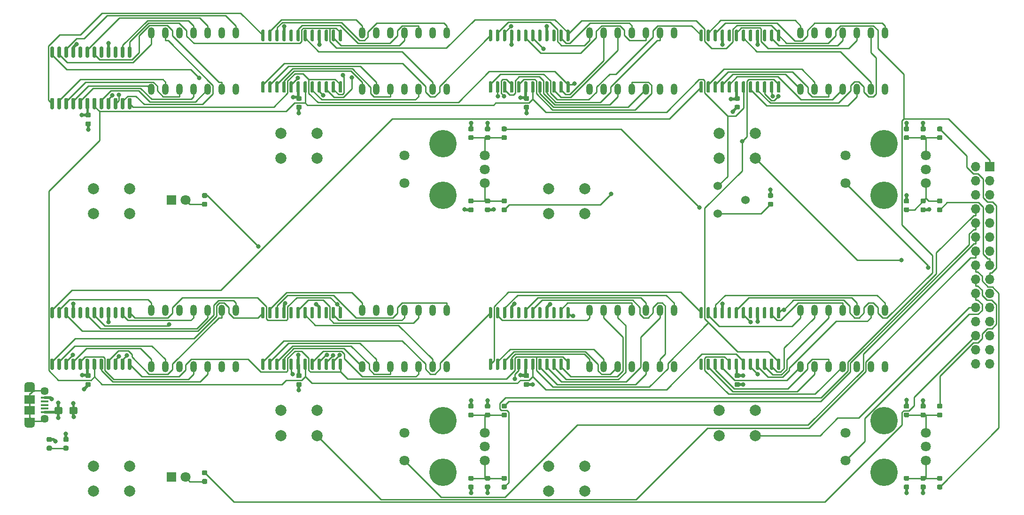
<source format=gbr>
%TF.GenerationSoftware,KiCad,Pcbnew,(5.1.6)-1*%
%TF.CreationDate,2020-09-26T19:54:48-07:00*%
%TF.ProjectId,Cessna 172 nav and com radio,43657373-6e61-4203-9137-32206e617620,rev?*%
%TF.SameCoordinates,Original*%
%TF.FileFunction,Copper,L4,Bot*%
%TF.FilePolarity,Positive*%
%FSLAX46Y46*%
G04 Gerber Fmt 4.6, Leading zero omitted, Abs format (unit mm)*
G04 Created by KiCad (PCBNEW (5.1.6)-1) date 2020-09-26 19:54:48*
%MOMM*%
%LPD*%
G01*
G04 APERTURE LIST*
%TA.AperFunction,ComponentPad*%
%ADD10O,1.200000X2.000000*%
%TD*%
%TA.AperFunction,ComponentPad*%
%ADD11C,1.524000*%
%TD*%
%TA.AperFunction,ComponentPad*%
%ADD12C,1.800000*%
%TD*%
%TA.AperFunction,ComponentPad*%
%ADD13R,1.800000X1.800000*%
%TD*%
%TA.AperFunction,ComponentPad*%
%ADD14C,2.000000*%
%TD*%
%TA.AperFunction,SMDPad,CuDef*%
%ADD15R,1.900000X1.500000*%
%TD*%
%TA.AperFunction,ComponentPad*%
%ADD16C,1.450000*%
%TD*%
%TA.AperFunction,SMDPad,CuDef*%
%ADD17R,1.350000X0.400000*%
%TD*%
%TA.AperFunction,ComponentPad*%
%ADD18O,1.900000X1.200000*%
%TD*%
%TA.AperFunction,SMDPad,CuDef*%
%ADD19R,1.900000X1.200000*%
%TD*%
%TA.AperFunction,ComponentPad*%
%ADD20C,4.950000*%
%TD*%
%TA.AperFunction,ComponentPad*%
%ADD21R,1.700000X1.700000*%
%TD*%
%TA.AperFunction,ComponentPad*%
%ADD22O,1.700000X1.700000*%
%TD*%
%TA.AperFunction,ViaPad*%
%ADD23C,0.800000*%
%TD*%
%TA.AperFunction,Conductor*%
%ADD24C,0.400000*%
%TD*%
%TA.AperFunction,Conductor*%
%ADD25C,0.500000*%
%TD*%
%TA.AperFunction,Conductor*%
%ADD26C,0.250000*%
%TD*%
G04 APERTURE END LIST*
%TO.P,U1,24*%
%TO.N,/sheet5F611637/DIN*%
%TA.AperFunction,SMDPad,CuDef*%
G36*
G01*
X35365000Y-47625000D02*
X35665000Y-47625000D01*
G75*
G02*
X35815000Y-47775000I0J-150000D01*
G01*
X35815000Y-49525000D01*
G75*
G02*
X35665000Y-49675000I-150000J0D01*
G01*
X35365000Y-49675000D01*
G75*
G02*
X35215000Y-49525000I0J150000D01*
G01*
X35215000Y-47775000D01*
G75*
G02*
X35365000Y-47625000I150000J0D01*
G01*
G37*
%TD.AperFunction*%
%TO.P,U1,23*%
%TO.N,/5 digit LCD display/SEG_D*%
%TA.AperFunction,SMDPad,CuDef*%
G36*
G01*
X36635000Y-47625000D02*
X36935000Y-47625000D01*
G75*
G02*
X37085000Y-47775000I0J-150000D01*
G01*
X37085000Y-49525000D01*
G75*
G02*
X36935000Y-49675000I-150000J0D01*
G01*
X36635000Y-49675000D01*
G75*
G02*
X36485000Y-49525000I0J150000D01*
G01*
X36485000Y-47775000D01*
G75*
G02*
X36635000Y-47625000I150000J0D01*
G01*
G37*
%TD.AperFunction*%
%TO.P,U1,22*%
%TO.N,/5 digit LCD display/SEG_DP*%
%TA.AperFunction,SMDPad,CuDef*%
G36*
G01*
X37905000Y-47625000D02*
X38205000Y-47625000D01*
G75*
G02*
X38355000Y-47775000I0J-150000D01*
G01*
X38355000Y-49525000D01*
G75*
G02*
X38205000Y-49675000I-150000J0D01*
G01*
X37905000Y-49675000D01*
G75*
G02*
X37755000Y-49525000I0J150000D01*
G01*
X37755000Y-47775000D01*
G75*
G02*
X37905000Y-47625000I150000J0D01*
G01*
G37*
%TD.AperFunction*%
%TO.P,U1,21*%
%TO.N,/5 digit LCD display/SEG_E*%
%TA.AperFunction,SMDPad,CuDef*%
G36*
G01*
X39175000Y-47625000D02*
X39475000Y-47625000D01*
G75*
G02*
X39625000Y-47775000I0J-150000D01*
G01*
X39625000Y-49525000D01*
G75*
G02*
X39475000Y-49675000I-150000J0D01*
G01*
X39175000Y-49675000D01*
G75*
G02*
X39025000Y-49525000I0J150000D01*
G01*
X39025000Y-47775000D01*
G75*
G02*
X39175000Y-47625000I150000J0D01*
G01*
G37*
%TD.AperFunction*%
%TO.P,U1,20*%
%TO.N,/5 digit LCD display/SEG_C*%
%TA.AperFunction,SMDPad,CuDef*%
G36*
G01*
X40445000Y-47625000D02*
X40745000Y-47625000D01*
G75*
G02*
X40895000Y-47775000I0J-150000D01*
G01*
X40895000Y-49525000D01*
G75*
G02*
X40745000Y-49675000I-150000J0D01*
G01*
X40445000Y-49675000D01*
G75*
G02*
X40295000Y-49525000I0J150000D01*
G01*
X40295000Y-47775000D01*
G75*
G02*
X40445000Y-47625000I150000J0D01*
G01*
G37*
%TD.AperFunction*%
%TO.P,U1,19*%
%TO.N,+5V*%
%TA.AperFunction,SMDPad,CuDef*%
G36*
G01*
X41715000Y-47625000D02*
X42015000Y-47625000D01*
G75*
G02*
X42165000Y-47775000I0J-150000D01*
G01*
X42165000Y-49525000D01*
G75*
G02*
X42015000Y-49675000I-150000J0D01*
G01*
X41715000Y-49675000D01*
G75*
G02*
X41565000Y-49525000I0J150000D01*
G01*
X41565000Y-47775000D01*
G75*
G02*
X41715000Y-47625000I150000J0D01*
G01*
G37*
%TD.AperFunction*%
%TO.P,U1,18*%
%TO.N,ISET*%
%TA.AperFunction,SMDPad,CuDef*%
G36*
G01*
X42985000Y-47625000D02*
X43285000Y-47625000D01*
G75*
G02*
X43435000Y-47775000I0J-150000D01*
G01*
X43435000Y-49525000D01*
G75*
G02*
X43285000Y-49675000I-150000J0D01*
G01*
X42985000Y-49675000D01*
G75*
G02*
X42835000Y-49525000I0J150000D01*
G01*
X42835000Y-47775000D01*
G75*
G02*
X42985000Y-47625000I150000J0D01*
G01*
G37*
%TD.AperFunction*%
%TO.P,U1,17*%
%TO.N,/5 digit LCD display/SEG_G*%
%TA.AperFunction,SMDPad,CuDef*%
G36*
G01*
X44255000Y-47625000D02*
X44555000Y-47625000D01*
G75*
G02*
X44705000Y-47775000I0J-150000D01*
G01*
X44705000Y-49525000D01*
G75*
G02*
X44555000Y-49675000I-150000J0D01*
G01*
X44255000Y-49675000D01*
G75*
G02*
X44105000Y-49525000I0J150000D01*
G01*
X44105000Y-47775000D01*
G75*
G02*
X44255000Y-47625000I150000J0D01*
G01*
G37*
%TD.AperFunction*%
%TO.P,U1,16*%
%TO.N,/5 digit LCD display/SEG_B*%
%TA.AperFunction,SMDPad,CuDef*%
G36*
G01*
X45525000Y-47625000D02*
X45825000Y-47625000D01*
G75*
G02*
X45975000Y-47775000I0J-150000D01*
G01*
X45975000Y-49525000D01*
G75*
G02*
X45825000Y-49675000I-150000J0D01*
G01*
X45525000Y-49675000D01*
G75*
G02*
X45375000Y-49525000I0J150000D01*
G01*
X45375000Y-47775000D01*
G75*
G02*
X45525000Y-47625000I150000J0D01*
G01*
G37*
%TD.AperFunction*%
%TO.P,U1,15*%
%TO.N,/5 digit LCD display/SEG_F*%
%TA.AperFunction,SMDPad,CuDef*%
G36*
G01*
X46795000Y-47625000D02*
X47095000Y-47625000D01*
G75*
G02*
X47245000Y-47775000I0J-150000D01*
G01*
X47245000Y-49525000D01*
G75*
G02*
X47095000Y-49675000I-150000J0D01*
G01*
X46795000Y-49675000D01*
G75*
G02*
X46645000Y-49525000I0J150000D01*
G01*
X46645000Y-47775000D01*
G75*
G02*
X46795000Y-47625000I150000J0D01*
G01*
G37*
%TD.AperFunction*%
%TO.P,U1,14*%
%TO.N,/5 digit LCD display/SEG_A*%
%TA.AperFunction,SMDPad,CuDef*%
G36*
G01*
X48065000Y-47625000D02*
X48365000Y-47625000D01*
G75*
G02*
X48515000Y-47775000I0J-150000D01*
G01*
X48515000Y-49525000D01*
G75*
G02*
X48365000Y-49675000I-150000J0D01*
G01*
X48065000Y-49675000D01*
G75*
G02*
X47915000Y-49525000I0J150000D01*
G01*
X47915000Y-47775000D01*
G75*
G02*
X48065000Y-47625000I150000J0D01*
G01*
G37*
%TD.AperFunction*%
%TO.P,U1,13*%
%TO.N,CLK*%
%TA.AperFunction,SMDPad,CuDef*%
G36*
G01*
X49335000Y-47625000D02*
X49635000Y-47625000D01*
G75*
G02*
X49785000Y-47775000I0J-150000D01*
G01*
X49785000Y-49525000D01*
G75*
G02*
X49635000Y-49675000I-150000J0D01*
G01*
X49335000Y-49675000D01*
G75*
G02*
X49185000Y-49525000I0J150000D01*
G01*
X49185000Y-47775000D01*
G75*
G02*
X49335000Y-47625000I150000J0D01*
G01*
G37*
%TD.AperFunction*%
%TO.P,U1,12*%
%TO.N,CS_LOAD*%
%TA.AperFunction,SMDPad,CuDef*%
G36*
G01*
X49335000Y-38325000D02*
X49635000Y-38325000D01*
G75*
G02*
X49785000Y-38475000I0J-150000D01*
G01*
X49785000Y-40225000D01*
G75*
G02*
X49635000Y-40375000I-150000J0D01*
G01*
X49335000Y-40375000D01*
G75*
G02*
X49185000Y-40225000I0J150000D01*
G01*
X49185000Y-38475000D01*
G75*
G02*
X49335000Y-38325000I150000J0D01*
G01*
G37*
%TD.AperFunction*%
%TO.P,U1,11*%
%TO.N,/5 digit LCD display/DIG_1*%
%TA.AperFunction,SMDPad,CuDef*%
G36*
G01*
X48065000Y-38325000D02*
X48365000Y-38325000D01*
G75*
G02*
X48515000Y-38475000I0J-150000D01*
G01*
X48515000Y-40225000D01*
G75*
G02*
X48365000Y-40375000I-150000J0D01*
G01*
X48065000Y-40375000D01*
G75*
G02*
X47915000Y-40225000I0J150000D01*
G01*
X47915000Y-38475000D01*
G75*
G02*
X48065000Y-38325000I150000J0D01*
G01*
G37*
%TD.AperFunction*%
%TO.P,U1,10*%
%TO.N,Net-(U1-Pad10)*%
%TA.AperFunction,SMDPad,CuDef*%
G36*
G01*
X46795000Y-38325000D02*
X47095000Y-38325000D01*
G75*
G02*
X47245000Y-38475000I0J-150000D01*
G01*
X47245000Y-40225000D01*
G75*
G02*
X47095000Y-40375000I-150000J0D01*
G01*
X46795000Y-40375000D01*
G75*
G02*
X46645000Y-40225000I0J150000D01*
G01*
X46645000Y-38475000D01*
G75*
G02*
X46795000Y-38325000I150000J0D01*
G01*
G37*
%TD.AperFunction*%
%TO.P,U1,9*%
%TO.N,GND*%
%TA.AperFunction,SMDPad,CuDef*%
G36*
G01*
X45525000Y-38325000D02*
X45825000Y-38325000D01*
G75*
G02*
X45975000Y-38475000I0J-150000D01*
G01*
X45975000Y-40225000D01*
G75*
G02*
X45825000Y-40375000I-150000J0D01*
G01*
X45525000Y-40375000D01*
G75*
G02*
X45375000Y-40225000I0J150000D01*
G01*
X45375000Y-38475000D01*
G75*
G02*
X45525000Y-38325000I150000J0D01*
G01*
G37*
%TD.AperFunction*%
%TO.P,U1,8*%
%TO.N,Net-(U1-Pad8)*%
%TA.AperFunction,SMDPad,CuDef*%
G36*
G01*
X44255000Y-38325000D02*
X44555000Y-38325000D01*
G75*
G02*
X44705000Y-38475000I0J-150000D01*
G01*
X44705000Y-40225000D01*
G75*
G02*
X44555000Y-40375000I-150000J0D01*
G01*
X44255000Y-40375000D01*
G75*
G02*
X44105000Y-40225000I0J150000D01*
G01*
X44105000Y-38475000D01*
G75*
G02*
X44255000Y-38325000I150000J0D01*
G01*
G37*
%TD.AperFunction*%
%TO.P,U1,7*%
%TO.N,/5 digit LCD display/DIG_3*%
%TA.AperFunction,SMDPad,CuDef*%
G36*
G01*
X42985000Y-38325000D02*
X43285000Y-38325000D01*
G75*
G02*
X43435000Y-38475000I0J-150000D01*
G01*
X43435000Y-40225000D01*
G75*
G02*
X43285000Y-40375000I-150000J0D01*
G01*
X42985000Y-40375000D01*
G75*
G02*
X42835000Y-40225000I0J150000D01*
G01*
X42835000Y-38475000D01*
G75*
G02*
X42985000Y-38325000I150000J0D01*
G01*
G37*
%TD.AperFunction*%
%TO.P,U1,6*%
%TO.N,/5 digit LCD display/DIG_2*%
%TA.AperFunction,SMDPad,CuDef*%
G36*
G01*
X41715000Y-38325000D02*
X42015000Y-38325000D01*
G75*
G02*
X42165000Y-38475000I0J-150000D01*
G01*
X42165000Y-40225000D01*
G75*
G02*
X42015000Y-40375000I-150000J0D01*
G01*
X41715000Y-40375000D01*
G75*
G02*
X41565000Y-40225000I0J150000D01*
G01*
X41565000Y-38475000D01*
G75*
G02*
X41715000Y-38325000I150000J0D01*
G01*
G37*
%TD.AperFunction*%
%TO.P,U1,5*%
%TO.N,Net-(U1-Pad5)*%
%TA.AperFunction,SMDPad,CuDef*%
G36*
G01*
X40445000Y-38325000D02*
X40745000Y-38325000D01*
G75*
G02*
X40895000Y-38475000I0J-150000D01*
G01*
X40895000Y-40225000D01*
G75*
G02*
X40745000Y-40375000I-150000J0D01*
G01*
X40445000Y-40375000D01*
G75*
G02*
X40295000Y-40225000I0J150000D01*
G01*
X40295000Y-38475000D01*
G75*
G02*
X40445000Y-38325000I150000J0D01*
G01*
G37*
%TD.AperFunction*%
%TO.P,U1,4*%
%TO.N,GND*%
%TA.AperFunction,SMDPad,CuDef*%
G36*
G01*
X39175000Y-38325000D02*
X39475000Y-38325000D01*
G75*
G02*
X39625000Y-38475000I0J-150000D01*
G01*
X39625000Y-40225000D01*
G75*
G02*
X39475000Y-40375000I-150000J0D01*
G01*
X39175000Y-40375000D01*
G75*
G02*
X39025000Y-40225000I0J150000D01*
G01*
X39025000Y-38475000D01*
G75*
G02*
X39175000Y-38325000I150000J0D01*
G01*
G37*
%TD.AperFunction*%
%TO.P,U1,3*%
%TO.N,/5 digit LCD display/DIG_4*%
%TA.AperFunction,SMDPad,CuDef*%
G36*
G01*
X37905000Y-38325000D02*
X38205000Y-38325000D01*
G75*
G02*
X38355000Y-38475000I0J-150000D01*
G01*
X38355000Y-40225000D01*
G75*
G02*
X38205000Y-40375000I-150000J0D01*
G01*
X37905000Y-40375000D01*
G75*
G02*
X37755000Y-40225000I0J150000D01*
G01*
X37755000Y-38475000D01*
G75*
G02*
X37905000Y-38325000I150000J0D01*
G01*
G37*
%TD.AperFunction*%
%TO.P,U1,2*%
%TO.N,/5 digit LCD display/DIG_0*%
%TA.AperFunction,SMDPad,CuDef*%
G36*
G01*
X36635000Y-38325000D02*
X36935000Y-38325000D01*
G75*
G02*
X37085000Y-38475000I0J-150000D01*
G01*
X37085000Y-40225000D01*
G75*
G02*
X36935000Y-40375000I-150000J0D01*
G01*
X36635000Y-40375000D01*
G75*
G02*
X36485000Y-40225000I0J150000D01*
G01*
X36485000Y-38475000D01*
G75*
G02*
X36635000Y-38325000I150000J0D01*
G01*
G37*
%TD.AperFunction*%
%TO.P,U1,1*%
%TO.N,DIN*%
%TA.AperFunction,SMDPad,CuDef*%
G36*
G01*
X35365000Y-38325000D02*
X35665000Y-38325000D01*
G75*
G02*
X35815000Y-38475000I0J-150000D01*
G01*
X35815000Y-40225000D01*
G75*
G02*
X35665000Y-40375000I-150000J0D01*
G01*
X35365000Y-40375000D01*
G75*
G02*
X35215000Y-40225000I0J150000D01*
G01*
X35215000Y-38475000D01*
G75*
G02*
X35365000Y-38325000I150000J0D01*
G01*
G37*
%TD.AperFunction*%
%TD*%
%TO.P,U3,24*%
%TO.N,/sheet5F613960/DIN*%
%TA.AperFunction,SMDPad,CuDef*%
G36*
G01*
X73365000Y-44625000D02*
X73665000Y-44625000D01*
G75*
G02*
X73815000Y-44775000I0J-150000D01*
G01*
X73815000Y-46525000D01*
G75*
G02*
X73665000Y-46675000I-150000J0D01*
G01*
X73365000Y-46675000D01*
G75*
G02*
X73215000Y-46525000I0J150000D01*
G01*
X73215000Y-44775000D01*
G75*
G02*
X73365000Y-44625000I150000J0D01*
G01*
G37*
%TD.AperFunction*%
%TO.P,U3,23*%
%TO.N,/sheet5F611637/SEG_D*%
%TA.AperFunction,SMDPad,CuDef*%
G36*
G01*
X74635000Y-44625000D02*
X74935000Y-44625000D01*
G75*
G02*
X75085000Y-44775000I0J-150000D01*
G01*
X75085000Y-46525000D01*
G75*
G02*
X74935000Y-46675000I-150000J0D01*
G01*
X74635000Y-46675000D01*
G75*
G02*
X74485000Y-46525000I0J150000D01*
G01*
X74485000Y-44775000D01*
G75*
G02*
X74635000Y-44625000I150000J0D01*
G01*
G37*
%TD.AperFunction*%
%TO.P,U3,22*%
%TO.N,/sheet5F611637/SEG_DP*%
%TA.AperFunction,SMDPad,CuDef*%
G36*
G01*
X75905000Y-44625000D02*
X76205000Y-44625000D01*
G75*
G02*
X76355000Y-44775000I0J-150000D01*
G01*
X76355000Y-46525000D01*
G75*
G02*
X76205000Y-46675000I-150000J0D01*
G01*
X75905000Y-46675000D01*
G75*
G02*
X75755000Y-46525000I0J150000D01*
G01*
X75755000Y-44775000D01*
G75*
G02*
X75905000Y-44625000I150000J0D01*
G01*
G37*
%TD.AperFunction*%
%TO.P,U3,21*%
%TO.N,/sheet5F611637/SEG_E*%
%TA.AperFunction,SMDPad,CuDef*%
G36*
G01*
X77175000Y-44625000D02*
X77475000Y-44625000D01*
G75*
G02*
X77625000Y-44775000I0J-150000D01*
G01*
X77625000Y-46525000D01*
G75*
G02*
X77475000Y-46675000I-150000J0D01*
G01*
X77175000Y-46675000D01*
G75*
G02*
X77025000Y-46525000I0J150000D01*
G01*
X77025000Y-44775000D01*
G75*
G02*
X77175000Y-44625000I150000J0D01*
G01*
G37*
%TD.AperFunction*%
%TO.P,U3,20*%
%TO.N,/sheet5F611637/SEG_C*%
%TA.AperFunction,SMDPad,CuDef*%
G36*
G01*
X78445000Y-44625000D02*
X78745000Y-44625000D01*
G75*
G02*
X78895000Y-44775000I0J-150000D01*
G01*
X78895000Y-46525000D01*
G75*
G02*
X78745000Y-46675000I-150000J0D01*
G01*
X78445000Y-46675000D01*
G75*
G02*
X78295000Y-46525000I0J150000D01*
G01*
X78295000Y-44775000D01*
G75*
G02*
X78445000Y-44625000I150000J0D01*
G01*
G37*
%TD.AperFunction*%
%TO.P,U3,19*%
%TO.N,+5V*%
%TA.AperFunction,SMDPad,CuDef*%
G36*
G01*
X79715000Y-44625000D02*
X80015000Y-44625000D01*
G75*
G02*
X80165000Y-44775000I0J-150000D01*
G01*
X80165000Y-46525000D01*
G75*
G02*
X80015000Y-46675000I-150000J0D01*
G01*
X79715000Y-46675000D01*
G75*
G02*
X79565000Y-46525000I0J150000D01*
G01*
X79565000Y-44775000D01*
G75*
G02*
X79715000Y-44625000I150000J0D01*
G01*
G37*
%TD.AperFunction*%
%TO.P,U3,18*%
%TO.N,ISET*%
%TA.AperFunction,SMDPad,CuDef*%
G36*
G01*
X80985000Y-44625000D02*
X81285000Y-44625000D01*
G75*
G02*
X81435000Y-44775000I0J-150000D01*
G01*
X81435000Y-46525000D01*
G75*
G02*
X81285000Y-46675000I-150000J0D01*
G01*
X80985000Y-46675000D01*
G75*
G02*
X80835000Y-46525000I0J150000D01*
G01*
X80835000Y-44775000D01*
G75*
G02*
X80985000Y-44625000I150000J0D01*
G01*
G37*
%TD.AperFunction*%
%TO.P,U3,17*%
%TO.N,/sheet5F611637/SEG_G*%
%TA.AperFunction,SMDPad,CuDef*%
G36*
G01*
X82255000Y-44625000D02*
X82555000Y-44625000D01*
G75*
G02*
X82705000Y-44775000I0J-150000D01*
G01*
X82705000Y-46525000D01*
G75*
G02*
X82555000Y-46675000I-150000J0D01*
G01*
X82255000Y-46675000D01*
G75*
G02*
X82105000Y-46525000I0J150000D01*
G01*
X82105000Y-44775000D01*
G75*
G02*
X82255000Y-44625000I150000J0D01*
G01*
G37*
%TD.AperFunction*%
%TO.P,U3,16*%
%TO.N,/sheet5F611637/SEG_B*%
%TA.AperFunction,SMDPad,CuDef*%
G36*
G01*
X83525000Y-44625000D02*
X83825000Y-44625000D01*
G75*
G02*
X83975000Y-44775000I0J-150000D01*
G01*
X83975000Y-46525000D01*
G75*
G02*
X83825000Y-46675000I-150000J0D01*
G01*
X83525000Y-46675000D01*
G75*
G02*
X83375000Y-46525000I0J150000D01*
G01*
X83375000Y-44775000D01*
G75*
G02*
X83525000Y-44625000I150000J0D01*
G01*
G37*
%TD.AperFunction*%
%TO.P,U3,15*%
%TO.N,/sheet5F611637/SEG_F*%
%TA.AperFunction,SMDPad,CuDef*%
G36*
G01*
X84795000Y-44625000D02*
X85095000Y-44625000D01*
G75*
G02*
X85245000Y-44775000I0J-150000D01*
G01*
X85245000Y-46525000D01*
G75*
G02*
X85095000Y-46675000I-150000J0D01*
G01*
X84795000Y-46675000D01*
G75*
G02*
X84645000Y-46525000I0J150000D01*
G01*
X84645000Y-44775000D01*
G75*
G02*
X84795000Y-44625000I150000J0D01*
G01*
G37*
%TD.AperFunction*%
%TO.P,U3,14*%
%TO.N,/sheet5F611637/SEG_A*%
%TA.AperFunction,SMDPad,CuDef*%
G36*
G01*
X86065000Y-44625000D02*
X86365000Y-44625000D01*
G75*
G02*
X86515000Y-44775000I0J-150000D01*
G01*
X86515000Y-46525000D01*
G75*
G02*
X86365000Y-46675000I-150000J0D01*
G01*
X86065000Y-46675000D01*
G75*
G02*
X85915000Y-46525000I0J150000D01*
G01*
X85915000Y-44775000D01*
G75*
G02*
X86065000Y-44625000I150000J0D01*
G01*
G37*
%TD.AperFunction*%
%TO.P,U3,13*%
%TO.N,CLK*%
%TA.AperFunction,SMDPad,CuDef*%
G36*
G01*
X87335000Y-44625000D02*
X87635000Y-44625000D01*
G75*
G02*
X87785000Y-44775000I0J-150000D01*
G01*
X87785000Y-46525000D01*
G75*
G02*
X87635000Y-46675000I-150000J0D01*
G01*
X87335000Y-46675000D01*
G75*
G02*
X87185000Y-46525000I0J150000D01*
G01*
X87185000Y-44775000D01*
G75*
G02*
X87335000Y-44625000I150000J0D01*
G01*
G37*
%TD.AperFunction*%
%TO.P,U3,12*%
%TO.N,CS_LOAD*%
%TA.AperFunction,SMDPad,CuDef*%
G36*
G01*
X87335000Y-35325000D02*
X87635000Y-35325000D01*
G75*
G02*
X87785000Y-35475000I0J-150000D01*
G01*
X87785000Y-37225000D01*
G75*
G02*
X87635000Y-37375000I-150000J0D01*
G01*
X87335000Y-37375000D01*
G75*
G02*
X87185000Y-37225000I0J150000D01*
G01*
X87185000Y-35475000D01*
G75*
G02*
X87335000Y-35325000I150000J0D01*
G01*
G37*
%TD.AperFunction*%
%TO.P,U3,11*%
%TO.N,/sheet5F611637/DIG_1*%
%TA.AperFunction,SMDPad,CuDef*%
G36*
G01*
X86065000Y-35325000D02*
X86365000Y-35325000D01*
G75*
G02*
X86515000Y-35475000I0J-150000D01*
G01*
X86515000Y-37225000D01*
G75*
G02*
X86365000Y-37375000I-150000J0D01*
G01*
X86065000Y-37375000D01*
G75*
G02*
X85915000Y-37225000I0J150000D01*
G01*
X85915000Y-35475000D01*
G75*
G02*
X86065000Y-35325000I150000J0D01*
G01*
G37*
%TD.AperFunction*%
%TO.P,U3,10*%
%TO.N,Net-(U3-Pad10)*%
%TA.AperFunction,SMDPad,CuDef*%
G36*
G01*
X84795000Y-35325000D02*
X85095000Y-35325000D01*
G75*
G02*
X85245000Y-35475000I0J-150000D01*
G01*
X85245000Y-37225000D01*
G75*
G02*
X85095000Y-37375000I-150000J0D01*
G01*
X84795000Y-37375000D01*
G75*
G02*
X84645000Y-37225000I0J150000D01*
G01*
X84645000Y-35475000D01*
G75*
G02*
X84795000Y-35325000I150000J0D01*
G01*
G37*
%TD.AperFunction*%
%TO.P,U3,9*%
%TO.N,GND*%
%TA.AperFunction,SMDPad,CuDef*%
G36*
G01*
X83525000Y-35325000D02*
X83825000Y-35325000D01*
G75*
G02*
X83975000Y-35475000I0J-150000D01*
G01*
X83975000Y-37225000D01*
G75*
G02*
X83825000Y-37375000I-150000J0D01*
G01*
X83525000Y-37375000D01*
G75*
G02*
X83375000Y-37225000I0J150000D01*
G01*
X83375000Y-35475000D01*
G75*
G02*
X83525000Y-35325000I150000J0D01*
G01*
G37*
%TD.AperFunction*%
%TO.P,U3,8*%
%TO.N,Net-(U3-Pad8)*%
%TA.AperFunction,SMDPad,CuDef*%
G36*
G01*
X82255000Y-35325000D02*
X82555000Y-35325000D01*
G75*
G02*
X82705000Y-35475000I0J-150000D01*
G01*
X82705000Y-37225000D01*
G75*
G02*
X82555000Y-37375000I-150000J0D01*
G01*
X82255000Y-37375000D01*
G75*
G02*
X82105000Y-37225000I0J150000D01*
G01*
X82105000Y-35475000D01*
G75*
G02*
X82255000Y-35325000I150000J0D01*
G01*
G37*
%TD.AperFunction*%
%TO.P,U3,7*%
%TO.N,/sheet5F611637/DIG_3*%
%TA.AperFunction,SMDPad,CuDef*%
G36*
G01*
X80985000Y-35325000D02*
X81285000Y-35325000D01*
G75*
G02*
X81435000Y-35475000I0J-150000D01*
G01*
X81435000Y-37225000D01*
G75*
G02*
X81285000Y-37375000I-150000J0D01*
G01*
X80985000Y-37375000D01*
G75*
G02*
X80835000Y-37225000I0J150000D01*
G01*
X80835000Y-35475000D01*
G75*
G02*
X80985000Y-35325000I150000J0D01*
G01*
G37*
%TD.AperFunction*%
%TO.P,U3,6*%
%TO.N,/sheet5F611637/DIG_2*%
%TA.AperFunction,SMDPad,CuDef*%
G36*
G01*
X79715000Y-35325000D02*
X80015000Y-35325000D01*
G75*
G02*
X80165000Y-35475000I0J-150000D01*
G01*
X80165000Y-37225000D01*
G75*
G02*
X80015000Y-37375000I-150000J0D01*
G01*
X79715000Y-37375000D01*
G75*
G02*
X79565000Y-37225000I0J150000D01*
G01*
X79565000Y-35475000D01*
G75*
G02*
X79715000Y-35325000I150000J0D01*
G01*
G37*
%TD.AperFunction*%
%TO.P,U3,5*%
%TO.N,Net-(U3-Pad5)*%
%TA.AperFunction,SMDPad,CuDef*%
G36*
G01*
X78445000Y-35325000D02*
X78745000Y-35325000D01*
G75*
G02*
X78895000Y-35475000I0J-150000D01*
G01*
X78895000Y-37225000D01*
G75*
G02*
X78745000Y-37375000I-150000J0D01*
G01*
X78445000Y-37375000D01*
G75*
G02*
X78295000Y-37225000I0J150000D01*
G01*
X78295000Y-35475000D01*
G75*
G02*
X78445000Y-35325000I150000J0D01*
G01*
G37*
%TD.AperFunction*%
%TO.P,U3,4*%
%TO.N,GND*%
%TA.AperFunction,SMDPad,CuDef*%
G36*
G01*
X77175000Y-35325000D02*
X77475000Y-35325000D01*
G75*
G02*
X77625000Y-35475000I0J-150000D01*
G01*
X77625000Y-37225000D01*
G75*
G02*
X77475000Y-37375000I-150000J0D01*
G01*
X77175000Y-37375000D01*
G75*
G02*
X77025000Y-37225000I0J150000D01*
G01*
X77025000Y-35475000D01*
G75*
G02*
X77175000Y-35325000I150000J0D01*
G01*
G37*
%TD.AperFunction*%
%TO.P,U3,3*%
%TO.N,/sheet5F611637/DIG_4*%
%TA.AperFunction,SMDPad,CuDef*%
G36*
G01*
X75905000Y-35325000D02*
X76205000Y-35325000D01*
G75*
G02*
X76355000Y-35475000I0J-150000D01*
G01*
X76355000Y-37225000D01*
G75*
G02*
X76205000Y-37375000I-150000J0D01*
G01*
X75905000Y-37375000D01*
G75*
G02*
X75755000Y-37225000I0J150000D01*
G01*
X75755000Y-35475000D01*
G75*
G02*
X75905000Y-35325000I150000J0D01*
G01*
G37*
%TD.AperFunction*%
%TO.P,U3,2*%
%TO.N,/sheet5F611637/DIG_0*%
%TA.AperFunction,SMDPad,CuDef*%
G36*
G01*
X74635000Y-35325000D02*
X74935000Y-35325000D01*
G75*
G02*
X75085000Y-35475000I0J-150000D01*
G01*
X75085000Y-37225000D01*
G75*
G02*
X74935000Y-37375000I-150000J0D01*
G01*
X74635000Y-37375000D01*
G75*
G02*
X74485000Y-37225000I0J150000D01*
G01*
X74485000Y-35475000D01*
G75*
G02*
X74635000Y-35325000I150000J0D01*
G01*
G37*
%TD.AperFunction*%
%TO.P,U3,1*%
%TO.N,/sheet5F611637/DIN*%
%TA.AperFunction,SMDPad,CuDef*%
G36*
G01*
X73365000Y-35325000D02*
X73665000Y-35325000D01*
G75*
G02*
X73815000Y-35475000I0J-150000D01*
G01*
X73815000Y-37225000D01*
G75*
G02*
X73665000Y-37375000I-150000J0D01*
G01*
X73365000Y-37375000D01*
G75*
G02*
X73215000Y-37225000I0J150000D01*
G01*
X73215000Y-35475000D01*
G75*
G02*
X73365000Y-35325000I150000J0D01*
G01*
G37*
%TD.AperFunction*%
%TD*%
%TO.P,U7,24*%
%TO.N,/sheet5F68A9C2/DIN*%
%TA.AperFunction,SMDPad,CuDef*%
G36*
G01*
X152365000Y-44625000D02*
X152665000Y-44625000D01*
G75*
G02*
X152815000Y-44775000I0J-150000D01*
G01*
X152815000Y-46525000D01*
G75*
G02*
X152665000Y-46675000I-150000J0D01*
G01*
X152365000Y-46675000D01*
G75*
G02*
X152215000Y-46525000I0J150000D01*
G01*
X152215000Y-44775000D01*
G75*
G02*
X152365000Y-44625000I150000J0D01*
G01*
G37*
%TD.AperFunction*%
%TO.P,U7,23*%
%TO.N,/sheet5F613961/SEG_D*%
%TA.AperFunction,SMDPad,CuDef*%
G36*
G01*
X153635000Y-44625000D02*
X153935000Y-44625000D01*
G75*
G02*
X154085000Y-44775000I0J-150000D01*
G01*
X154085000Y-46525000D01*
G75*
G02*
X153935000Y-46675000I-150000J0D01*
G01*
X153635000Y-46675000D01*
G75*
G02*
X153485000Y-46525000I0J150000D01*
G01*
X153485000Y-44775000D01*
G75*
G02*
X153635000Y-44625000I150000J0D01*
G01*
G37*
%TD.AperFunction*%
%TO.P,U7,22*%
%TO.N,/sheet5F613961/SEG_DP*%
%TA.AperFunction,SMDPad,CuDef*%
G36*
G01*
X154905000Y-44625000D02*
X155205000Y-44625000D01*
G75*
G02*
X155355000Y-44775000I0J-150000D01*
G01*
X155355000Y-46525000D01*
G75*
G02*
X155205000Y-46675000I-150000J0D01*
G01*
X154905000Y-46675000D01*
G75*
G02*
X154755000Y-46525000I0J150000D01*
G01*
X154755000Y-44775000D01*
G75*
G02*
X154905000Y-44625000I150000J0D01*
G01*
G37*
%TD.AperFunction*%
%TO.P,U7,21*%
%TO.N,/sheet5F613961/SEG_E*%
%TA.AperFunction,SMDPad,CuDef*%
G36*
G01*
X156175000Y-44625000D02*
X156475000Y-44625000D01*
G75*
G02*
X156625000Y-44775000I0J-150000D01*
G01*
X156625000Y-46525000D01*
G75*
G02*
X156475000Y-46675000I-150000J0D01*
G01*
X156175000Y-46675000D01*
G75*
G02*
X156025000Y-46525000I0J150000D01*
G01*
X156025000Y-44775000D01*
G75*
G02*
X156175000Y-44625000I150000J0D01*
G01*
G37*
%TD.AperFunction*%
%TO.P,U7,20*%
%TO.N,/sheet5F613961/SEG_C*%
%TA.AperFunction,SMDPad,CuDef*%
G36*
G01*
X157445000Y-44625000D02*
X157745000Y-44625000D01*
G75*
G02*
X157895000Y-44775000I0J-150000D01*
G01*
X157895000Y-46525000D01*
G75*
G02*
X157745000Y-46675000I-150000J0D01*
G01*
X157445000Y-46675000D01*
G75*
G02*
X157295000Y-46525000I0J150000D01*
G01*
X157295000Y-44775000D01*
G75*
G02*
X157445000Y-44625000I150000J0D01*
G01*
G37*
%TD.AperFunction*%
%TO.P,U7,19*%
%TO.N,+5V*%
%TA.AperFunction,SMDPad,CuDef*%
G36*
G01*
X158715000Y-44625000D02*
X159015000Y-44625000D01*
G75*
G02*
X159165000Y-44775000I0J-150000D01*
G01*
X159165000Y-46525000D01*
G75*
G02*
X159015000Y-46675000I-150000J0D01*
G01*
X158715000Y-46675000D01*
G75*
G02*
X158565000Y-46525000I0J150000D01*
G01*
X158565000Y-44775000D01*
G75*
G02*
X158715000Y-44625000I150000J0D01*
G01*
G37*
%TD.AperFunction*%
%TO.P,U7,18*%
%TO.N,ISET*%
%TA.AperFunction,SMDPad,CuDef*%
G36*
G01*
X159985000Y-44625000D02*
X160285000Y-44625000D01*
G75*
G02*
X160435000Y-44775000I0J-150000D01*
G01*
X160435000Y-46525000D01*
G75*
G02*
X160285000Y-46675000I-150000J0D01*
G01*
X159985000Y-46675000D01*
G75*
G02*
X159835000Y-46525000I0J150000D01*
G01*
X159835000Y-44775000D01*
G75*
G02*
X159985000Y-44625000I150000J0D01*
G01*
G37*
%TD.AperFunction*%
%TO.P,U7,17*%
%TO.N,/sheet5F613961/SEG_G*%
%TA.AperFunction,SMDPad,CuDef*%
G36*
G01*
X161255000Y-44625000D02*
X161555000Y-44625000D01*
G75*
G02*
X161705000Y-44775000I0J-150000D01*
G01*
X161705000Y-46525000D01*
G75*
G02*
X161555000Y-46675000I-150000J0D01*
G01*
X161255000Y-46675000D01*
G75*
G02*
X161105000Y-46525000I0J150000D01*
G01*
X161105000Y-44775000D01*
G75*
G02*
X161255000Y-44625000I150000J0D01*
G01*
G37*
%TD.AperFunction*%
%TO.P,U7,16*%
%TO.N,/sheet5F613961/SEG_B*%
%TA.AperFunction,SMDPad,CuDef*%
G36*
G01*
X162525000Y-44625000D02*
X162825000Y-44625000D01*
G75*
G02*
X162975000Y-44775000I0J-150000D01*
G01*
X162975000Y-46525000D01*
G75*
G02*
X162825000Y-46675000I-150000J0D01*
G01*
X162525000Y-46675000D01*
G75*
G02*
X162375000Y-46525000I0J150000D01*
G01*
X162375000Y-44775000D01*
G75*
G02*
X162525000Y-44625000I150000J0D01*
G01*
G37*
%TD.AperFunction*%
%TO.P,U7,15*%
%TO.N,/sheet5F613961/SEG_F*%
%TA.AperFunction,SMDPad,CuDef*%
G36*
G01*
X163795000Y-44625000D02*
X164095000Y-44625000D01*
G75*
G02*
X164245000Y-44775000I0J-150000D01*
G01*
X164245000Y-46525000D01*
G75*
G02*
X164095000Y-46675000I-150000J0D01*
G01*
X163795000Y-46675000D01*
G75*
G02*
X163645000Y-46525000I0J150000D01*
G01*
X163645000Y-44775000D01*
G75*
G02*
X163795000Y-44625000I150000J0D01*
G01*
G37*
%TD.AperFunction*%
%TO.P,U7,14*%
%TO.N,/sheet5F613961/SEG_A*%
%TA.AperFunction,SMDPad,CuDef*%
G36*
G01*
X165065000Y-44625000D02*
X165365000Y-44625000D01*
G75*
G02*
X165515000Y-44775000I0J-150000D01*
G01*
X165515000Y-46525000D01*
G75*
G02*
X165365000Y-46675000I-150000J0D01*
G01*
X165065000Y-46675000D01*
G75*
G02*
X164915000Y-46525000I0J150000D01*
G01*
X164915000Y-44775000D01*
G75*
G02*
X165065000Y-44625000I150000J0D01*
G01*
G37*
%TD.AperFunction*%
%TO.P,U7,13*%
%TO.N,CLK*%
%TA.AperFunction,SMDPad,CuDef*%
G36*
G01*
X166335000Y-44625000D02*
X166635000Y-44625000D01*
G75*
G02*
X166785000Y-44775000I0J-150000D01*
G01*
X166785000Y-46525000D01*
G75*
G02*
X166635000Y-46675000I-150000J0D01*
G01*
X166335000Y-46675000D01*
G75*
G02*
X166185000Y-46525000I0J150000D01*
G01*
X166185000Y-44775000D01*
G75*
G02*
X166335000Y-44625000I150000J0D01*
G01*
G37*
%TD.AperFunction*%
%TO.P,U7,12*%
%TO.N,CS_LOAD*%
%TA.AperFunction,SMDPad,CuDef*%
G36*
G01*
X166335000Y-35325000D02*
X166635000Y-35325000D01*
G75*
G02*
X166785000Y-35475000I0J-150000D01*
G01*
X166785000Y-37225000D01*
G75*
G02*
X166635000Y-37375000I-150000J0D01*
G01*
X166335000Y-37375000D01*
G75*
G02*
X166185000Y-37225000I0J150000D01*
G01*
X166185000Y-35475000D01*
G75*
G02*
X166335000Y-35325000I150000J0D01*
G01*
G37*
%TD.AperFunction*%
%TO.P,U7,11*%
%TO.N,/sheet5F613961/DIG_1*%
%TA.AperFunction,SMDPad,CuDef*%
G36*
G01*
X165065000Y-35325000D02*
X165365000Y-35325000D01*
G75*
G02*
X165515000Y-35475000I0J-150000D01*
G01*
X165515000Y-37225000D01*
G75*
G02*
X165365000Y-37375000I-150000J0D01*
G01*
X165065000Y-37375000D01*
G75*
G02*
X164915000Y-37225000I0J150000D01*
G01*
X164915000Y-35475000D01*
G75*
G02*
X165065000Y-35325000I150000J0D01*
G01*
G37*
%TD.AperFunction*%
%TO.P,U7,10*%
%TO.N,Net-(U7-Pad10)*%
%TA.AperFunction,SMDPad,CuDef*%
G36*
G01*
X163795000Y-35325000D02*
X164095000Y-35325000D01*
G75*
G02*
X164245000Y-35475000I0J-150000D01*
G01*
X164245000Y-37225000D01*
G75*
G02*
X164095000Y-37375000I-150000J0D01*
G01*
X163795000Y-37375000D01*
G75*
G02*
X163645000Y-37225000I0J150000D01*
G01*
X163645000Y-35475000D01*
G75*
G02*
X163795000Y-35325000I150000J0D01*
G01*
G37*
%TD.AperFunction*%
%TO.P,U7,9*%
%TO.N,GND*%
%TA.AperFunction,SMDPad,CuDef*%
G36*
G01*
X162525000Y-35325000D02*
X162825000Y-35325000D01*
G75*
G02*
X162975000Y-35475000I0J-150000D01*
G01*
X162975000Y-37225000D01*
G75*
G02*
X162825000Y-37375000I-150000J0D01*
G01*
X162525000Y-37375000D01*
G75*
G02*
X162375000Y-37225000I0J150000D01*
G01*
X162375000Y-35475000D01*
G75*
G02*
X162525000Y-35325000I150000J0D01*
G01*
G37*
%TD.AperFunction*%
%TO.P,U7,8*%
%TO.N,Net-(U7-Pad8)*%
%TA.AperFunction,SMDPad,CuDef*%
G36*
G01*
X161255000Y-35325000D02*
X161555000Y-35325000D01*
G75*
G02*
X161705000Y-35475000I0J-150000D01*
G01*
X161705000Y-37225000D01*
G75*
G02*
X161555000Y-37375000I-150000J0D01*
G01*
X161255000Y-37375000D01*
G75*
G02*
X161105000Y-37225000I0J150000D01*
G01*
X161105000Y-35475000D01*
G75*
G02*
X161255000Y-35325000I150000J0D01*
G01*
G37*
%TD.AperFunction*%
%TO.P,U7,7*%
%TO.N,/sheet5F613961/DIG_3*%
%TA.AperFunction,SMDPad,CuDef*%
G36*
G01*
X159985000Y-35325000D02*
X160285000Y-35325000D01*
G75*
G02*
X160435000Y-35475000I0J-150000D01*
G01*
X160435000Y-37225000D01*
G75*
G02*
X160285000Y-37375000I-150000J0D01*
G01*
X159985000Y-37375000D01*
G75*
G02*
X159835000Y-37225000I0J150000D01*
G01*
X159835000Y-35475000D01*
G75*
G02*
X159985000Y-35325000I150000J0D01*
G01*
G37*
%TD.AperFunction*%
%TO.P,U7,6*%
%TO.N,/sheet5F613961/DIG_2*%
%TA.AperFunction,SMDPad,CuDef*%
G36*
G01*
X158715000Y-35325000D02*
X159015000Y-35325000D01*
G75*
G02*
X159165000Y-35475000I0J-150000D01*
G01*
X159165000Y-37225000D01*
G75*
G02*
X159015000Y-37375000I-150000J0D01*
G01*
X158715000Y-37375000D01*
G75*
G02*
X158565000Y-37225000I0J150000D01*
G01*
X158565000Y-35475000D01*
G75*
G02*
X158715000Y-35325000I150000J0D01*
G01*
G37*
%TD.AperFunction*%
%TO.P,U7,5*%
%TO.N,Net-(U7-Pad5)*%
%TA.AperFunction,SMDPad,CuDef*%
G36*
G01*
X157445000Y-35325000D02*
X157745000Y-35325000D01*
G75*
G02*
X157895000Y-35475000I0J-150000D01*
G01*
X157895000Y-37225000D01*
G75*
G02*
X157745000Y-37375000I-150000J0D01*
G01*
X157445000Y-37375000D01*
G75*
G02*
X157295000Y-37225000I0J150000D01*
G01*
X157295000Y-35475000D01*
G75*
G02*
X157445000Y-35325000I150000J0D01*
G01*
G37*
%TD.AperFunction*%
%TO.P,U7,4*%
%TO.N,GND*%
%TA.AperFunction,SMDPad,CuDef*%
G36*
G01*
X156175000Y-35325000D02*
X156475000Y-35325000D01*
G75*
G02*
X156625000Y-35475000I0J-150000D01*
G01*
X156625000Y-37225000D01*
G75*
G02*
X156475000Y-37375000I-150000J0D01*
G01*
X156175000Y-37375000D01*
G75*
G02*
X156025000Y-37225000I0J150000D01*
G01*
X156025000Y-35475000D01*
G75*
G02*
X156175000Y-35325000I150000J0D01*
G01*
G37*
%TD.AperFunction*%
%TO.P,U7,3*%
%TO.N,/sheet5F613961/DIG_4*%
%TA.AperFunction,SMDPad,CuDef*%
G36*
G01*
X154905000Y-35325000D02*
X155205000Y-35325000D01*
G75*
G02*
X155355000Y-35475000I0J-150000D01*
G01*
X155355000Y-37225000D01*
G75*
G02*
X155205000Y-37375000I-150000J0D01*
G01*
X154905000Y-37375000D01*
G75*
G02*
X154755000Y-37225000I0J150000D01*
G01*
X154755000Y-35475000D01*
G75*
G02*
X154905000Y-35325000I150000J0D01*
G01*
G37*
%TD.AperFunction*%
%TO.P,U7,2*%
%TO.N,/sheet5F613961/DIG_0*%
%TA.AperFunction,SMDPad,CuDef*%
G36*
G01*
X153635000Y-35325000D02*
X153935000Y-35325000D01*
G75*
G02*
X154085000Y-35475000I0J-150000D01*
G01*
X154085000Y-37225000D01*
G75*
G02*
X153935000Y-37375000I-150000J0D01*
G01*
X153635000Y-37375000D01*
G75*
G02*
X153485000Y-37225000I0J150000D01*
G01*
X153485000Y-35475000D01*
G75*
G02*
X153635000Y-35325000I150000J0D01*
G01*
G37*
%TD.AperFunction*%
%TO.P,U7,1*%
%TO.N,/sheet5F613961/DIN*%
%TA.AperFunction,SMDPad,CuDef*%
G36*
G01*
X152365000Y-35325000D02*
X152665000Y-35325000D01*
G75*
G02*
X152815000Y-35475000I0J-150000D01*
G01*
X152815000Y-37225000D01*
G75*
G02*
X152665000Y-37375000I-150000J0D01*
G01*
X152365000Y-37375000D01*
G75*
G02*
X152215000Y-37225000I0J150000D01*
G01*
X152215000Y-35475000D01*
G75*
G02*
X152365000Y-35325000I150000J0D01*
G01*
G37*
%TD.AperFunction*%
%TD*%
%TO.P,U9,24*%
%TO.N,/sheet5F68A9C5/DIN*%
%TA.AperFunction,SMDPad,CuDef*%
G36*
G01*
X35365000Y-94625000D02*
X35665000Y-94625000D01*
G75*
G02*
X35815000Y-94775000I0J-150000D01*
G01*
X35815000Y-96525000D01*
G75*
G02*
X35665000Y-96675000I-150000J0D01*
G01*
X35365000Y-96675000D01*
G75*
G02*
X35215000Y-96525000I0J150000D01*
G01*
X35215000Y-94775000D01*
G75*
G02*
X35365000Y-94625000I150000J0D01*
G01*
G37*
%TD.AperFunction*%
%TO.P,U9,23*%
%TO.N,/sheet5F68A9C2/SEG_D*%
%TA.AperFunction,SMDPad,CuDef*%
G36*
G01*
X36635000Y-94625000D02*
X36935000Y-94625000D01*
G75*
G02*
X37085000Y-94775000I0J-150000D01*
G01*
X37085000Y-96525000D01*
G75*
G02*
X36935000Y-96675000I-150000J0D01*
G01*
X36635000Y-96675000D01*
G75*
G02*
X36485000Y-96525000I0J150000D01*
G01*
X36485000Y-94775000D01*
G75*
G02*
X36635000Y-94625000I150000J0D01*
G01*
G37*
%TD.AperFunction*%
%TO.P,U9,22*%
%TO.N,/sheet5F68A9C2/SEG_DP*%
%TA.AperFunction,SMDPad,CuDef*%
G36*
G01*
X37905000Y-94625000D02*
X38205000Y-94625000D01*
G75*
G02*
X38355000Y-94775000I0J-150000D01*
G01*
X38355000Y-96525000D01*
G75*
G02*
X38205000Y-96675000I-150000J0D01*
G01*
X37905000Y-96675000D01*
G75*
G02*
X37755000Y-96525000I0J150000D01*
G01*
X37755000Y-94775000D01*
G75*
G02*
X37905000Y-94625000I150000J0D01*
G01*
G37*
%TD.AperFunction*%
%TO.P,U9,21*%
%TO.N,/sheet5F68A9C2/SEG_E*%
%TA.AperFunction,SMDPad,CuDef*%
G36*
G01*
X39175000Y-94625000D02*
X39475000Y-94625000D01*
G75*
G02*
X39625000Y-94775000I0J-150000D01*
G01*
X39625000Y-96525000D01*
G75*
G02*
X39475000Y-96675000I-150000J0D01*
G01*
X39175000Y-96675000D01*
G75*
G02*
X39025000Y-96525000I0J150000D01*
G01*
X39025000Y-94775000D01*
G75*
G02*
X39175000Y-94625000I150000J0D01*
G01*
G37*
%TD.AperFunction*%
%TO.P,U9,20*%
%TO.N,/sheet5F68A9C2/SEG_C*%
%TA.AperFunction,SMDPad,CuDef*%
G36*
G01*
X40445000Y-94625000D02*
X40745000Y-94625000D01*
G75*
G02*
X40895000Y-94775000I0J-150000D01*
G01*
X40895000Y-96525000D01*
G75*
G02*
X40745000Y-96675000I-150000J0D01*
G01*
X40445000Y-96675000D01*
G75*
G02*
X40295000Y-96525000I0J150000D01*
G01*
X40295000Y-94775000D01*
G75*
G02*
X40445000Y-94625000I150000J0D01*
G01*
G37*
%TD.AperFunction*%
%TO.P,U9,19*%
%TO.N,+5V*%
%TA.AperFunction,SMDPad,CuDef*%
G36*
G01*
X41715000Y-94625000D02*
X42015000Y-94625000D01*
G75*
G02*
X42165000Y-94775000I0J-150000D01*
G01*
X42165000Y-96525000D01*
G75*
G02*
X42015000Y-96675000I-150000J0D01*
G01*
X41715000Y-96675000D01*
G75*
G02*
X41565000Y-96525000I0J150000D01*
G01*
X41565000Y-94775000D01*
G75*
G02*
X41715000Y-94625000I150000J0D01*
G01*
G37*
%TD.AperFunction*%
%TO.P,U9,18*%
%TO.N,ISET*%
%TA.AperFunction,SMDPad,CuDef*%
G36*
G01*
X42985000Y-94625000D02*
X43285000Y-94625000D01*
G75*
G02*
X43435000Y-94775000I0J-150000D01*
G01*
X43435000Y-96525000D01*
G75*
G02*
X43285000Y-96675000I-150000J0D01*
G01*
X42985000Y-96675000D01*
G75*
G02*
X42835000Y-96525000I0J150000D01*
G01*
X42835000Y-94775000D01*
G75*
G02*
X42985000Y-94625000I150000J0D01*
G01*
G37*
%TD.AperFunction*%
%TO.P,U9,17*%
%TO.N,/sheet5F68A9C2/SEG_G*%
%TA.AperFunction,SMDPad,CuDef*%
G36*
G01*
X44255000Y-94625000D02*
X44555000Y-94625000D01*
G75*
G02*
X44705000Y-94775000I0J-150000D01*
G01*
X44705000Y-96525000D01*
G75*
G02*
X44555000Y-96675000I-150000J0D01*
G01*
X44255000Y-96675000D01*
G75*
G02*
X44105000Y-96525000I0J150000D01*
G01*
X44105000Y-94775000D01*
G75*
G02*
X44255000Y-94625000I150000J0D01*
G01*
G37*
%TD.AperFunction*%
%TO.P,U9,16*%
%TO.N,/sheet5F68A9C2/SEG_B*%
%TA.AperFunction,SMDPad,CuDef*%
G36*
G01*
X45525000Y-94625000D02*
X45825000Y-94625000D01*
G75*
G02*
X45975000Y-94775000I0J-150000D01*
G01*
X45975000Y-96525000D01*
G75*
G02*
X45825000Y-96675000I-150000J0D01*
G01*
X45525000Y-96675000D01*
G75*
G02*
X45375000Y-96525000I0J150000D01*
G01*
X45375000Y-94775000D01*
G75*
G02*
X45525000Y-94625000I150000J0D01*
G01*
G37*
%TD.AperFunction*%
%TO.P,U9,15*%
%TO.N,/sheet5F68A9C2/SEG_F*%
%TA.AperFunction,SMDPad,CuDef*%
G36*
G01*
X46795000Y-94625000D02*
X47095000Y-94625000D01*
G75*
G02*
X47245000Y-94775000I0J-150000D01*
G01*
X47245000Y-96525000D01*
G75*
G02*
X47095000Y-96675000I-150000J0D01*
G01*
X46795000Y-96675000D01*
G75*
G02*
X46645000Y-96525000I0J150000D01*
G01*
X46645000Y-94775000D01*
G75*
G02*
X46795000Y-94625000I150000J0D01*
G01*
G37*
%TD.AperFunction*%
%TO.P,U9,14*%
%TO.N,/sheet5F68A9C2/SEG_A*%
%TA.AperFunction,SMDPad,CuDef*%
G36*
G01*
X48065000Y-94625000D02*
X48365000Y-94625000D01*
G75*
G02*
X48515000Y-94775000I0J-150000D01*
G01*
X48515000Y-96525000D01*
G75*
G02*
X48365000Y-96675000I-150000J0D01*
G01*
X48065000Y-96675000D01*
G75*
G02*
X47915000Y-96525000I0J150000D01*
G01*
X47915000Y-94775000D01*
G75*
G02*
X48065000Y-94625000I150000J0D01*
G01*
G37*
%TD.AperFunction*%
%TO.P,U9,13*%
%TO.N,CLK*%
%TA.AperFunction,SMDPad,CuDef*%
G36*
G01*
X49335000Y-94625000D02*
X49635000Y-94625000D01*
G75*
G02*
X49785000Y-94775000I0J-150000D01*
G01*
X49785000Y-96525000D01*
G75*
G02*
X49635000Y-96675000I-150000J0D01*
G01*
X49335000Y-96675000D01*
G75*
G02*
X49185000Y-96525000I0J150000D01*
G01*
X49185000Y-94775000D01*
G75*
G02*
X49335000Y-94625000I150000J0D01*
G01*
G37*
%TD.AperFunction*%
%TO.P,U9,12*%
%TO.N,CS_LOAD*%
%TA.AperFunction,SMDPad,CuDef*%
G36*
G01*
X49335000Y-85325000D02*
X49635000Y-85325000D01*
G75*
G02*
X49785000Y-85475000I0J-150000D01*
G01*
X49785000Y-87225000D01*
G75*
G02*
X49635000Y-87375000I-150000J0D01*
G01*
X49335000Y-87375000D01*
G75*
G02*
X49185000Y-87225000I0J150000D01*
G01*
X49185000Y-85475000D01*
G75*
G02*
X49335000Y-85325000I150000J0D01*
G01*
G37*
%TD.AperFunction*%
%TO.P,U9,11*%
%TO.N,/sheet5F68A9C2/DIG_1*%
%TA.AperFunction,SMDPad,CuDef*%
G36*
G01*
X48065000Y-85325000D02*
X48365000Y-85325000D01*
G75*
G02*
X48515000Y-85475000I0J-150000D01*
G01*
X48515000Y-87225000D01*
G75*
G02*
X48365000Y-87375000I-150000J0D01*
G01*
X48065000Y-87375000D01*
G75*
G02*
X47915000Y-87225000I0J150000D01*
G01*
X47915000Y-85475000D01*
G75*
G02*
X48065000Y-85325000I150000J0D01*
G01*
G37*
%TD.AperFunction*%
%TO.P,U9,10*%
%TO.N,Net-(U9-Pad10)*%
%TA.AperFunction,SMDPad,CuDef*%
G36*
G01*
X46795000Y-85325000D02*
X47095000Y-85325000D01*
G75*
G02*
X47245000Y-85475000I0J-150000D01*
G01*
X47245000Y-87225000D01*
G75*
G02*
X47095000Y-87375000I-150000J0D01*
G01*
X46795000Y-87375000D01*
G75*
G02*
X46645000Y-87225000I0J150000D01*
G01*
X46645000Y-85475000D01*
G75*
G02*
X46795000Y-85325000I150000J0D01*
G01*
G37*
%TD.AperFunction*%
%TO.P,U9,9*%
%TO.N,GND*%
%TA.AperFunction,SMDPad,CuDef*%
G36*
G01*
X45525000Y-85325000D02*
X45825000Y-85325000D01*
G75*
G02*
X45975000Y-85475000I0J-150000D01*
G01*
X45975000Y-87225000D01*
G75*
G02*
X45825000Y-87375000I-150000J0D01*
G01*
X45525000Y-87375000D01*
G75*
G02*
X45375000Y-87225000I0J150000D01*
G01*
X45375000Y-85475000D01*
G75*
G02*
X45525000Y-85325000I150000J0D01*
G01*
G37*
%TD.AperFunction*%
%TO.P,U9,8*%
%TO.N,Net-(U9-Pad8)*%
%TA.AperFunction,SMDPad,CuDef*%
G36*
G01*
X44255000Y-85325000D02*
X44555000Y-85325000D01*
G75*
G02*
X44705000Y-85475000I0J-150000D01*
G01*
X44705000Y-87225000D01*
G75*
G02*
X44555000Y-87375000I-150000J0D01*
G01*
X44255000Y-87375000D01*
G75*
G02*
X44105000Y-87225000I0J150000D01*
G01*
X44105000Y-85475000D01*
G75*
G02*
X44255000Y-85325000I150000J0D01*
G01*
G37*
%TD.AperFunction*%
%TO.P,U9,7*%
%TO.N,/sheet5F68A9C2/DIG_3*%
%TA.AperFunction,SMDPad,CuDef*%
G36*
G01*
X42985000Y-85325000D02*
X43285000Y-85325000D01*
G75*
G02*
X43435000Y-85475000I0J-150000D01*
G01*
X43435000Y-87225000D01*
G75*
G02*
X43285000Y-87375000I-150000J0D01*
G01*
X42985000Y-87375000D01*
G75*
G02*
X42835000Y-87225000I0J150000D01*
G01*
X42835000Y-85475000D01*
G75*
G02*
X42985000Y-85325000I150000J0D01*
G01*
G37*
%TD.AperFunction*%
%TO.P,U9,6*%
%TO.N,/sheet5F68A9C2/DIG_2*%
%TA.AperFunction,SMDPad,CuDef*%
G36*
G01*
X41715000Y-85325000D02*
X42015000Y-85325000D01*
G75*
G02*
X42165000Y-85475000I0J-150000D01*
G01*
X42165000Y-87225000D01*
G75*
G02*
X42015000Y-87375000I-150000J0D01*
G01*
X41715000Y-87375000D01*
G75*
G02*
X41565000Y-87225000I0J150000D01*
G01*
X41565000Y-85475000D01*
G75*
G02*
X41715000Y-85325000I150000J0D01*
G01*
G37*
%TD.AperFunction*%
%TO.P,U9,5*%
%TO.N,Net-(U9-Pad5)*%
%TA.AperFunction,SMDPad,CuDef*%
G36*
G01*
X40445000Y-85325000D02*
X40745000Y-85325000D01*
G75*
G02*
X40895000Y-85475000I0J-150000D01*
G01*
X40895000Y-87225000D01*
G75*
G02*
X40745000Y-87375000I-150000J0D01*
G01*
X40445000Y-87375000D01*
G75*
G02*
X40295000Y-87225000I0J150000D01*
G01*
X40295000Y-85475000D01*
G75*
G02*
X40445000Y-85325000I150000J0D01*
G01*
G37*
%TD.AperFunction*%
%TO.P,U9,4*%
%TO.N,GND*%
%TA.AperFunction,SMDPad,CuDef*%
G36*
G01*
X39175000Y-85325000D02*
X39475000Y-85325000D01*
G75*
G02*
X39625000Y-85475000I0J-150000D01*
G01*
X39625000Y-87225000D01*
G75*
G02*
X39475000Y-87375000I-150000J0D01*
G01*
X39175000Y-87375000D01*
G75*
G02*
X39025000Y-87225000I0J150000D01*
G01*
X39025000Y-85475000D01*
G75*
G02*
X39175000Y-85325000I150000J0D01*
G01*
G37*
%TD.AperFunction*%
%TO.P,U9,3*%
%TO.N,/sheet5F68A9C2/DIG_4*%
%TA.AperFunction,SMDPad,CuDef*%
G36*
G01*
X37905000Y-85325000D02*
X38205000Y-85325000D01*
G75*
G02*
X38355000Y-85475000I0J-150000D01*
G01*
X38355000Y-87225000D01*
G75*
G02*
X38205000Y-87375000I-150000J0D01*
G01*
X37905000Y-87375000D01*
G75*
G02*
X37755000Y-87225000I0J150000D01*
G01*
X37755000Y-85475000D01*
G75*
G02*
X37905000Y-85325000I150000J0D01*
G01*
G37*
%TD.AperFunction*%
%TO.P,U9,2*%
%TO.N,/sheet5F68A9C2/DIG_0*%
%TA.AperFunction,SMDPad,CuDef*%
G36*
G01*
X36635000Y-85325000D02*
X36935000Y-85325000D01*
G75*
G02*
X37085000Y-85475000I0J-150000D01*
G01*
X37085000Y-87225000D01*
G75*
G02*
X36935000Y-87375000I-150000J0D01*
G01*
X36635000Y-87375000D01*
G75*
G02*
X36485000Y-87225000I0J150000D01*
G01*
X36485000Y-85475000D01*
G75*
G02*
X36635000Y-85325000I150000J0D01*
G01*
G37*
%TD.AperFunction*%
%TO.P,U9,1*%
%TO.N,/sheet5F68A9C2/DIN*%
%TA.AperFunction,SMDPad,CuDef*%
G36*
G01*
X35365000Y-85325000D02*
X35665000Y-85325000D01*
G75*
G02*
X35815000Y-85475000I0J-150000D01*
G01*
X35815000Y-87225000D01*
G75*
G02*
X35665000Y-87375000I-150000J0D01*
G01*
X35365000Y-87375000D01*
G75*
G02*
X35215000Y-87225000I0J150000D01*
G01*
X35215000Y-85475000D01*
G75*
G02*
X35365000Y-85325000I150000J0D01*
G01*
G37*
%TD.AperFunction*%
%TD*%
%TO.P,U11,24*%
%TO.N,/sheet5F68A9C4/DIN*%
%TA.AperFunction,SMDPad,CuDef*%
G36*
G01*
X114365000Y-94625000D02*
X114665000Y-94625000D01*
G75*
G02*
X114815000Y-94775000I0J-150000D01*
G01*
X114815000Y-96525000D01*
G75*
G02*
X114665000Y-96675000I-150000J0D01*
G01*
X114365000Y-96675000D01*
G75*
G02*
X114215000Y-96525000I0J150000D01*
G01*
X114215000Y-94775000D01*
G75*
G02*
X114365000Y-94625000I150000J0D01*
G01*
G37*
%TD.AperFunction*%
%TO.P,U11,23*%
%TO.N,/sheet5F68A9C3/SEG_D*%
%TA.AperFunction,SMDPad,CuDef*%
G36*
G01*
X115635000Y-94625000D02*
X115935000Y-94625000D01*
G75*
G02*
X116085000Y-94775000I0J-150000D01*
G01*
X116085000Y-96525000D01*
G75*
G02*
X115935000Y-96675000I-150000J0D01*
G01*
X115635000Y-96675000D01*
G75*
G02*
X115485000Y-96525000I0J150000D01*
G01*
X115485000Y-94775000D01*
G75*
G02*
X115635000Y-94625000I150000J0D01*
G01*
G37*
%TD.AperFunction*%
%TO.P,U11,22*%
%TO.N,/sheet5F68A9C3/SEG_DP*%
%TA.AperFunction,SMDPad,CuDef*%
G36*
G01*
X116905000Y-94625000D02*
X117205000Y-94625000D01*
G75*
G02*
X117355000Y-94775000I0J-150000D01*
G01*
X117355000Y-96525000D01*
G75*
G02*
X117205000Y-96675000I-150000J0D01*
G01*
X116905000Y-96675000D01*
G75*
G02*
X116755000Y-96525000I0J150000D01*
G01*
X116755000Y-94775000D01*
G75*
G02*
X116905000Y-94625000I150000J0D01*
G01*
G37*
%TD.AperFunction*%
%TO.P,U11,21*%
%TO.N,/sheet5F68A9C3/SEG_E*%
%TA.AperFunction,SMDPad,CuDef*%
G36*
G01*
X118175000Y-94625000D02*
X118475000Y-94625000D01*
G75*
G02*
X118625000Y-94775000I0J-150000D01*
G01*
X118625000Y-96525000D01*
G75*
G02*
X118475000Y-96675000I-150000J0D01*
G01*
X118175000Y-96675000D01*
G75*
G02*
X118025000Y-96525000I0J150000D01*
G01*
X118025000Y-94775000D01*
G75*
G02*
X118175000Y-94625000I150000J0D01*
G01*
G37*
%TD.AperFunction*%
%TO.P,U11,20*%
%TO.N,/sheet5F68A9C3/SEG_C*%
%TA.AperFunction,SMDPad,CuDef*%
G36*
G01*
X119445000Y-94625000D02*
X119745000Y-94625000D01*
G75*
G02*
X119895000Y-94775000I0J-150000D01*
G01*
X119895000Y-96525000D01*
G75*
G02*
X119745000Y-96675000I-150000J0D01*
G01*
X119445000Y-96675000D01*
G75*
G02*
X119295000Y-96525000I0J150000D01*
G01*
X119295000Y-94775000D01*
G75*
G02*
X119445000Y-94625000I150000J0D01*
G01*
G37*
%TD.AperFunction*%
%TO.P,U11,19*%
%TO.N,+5V*%
%TA.AperFunction,SMDPad,CuDef*%
G36*
G01*
X120715000Y-94625000D02*
X121015000Y-94625000D01*
G75*
G02*
X121165000Y-94775000I0J-150000D01*
G01*
X121165000Y-96525000D01*
G75*
G02*
X121015000Y-96675000I-150000J0D01*
G01*
X120715000Y-96675000D01*
G75*
G02*
X120565000Y-96525000I0J150000D01*
G01*
X120565000Y-94775000D01*
G75*
G02*
X120715000Y-94625000I150000J0D01*
G01*
G37*
%TD.AperFunction*%
%TO.P,U11,18*%
%TO.N,ISET*%
%TA.AperFunction,SMDPad,CuDef*%
G36*
G01*
X121985000Y-94625000D02*
X122285000Y-94625000D01*
G75*
G02*
X122435000Y-94775000I0J-150000D01*
G01*
X122435000Y-96525000D01*
G75*
G02*
X122285000Y-96675000I-150000J0D01*
G01*
X121985000Y-96675000D01*
G75*
G02*
X121835000Y-96525000I0J150000D01*
G01*
X121835000Y-94775000D01*
G75*
G02*
X121985000Y-94625000I150000J0D01*
G01*
G37*
%TD.AperFunction*%
%TO.P,U11,17*%
%TO.N,/sheet5F68A9C3/SEG_G*%
%TA.AperFunction,SMDPad,CuDef*%
G36*
G01*
X123255000Y-94625000D02*
X123555000Y-94625000D01*
G75*
G02*
X123705000Y-94775000I0J-150000D01*
G01*
X123705000Y-96525000D01*
G75*
G02*
X123555000Y-96675000I-150000J0D01*
G01*
X123255000Y-96675000D01*
G75*
G02*
X123105000Y-96525000I0J150000D01*
G01*
X123105000Y-94775000D01*
G75*
G02*
X123255000Y-94625000I150000J0D01*
G01*
G37*
%TD.AperFunction*%
%TO.P,U11,16*%
%TO.N,/sheet5F68A9C3/SEG_B*%
%TA.AperFunction,SMDPad,CuDef*%
G36*
G01*
X124525000Y-94625000D02*
X124825000Y-94625000D01*
G75*
G02*
X124975000Y-94775000I0J-150000D01*
G01*
X124975000Y-96525000D01*
G75*
G02*
X124825000Y-96675000I-150000J0D01*
G01*
X124525000Y-96675000D01*
G75*
G02*
X124375000Y-96525000I0J150000D01*
G01*
X124375000Y-94775000D01*
G75*
G02*
X124525000Y-94625000I150000J0D01*
G01*
G37*
%TD.AperFunction*%
%TO.P,U11,15*%
%TO.N,/sheet5F68A9C3/SEG_F*%
%TA.AperFunction,SMDPad,CuDef*%
G36*
G01*
X125795000Y-94625000D02*
X126095000Y-94625000D01*
G75*
G02*
X126245000Y-94775000I0J-150000D01*
G01*
X126245000Y-96525000D01*
G75*
G02*
X126095000Y-96675000I-150000J0D01*
G01*
X125795000Y-96675000D01*
G75*
G02*
X125645000Y-96525000I0J150000D01*
G01*
X125645000Y-94775000D01*
G75*
G02*
X125795000Y-94625000I150000J0D01*
G01*
G37*
%TD.AperFunction*%
%TO.P,U11,14*%
%TO.N,/sheet5F68A9C3/SEG_A*%
%TA.AperFunction,SMDPad,CuDef*%
G36*
G01*
X127065000Y-94625000D02*
X127365000Y-94625000D01*
G75*
G02*
X127515000Y-94775000I0J-150000D01*
G01*
X127515000Y-96525000D01*
G75*
G02*
X127365000Y-96675000I-150000J0D01*
G01*
X127065000Y-96675000D01*
G75*
G02*
X126915000Y-96525000I0J150000D01*
G01*
X126915000Y-94775000D01*
G75*
G02*
X127065000Y-94625000I150000J0D01*
G01*
G37*
%TD.AperFunction*%
%TO.P,U11,13*%
%TO.N,CLK*%
%TA.AperFunction,SMDPad,CuDef*%
G36*
G01*
X128335000Y-94625000D02*
X128635000Y-94625000D01*
G75*
G02*
X128785000Y-94775000I0J-150000D01*
G01*
X128785000Y-96525000D01*
G75*
G02*
X128635000Y-96675000I-150000J0D01*
G01*
X128335000Y-96675000D01*
G75*
G02*
X128185000Y-96525000I0J150000D01*
G01*
X128185000Y-94775000D01*
G75*
G02*
X128335000Y-94625000I150000J0D01*
G01*
G37*
%TD.AperFunction*%
%TO.P,U11,12*%
%TO.N,CS_LOAD*%
%TA.AperFunction,SMDPad,CuDef*%
G36*
G01*
X128335000Y-85325000D02*
X128635000Y-85325000D01*
G75*
G02*
X128785000Y-85475000I0J-150000D01*
G01*
X128785000Y-87225000D01*
G75*
G02*
X128635000Y-87375000I-150000J0D01*
G01*
X128335000Y-87375000D01*
G75*
G02*
X128185000Y-87225000I0J150000D01*
G01*
X128185000Y-85475000D01*
G75*
G02*
X128335000Y-85325000I150000J0D01*
G01*
G37*
%TD.AperFunction*%
%TO.P,U11,11*%
%TO.N,/sheet5F68A9C3/DIG_1*%
%TA.AperFunction,SMDPad,CuDef*%
G36*
G01*
X127065000Y-85325000D02*
X127365000Y-85325000D01*
G75*
G02*
X127515000Y-85475000I0J-150000D01*
G01*
X127515000Y-87225000D01*
G75*
G02*
X127365000Y-87375000I-150000J0D01*
G01*
X127065000Y-87375000D01*
G75*
G02*
X126915000Y-87225000I0J150000D01*
G01*
X126915000Y-85475000D01*
G75*
G02*
X127065000Y-85325000I150000J0D01*
G01*
G37*
%TD.AperFunction*%
%TO.P,U11,10*%
%TO.N,Net-(U11-Pad10)*%
%TA.AperFunction,SMDPad,CuDef*%
G36*
G01*
X125795000Y-85325000D02*
X126095000Y-85325000D01*
G75*
G02*
X126245000Y-85475000I0J-150000D01*
G01*
X126245000Y-87225000D01*
G75*
G02*
X126095000Y-87375000I-150000J0D01*
G01*
X125795000Y-87375000D01*
G75*
G02*
X125645000Y-87225000I0J150000D01*
G01*
X125645000Y-85475000D01*
G75*
G02*
X125795000Y-85325000I150000J0D01*
G01*
G37*
%TD.AperFunction*%
%TO.P,U11,9*%
%TO.N,GND*%
%TA.AperFunction,SMDPad,CuDef*%
G36*
G01*
X124525000Y-85325000D02*
X124825000Y-85325000D01*
G75*
G02*
X124975000Y-85475000I0J-150000D01*
G01*
X124975000Y-87225000D01*
G75*
G02*
X124825000Y-87375000I-150000J0D01*
G01*
X124525000Y-87375000D01*
G75*
G02*
X124375000Y-87225000I0J150000D01*
G01*
X124375000Y-85475000D01*
G75*
G02*
X124525000Y-85325000I150000J0D01*
G01*
G37*
%TD.AperFunction*%
%TO.P,U11,8*%
%TO.N,Net-(U11-Pad8)*%
%TA.AperFunction,SMDPad,CuDef*%
G36*
G01*
X123255000Y-85325000D02*
X123555000Y-85325000D01*
G75*
G02*
X123705000Y-85475000I0J-150000D01*
G01*
X123705000Y-87225000D01*
G75*
G02*
X123555000Y-87375000I-150000J0D01*
G01*
X123255000Y-87375000D01*
G75*
G02*
X123105000Y-87225000I0J150000D01*
G01*
X123105000Y-85475000D01*
G75*
G02*
X123255000Y-85325000I150000J0D01*
G01*
G37*
%TD.AperFunction*%
%TO.P,U11,7*%
%TO.N,/sheet5F68A9C3/DIG_3*%
%TA.AperFunction,SMDPad,CuDef*%
G36*
G01*
X121985000Y-85325000D02*
X122285000Y-85325000D01*
G75*
G02*
X122435000Y-85475000I0J-150000D01*
G01*
X122435000Y-87225000D01*
G75*
G02*
X122285000Y-87375000I-150000J0D01*
G01*
X121985000Y-87375000D01*
G75*
G02*
X121835000Y-87225000I0J150000D01*
G01*
X121835000Y-85475000D01*
G75*
G02*
X121985000Y-85325000I150000J0D01*
G01*
G37*
%TD.AperFunction*%
%TO.P,U11,6*%
%TO.N,/sheet5F68A9C3/DIG_2*%
%TA.AperFunction,SMDPad,CuDef*%
G36*
G01*
X120715000Y-85325000D02*
X121015000Y-85325000D01*
G75*
G02*
X121165000Y-85475000I0J-150000D01*
G01*
X121165000Y-87225000D01*
G75*
G02*
X121015000Y-87375000I-150000J0D01*
G01*
X120715000Y-87375000D01*
G75*
G02*
X120565000Y-87225000I0J150000D01*
G01*
X120565000Y-85475000D01*
G75*
G02*
X120715000Y-85325000I150000J0D01*
G01*
G37*
%TD.AperFunction*%
%TO.P,U11,5*%
%TO.N,Net-(U11-Pad5)*%
%TA.AperFunction,SMDPad,CuDef*%
G36*
G01*
X119445000Y-85325000D02*
X119745000Y-85325000D01*
G75*
G02*
X119895000Y-85475000I0J-150000D01*
G01*
X119895000Y-87225000D01*
G75*
G02*
X119745000Y-87375000I-150000J0D01*
G01*
X119445000Y-87375000D01*
G75*
G02*
X119295000Y-87225000I0J150000D01*
G01*
X119295000Y-85475000D01*
G75*
G02*
X119445000Y-85325000I150000J0D01*
G01*
G37*
%TD.AperFunction*%
%TO.P,U11,4*%
%TO.N,GND*%
%TA.AperFunction,SMDPad,CuDef*%
G36*
G01*
X118175000Y-85325000D02*
X118475000Y-85325000D01*
G75*
G02*
X118625000Y-85475000I0J-150000D01*
G01*
X118625000Y-87225000D01*
G75*
G02*
X118475000Y-87375000I-150000J0D01*
G01*
X118175000Y-87375000D01*
G75*
G02*
X118025000Y-87225000I0J150000D01*
G01*
X118025000Y-85475000D01*
G75*
G02*
X118175000Y-85325000I150000J0D01*
G01*
G37*
%TD.AperFunction*%
%TO.P,U11,3*%
%TO.N,/sheet5F68A9C3/DIG_4*%
%TA.AperFunction,SMDPad,CuDef*%
G36*
G01*
X116905000Y-85325000D02*
X117205000Y-85325000D01*
G75*
G02*
X117355000Y-85475000I0J-150000D01*
G01*
X117355000Y-87225000D01*
G75*
G02*
X117205000Y-87375000I-150000J0D01*
G01*
X116905000Y-87375000D01*
G75*
G02*
X116755000Y-87225000I0J150000D01*
G01*
X116755000Y-85475000D01*
G75*
G02*
X116905000Y-85325000I150000J0D01*
G01*
G37*
%TD.AperFunction*%
%TO.P,U11,2*%
%TO.N,/sheet5F68A9C3/DIG_0*%
%TA.AperFunction,SMDPad,CuDef*%
G36*
G01*
X115635000Y-85325000D02*
X115935000Y-85325000D01*
G75*
G02*
X116085000Y-85475000I0J-150000D01*
G01*
X116085000Y-87225000D01*
G75*
G02*
X115935000Y-87375000I-150000J0D01*
G01*
X115635000Y-87375000D01*
G75*
G02*
X115485000Y-87225000I0J150000D01*
G01*
X115485000Y-85475000D01*
G75*
G02*
X115635000Y-85325000I150000J0D01*
G01*
G37*
%TD.AperFunction*%
%TO.P,U11,1*%
%TO.N,/sheet5F68A9C3/DIN*%
%TA.AperFunction,SMDPad,CuDef*%
G36*
G01*
X114365000Y-85325000D02*
X114665000Y-85325000D01*
G75*
G02*
X114815000Y-85475000I0J-150000D01*
G01*
X114815000Y-87225000D01*
G75*
G02*
X114665000Y-87375000I-150000J0D01*
G01*
X114365000Y-87375000D01*
G75*
G02*
X114215000Y-87225000I0J150000D01*
G01*
X114215000Y-85475000D01*
G75*
G02*
X114365000Y-85325000I150000J0D01*
G01*
G37*
%TD.AperFunction*%
%TD*%
%TO.P,U13,24*%
%TO.N,/sheet5F68A9C4/DOUT*%
%TA.AperFunction,SMDPad,CuDef*%
G36*
G01*
X152365000Y-94625000D02*
X152665000Y-94625000D01*
G75*
G02*
X152815000Y-94775000I0J-150000D01*
G01*
X152815000Y-96525000D01*
G75*
G02*
X152665000Y-96675000I-150000J0D01*
G01*
X152365000Y-96675000D01*
G75*
G02*
X152215000Y-96525000I0J150000D01*
G01*
X152215000Y-94775000D01*
G75*
G02*
X152365000Y-94625000I150000J0D01*
G01*
G37*
%TD.AperFunction*%
%TO.P,U13,23*%
%TO.N,/sheet5F68A9C4/SEG_D*%
%TA.AperFunction,SMDPad,CuDef*%
G36*
G01*
X153635000Y-94625000D02*
X153935000Y-94625000D01*
G75*
G02*
X154085000Y-94775000I0J-150000D01*
G01*
X154085000Y-96525000D01*
G75*
G02*
X153935000Y-96675000I-150000J0D01*
G01*
X153635000Y-96675000D01*
G75*
G02*
X153485000Y-96525000I0J150000D01*
G01*
X153485000Y-94775000D01*
G75*
G02*
X153635000Y-94625000I150000J0D01*
G01*
G37*
%TD.AperFunction*%
%TO.P,U13,22*%
%TO.N,/sheet5F68A9C4/SEG_DP*%
%TA.AperFunction,SMDPad,CuDef*%
G36*
G01*
X154905000Y-94625000D02*
X155205000Y-94625000D01*
G75*
G02*
X155355000Y-94775000I0J-150000D01*
G01*
X155355000Y-96525000D01*
G75*
G02*
X155205000Y-96675000I-150000J0D01*
G01*
X154905000Y-96675000D01*
G75*
G02*
X154755000Y-96525000I0J150000D01*
G01*
X154755000Y-94775000D01*
G75*
G02*
X154905000Y-94625000I150000J0D01*
G01*
G37*
%TD.AperFunction*%
%TO.P,U13,21*%
%TO.N,/sheet5F68A9C4/SEG_E*%
%TA.AperFunction,SMDPad,CuDef*%
G36*
G01*
X156175000Y-94625000D02*
X156475000Y-94625000D01*
G75*
G02*
X156625000Y-94775000I0J-150000D01*
G01*
X156625000Y-96525000D01*
G75*
G02*
X156475000Y-96675000I-150000J0D01*
G01*
X156175000Y-96675000D01*
G75*
G02*
X156025000Y-96525000I0J150000D01*
G01*
X156025000Y-94775000D01*
G75*
G02*
X156175000Y-94625000I150000J0D01*
G01*
G37*
%TD.AperFunction*%
%TO.P,U13,20*%
%TO.N,/sheet5F68A9C4/SEG_C*%
%TA.AperFunction,SMDPad,CuDef*%
G36*
G01*
X157445000Y-94625000D02*
X157745000Y-94625000D01*
G75*
G02*
X157895000Y-94775000I0J-150000D01*
G01*
X157895000Y-96525000D01*
G75*
G02*
X157745000Y-96675000I-150000J0D01*
G01*
X157445000Y-96675000D01*
G75*
G02*
X157295000Y-96525000I0J150000D01*
G01*
X157295000Y-94775000D01*
G75*
G02*
X157445000Y-94625000I150000J0D01*
G01*
G37*
%TD.AperFunction*%
%TO.P,U13,19*%
%TO.N,+5V*%
%TA.AperFunction,SMDPad,CuDef*%
G36*
G01*
X158715000Y-94625000D02*
X159015000Y-94625000D01*
G75*
G02*
X159165000Y-94775000I0J-150000D01*
G01*
X159165000Y-96525000D01*
G75*
G02*
X159015000Y-96675000I-150000J0D01*
G01*
X158715000Y-96675000D01*
G75*
G02*
X158565000Y-96525000I0J150000D01*
G01*
X158565000Y-94775000D01*
G75*
G02*
X158715000Y-94625000I150000J0D01*
G01*
G37*
%TD.AperFunction*%
%TO.P,U13,18*%
%TO.N,ISET*%
%TA.AperFunction,SMDPad,CuDef*%
G36*
G01*
X159985000Y-94625000D02*
X160285000Y-94625000D01*
G75*
G02*
X160435000Y-94775000I0J-150000D01*
G01*
X160435000Y-96525000D01*
G75*
G02*
X160285000Y-96675000I-150000J0D01*
G01*
X159985000Y-96675000D01*
G75*
G02*
X159835000Y-96525000I0J150000D01*
G01*
X159835000Y-94775000D01*
G75*
G02*
X159985000Y-94625000I150000J0D01*
G01*
G37*
%TD.AperFunction*%
%TO.P,U13,17*%
%TO.N,/sheet5F68A9C4/SEG_G*%
%TA.AperFunction,SMDPad,CuDef*%
G36*
G01*
X161255000Y-94625000D02*
X161555000Y-94625000D01*
G75*
G02*
X161705000Y-94775000I0J-150000D01*
G01*
X161705000Y-96525000D01*
G75*
G02*
X161555000Y-96675000I-150000J0D01*
G01*
X161255000Y-96675000D01*
G75*
G02*
X161105000Y-96525000I0J150000D01*
G01*
X161105000Y-94775000D01*
G75*
G02*
X161255000Y-94625000I150000J0D01*
G01*
G37*
%TD.AperFunction*%
%TO.P,U13,16*%
%TO.N,/sheet5F68A9C4/SEG_B*%
%TA.AperFunction,SMDPad,CuDef*%
G36*
G01*
X162525000Y-94625000D02*
X162825000Y-94625000D01*
G75*
G02*
X162975000Y-94775000I0J-150000D01*
G01*
X162975000Y-96525000D01*
G75*
G02*
X162825000Y-96675000I-150000J0D01*
G01*
X162525000Y-96675000D01*
G75*
G02*
X162375000Y-96525000I0J150000D01*
G01*
X162375000Y-94775000D01*
G75*
G02*
X162525000Y-94625000I150000J0D01*
G01*
G37*
%TD.AperFunction*%
%TO.P,U13,15*%
%TO.N,/sheet5F68A9C4/SEG_F*%
%TA.AperFunction,SMDPad,CuDef*%
G36*
G01*
X163795000Y-94625000D02*
X164095000Y-94625000D01*
G75*
G02*
X164245000Y-94775000I0J-150000D01*
G01*
X164245000Y-96525000D01*
G75*
G02*
X164095000Y-96675000I-150000J0D01*
G01*
X163795000Y-96675000D01*
G75*
G02*
X163645000Y-96525000I0J150000D01*
G01*
X163645000Y-94775000D01*
G75*
G02*
X163795000Y-94625000I150000J0D01*
G01*
G37*
%TD.AperFunction*%
%TO.P,U13,14*%
%TO.N,/sheet5F68A9C4/SEG_A*%
%TA.AperFunction,SMDPad,CuDef*%
G36*
G01*
X165065000Y-94625000D02*
X165365000Y-94625000D01*
G75*
G02*
X165515000Y-94775000I0J-150000D01*
G01*
X165515000Y-96525000D01*
G75*
G02*
X165365000Y-96675000I-150000J0D01*
G01*
X165065000Y-96675000D01*
G75*
G02*
X164915000Y-96525000I0J150000D01*
G01*
X164915000Y-94775000D01*
G75*
G02*
X165065000Y-94625000I150000J0D01*
G01*
G37*
%TD.AperFunction*%
%TO.P,U13,13*%
%TO.N,CLK*%
%TA.AperFunction,SMDPad,CuDef*%
G36*
G01*
X166335000Y-94625000D02*
X166635000Y-94625000D01*
G75*
G02*
X166785000Y-94775000I0J-150000D01*
G01*
X166785000Y-96525000D01*
G75*
G02*
X166635000Y-96675000I-150000J0D01*
G01*
X166335000Y-96675000D01*
G75*
G02*
X166185000Y-96525000I0J150000D01*
G01*
X166185000Y-94775000D01*
G75*
G02*
X166335000Y-94625000I150000J0D01*
G01*
G37*
%TD.AperFunction*%
%TO.P,U13,12*%
%TO.N,CS_LOAD*%
%TA.AperFunction,SMDPad,CuDef*%
G36*
G01*
X166335000Y-85325000D02*
X166635000Y-85325000D01*
G75*
G02*
X166785000Y-85475000I0J-150000D01*
G01*
X166785000Y-87225000D01*
G75*
G02*
X166635000Y-87375000I-150000J0D01*
G01*
X166335000Y-87375000D01*
G75*
G02*
X166185000Y-87225000I0J150000D01*
G01*
X166185000Y-85475000D01*
G75*
G02*
X166335000Y-85325000I150000J0D01*
G01*
G37*
%TD.AperFunction*%
%TO.P,U13,11*%
%TO.N,/sheet5F68A9C4/DIG_1*%
%TA.AperFunction,SMDPad,CuDef*%
G36*
G01*
X165065000Y-85325000D02*
X165365000Y-85325000D01*
G75*
G02*
X165515000Y-85475000I0J-150000D01*
G01*
X165515000Y-87225000D01*
G75*
G02*
X165365000Y-87375000I-150000J0D01*
G01*
X165065000Y-87375000D01*
G75*
G02*
X164915000Y-87225000I0J150000D01*
G01*
X164915000Y-85475000D01*
G75*
G02*
X165065000Y-85325000I150000J0D01*
G01*
G37*
%TD.AperFunction*%
%TO.P,U13,10*%
%TO.N,Net-(U13-Pad10)*%
%TA.AperFunction,SMDPad,CuDef*%
G36*
G01*
X163795000Y-85325000D02*
X164095000Y-85325000D01*
G75*
G02*
X164245000Y-85475000I0J-150000D01*
G01*
X164245000Y-87225000D01*
G75*
G02*
X164095000Y-87375000I-150000J0D01*
G01*
X163795000Y-87375000D01*
G75*
G02*
X163645000Y-87225000I0J150000D01*
G01*
X163645000Y-85475000D01*
G75*
G02*
X163795000Y-85325000I150000J0D01*
G01*
G37*
%TD.AperFunction*%
%TO.P,U13,9*%
%TO.N,GND*%
%TA.AperFunction,SMDPad,CuDef*%
G36*
G01*
X162525000Y-85325000D02*
X162825000Y-85325000D01*
G75*
G02*
X162975000Y-85475000I0J-150000D01*
G01*
X162975000Y-87225000D01*
G75*
G02*
X162825000Y-87375000I-150000J0D01*
G01*
X162525000Y-87375000D01*
G75*
G02*
X162375000Y-87225000I0J150000D01*
G01*
X162375000Y-85475000D01*
G75*
G02*
X162525000Y-85325000I150000J0D01*
G01*
G37*
%TD.AperFunction*%
%TO.P,U13,8*%
%TO.N,Net-(U13-Pad8)*%
%TA.AperFunction,SMDPad,CuDef*%
G36*
G01*
X161255000Y-85325000D02*
X161555000Y-85325000D01*
G75*
G02*
X161705000Y-85475000I0J-150000D01*
G01*
X161705000Y-87225000D01*
G75*
G02*
X161555000Y-87375000I-150000J0D01*
G01*
X161255000Y-87375000D01*
G75*
G02*
X161105000Y-87225000I0J150000D01*
G01*
X161105000Y-85475000D01*
G75*
G02*
X161255000Y-85325000I150000J0D01*
G01*
G37*
%TD.AperFunction*%
%TO.P,U13,7*%
%TO.N,/sheet5F68A9C4/DIG_3*%
%TA.AperFunction,SMDPad,CuDef*%
G36*
G01*
X159985000Y-85325000D02*
X160285000Y-85325000D01*
G75*
G02*
X160435000Y-85475000I0J-150000D01*
G01*
X160435000Y-87225000D01*
G75*
G02*
X160285000Y-87375000I-150000J0D01*
G01*
X159985000Y-87375000D01*
G75*
G02*
X159835000Y-87225000I0J150000D01*
G01*
X159835000Y-85475000D01*
G75*
G02*
X159985000Y-85325000I150000J0D01*
G01*
G37*
%TD.AperFunction*%
%TO.P,U13,6*%
%TO.N,/sheet5F68A9C4/DIG_2*%
%TA.AperFunction,SMDPad,CuDef*%
G36*
G01*
X158715000Y-85325000D02*
X159015000Y-85325000D01*
G75*
G02*
X159165000Y-85475000I0J-150000D01*
G01*
X159165000Y-87225000D01*
G75*
G02*
X159015000Y-87375000I-150000J0D01*
G01*
X158715000Y-87375000D01*
G75*
G02*
X158565000Y-87225000I0J150000D01*
G01*
X158565000Y-85475000D01*
G75*
G02*
X158715000Y-85325000I150000J0D01*
G01*
G37*
%TD.AperFunction*%
%TO.P,U13,5*%
%TO.N,Net-(U13-Pad5)*%
%TA.AperFunction,SMDPad,CuDef*%
G36*
G01*
X157445000Y-85325000D02*
X157745000Y-85325000D01*
G75*
G02*
X157895000Y-85475000I0J-150000D01*
G01*
X157895000Y-87225000D01*
G75*
G02*
X157745000Y-87375000I-150000J0D01*
G01*
X157445000Y-87375000D01*
G75*
G02*
X157295000Y-87225000I0J150000D01*
G01*
X157295000Y-85475000D01*
G75*
G02*
X157445000Y-85325000I150000J0D01*
G01*
G37*
%TD.AperFunction*%
%TO.P,U13,4*%
%TO.N,GND*%
%TA.AperFunction,SMDPad,CuDef*%
G36*
G01*
X156175000Y-85325000D02*
X156475000Y-85325000D01*
G75*
G02*
X156625000Y-85475000I0J-150000D01*
G01*
X156625000Y-87225000D01*
G75*
G02*
X156475000Y-87375000I-150000J0D01*
G01*
X156175000Y-87375000D01*
G75*
G02*
X156025000Y-87225000I0J150000D01*
G01*
X156025000Y-85475000D01*
G75*
G02*
X156175000Y-85325000I150000J0D01*
G01*
G37*
%TD.AperFunction*%
%TO.P,U13,3*%
%TO.N,/sheet5F68A9C4/DIG_4*%
%TA.AperFunction,SMDPad,CuDef*%
G36*
G01*
X154905000Y-85325000D02*
X155205000Y-85325000D01*
G75*
G02*
X155355000Y-85475000I0J-150000D01*
G01*
X155355000Y-87225000D01*
G75*
G02*
X155205000Y-87375000I-150000J0D01*
G01*
X154905000Y-87375000D01*
G75*
G02*
X154755000Y-87225000I0J150000D01*
G01*
X154755000Y-85475000D01*
G75*
G02*
X154905000Y-85325000I150000J0D01*
G01*
G37*
%TD.AperFunction*%
%TO.P,U13,2*%
%TO.N,/sheet5F68A9C4/DIG_0*%
%TA.AperFunction,SMDPad,CuDef*%
G36*
G01*
X153635000Y-85325000D02*
X153935000Y-85325000D01*
G75*
G02*
X154085000Y-85475000I0J-150000D01*
G01*
X154085000Y-87225000D01*
G75*
G02*
X153935000Y-87375000I-150000J0D01*
G01*
X153635000Y-87375000D01*
G75*
G02*
X153485000Y-87225000I0J150000D01*
G01*
X153485000Y-85475000D01*
G75*
G02*
X153635000Y-85325000I150000J0D01*
G01*
G37*
%TD.AperFunction*%
%TO.P,U13,1*%
%TO.N,/sheet5F68A9C4/DIN*%
%TA.AperFunction,SMDPad,CuDef*%
G36*
G01*
X152365000Y-85325000D02*
X152665000Y-85325000D01*
G75*
G02*
X152815000Y-85475000I0J-150000D01*
G01*
X152815000Y-87225000D01*
G75*
G02*
X152665000Y-87375000I-150000J0D01*
G01*
X152365000Y-87375000D01*
G75*
G02*
X152215000Y-87225000I0J150000D01*
G01*
X152215000Y-85475000D01*
G75*
G02*
X152365000Y-85325000I150000J0D01*
G01*
G37*
%TD.AperFunction*%
%TD*%
%TO.P,U15,24*%
%TO.N,/sheet5F68A9C3/DIN*%
%TA.AperFunction,SMDPad,CuDef*%
G36*
G01*
X73365000Y-94625000D02*
X73665000Y-94625000D01*
G75*
G02*
X73815000Y-94775000I0J-150000D01*
G01*
X73815000Y-96525000D01*
G75*
G02*
X73665000Y-96675000I-150000J0D01*
G01*
X73365000Y-96675000D01*
G75*
G02*
X73215000Y-96525000I0J150000D01*
G01*
X73215000Y-94775000D01*
G75*
G02*
X73365000Y-94625000I150000J0D01*
G01*
G37*
%TD.AperFunction*%
%TO.P,U15,23*%
%TO.N,/sheet5F68A9C5/SEG_D*%
%TA.AperFunction,SMDPad,CuDef*%
G36*
G01*
X74635000Y-94625000D02*
X74935000Y-94625000D01*
G75*
G02*
X75085000Y-94775000I0J-150000D01*
G01*
X75085000Y-96525000D01*
G75*
G02*
X74935000Y-96675000I-150000J0D01*
G01*
X74635000Y-96675000D01*
G75*
G02*
X74485000Y-96525000I0J150000D01*
G01*
X74485000Y-94775000D01*
G75*
G02*
X74635000Y-94625000I150000J0D01*
G01*
G37*
%TD.AperFunction*%
%TO.P,U15,22*%
%TO.N,/sheet5F68A9C5/SEG_DP*%
%TA.AperFunction,SMDPad,CuDef*%
G36*
G01*
X75905000Y-94625000D02*
X76205000Y-94625000D01*
G75*
G02*
X76355000Y-94775000I0J-150000D01*
G01*
X76355000Y-96525000D01*
G75*
G02*
X76205000Y-96675000I-150000J0D01*
G01*
X75905000Y-96675000D01*
G75*
G02*
X75755000Y-96525000I0J150000D01*
G01*
X75755000Y-94775000D01*
G75*
G02*
X75905000Y-94625000I150000J0D01*
G01*
G37*
%TD.AperFunction*%
%TO.P,U15,21*%
%TO.N,/sheet5F68A9C5/SEG_E*%
%TA.AperFunction,SMDPad,CuDef*%
G36*
G01*
X77175000Y-94625000D02*
X77475000Y-94625000D01*
G75*
G02*
X77625000Y-94775000I0J-150000D01*
G01*
X77625000Y-96525000D01*
G75*
G02*
X77475000Y-96675000I-150000J0D01*
G01*
X77175000Y-96675000D01*
G75*
G02*
X77025000Y-96525000I0J150000D01*
G01*
X77025000Y-94775000D01*
G75*
G02*
X77175000Y-94625000I150000J0D01*
G01*
G37*
%TD.AperFunction*%
%TO.P,U15,20*%
%TO.N,/sheet5F68A9C5/SEG_C*%
%TA.AperFunction,SMDPad,CuDef*%
G36*
G01*
X78445000Y-94625000D02*
X78745000Y-94625000D01*
G75*
G02*
X78895000Y-94775000I0J-150000D01*
G01*
X78895000Y-96525000D01*
G75*
G02*
X78745000Y-96675000I-150000J0D01*
G01*
X78445000Y-96675000D01*
G75*
G02*
X78295000Y-96525000I0J150000D01*
G01*
X78295000Y-94775000D01*
G75*
G02*
X78445000Y-94625000I150000J0D01*
G01*
G37*
%TD.AperFunction*%
%TO.P,U15,19*%
%TO.N,+5V*%
%TA.AperFunction,SMDPad,CuDef*%
G36*
G01*
X79715000Y-94625000D02*
X80015000Y-94625000D01*
G75*
G02*
X80165000Y-94775000I0J-150000D01*
G01*
X80165000Y-96525000D01*
G75*
G02*
X80015000Y-96675000I-150000J0D01*
G01*
X79715000Y-96675000D01*
G75*
G02*
X79565000Y-96525000I0J150000D01*
G01*
X79565000Y-94775000D01*
G75*
G02*
X79715000Y-94625000I150000J0D01*
G01*
G37*
%TD.AperFunction*%
%TO.P,U15,18*%
%TO.N,ISET*%
%TA.AperFunction,SMDPad,CuDef*%
G36*
G01*
X80985000Y-94625000D02*
X81285000Y-94625000D01*
G75*
G02*
X81435000Y-94775000I0J-150000D01*
G01*
X81435000Y-96525000D01*
G75*
G02*
X81285000Y-96675000I-150000J0D01*
G01*
X80985000Y-96675000D01*
G75*
G02*
X80835000Y-96525000I0J150000D01*
G01*
X80835000Y-94775000D01*
G75*
G02*
X80985000Y-94625000I150000J0D01*
G01*
G37*
%TD.AperFunction*%
%TO.P,U15,17*%
%TO.N,/sheet5F68A9C5/SEG_G*%
%TA.AperFunction,SMDPad,CuDef*%
G36*
G01*
X82255000Y-94625000D02*
X82555000Y-94625000D01*
G75*
G02*
X82705000Y-94775000I0J-150000D01*
G01*
X82705000Y-96525000D01*
G75*
G02*
X82555000Y-96675000I-150000J0D01*
G01*
X82255000Y-96675000D01*
G75*
G02*
X82105000Y-96525000I0J150000D01*
G01*
X82105000Y-94775000D01*
G75*
G02*
X82255000Y-94625000I150000J0D01*
G01*
G37*
%TD.AperFunction*%
%TO.P,U15,16*%
%TO.N,/sheet5F68A9C5/SEG_B*%
%TA.AperFunction,SMDPad,CuDef*%
G36*
G01*
X83525000Y-94625000D02*
X83825000Y-94625000D01*
G75*
G02*
X83975000Y-94775000I0J-150000D01*
G01*
X83975000Y-96525000D01*
G75*
G02*
X83825000Y-96675000I-150000J0D01*
G01*
X83525000Y-96675000D01*
G75*
G02*
X83375000Y-96525000I0J150000D01*
G01*
X83375000Y-94775000D01*
G75*
G02*
X83525000Y-94625000I150000J0D01*
G01*
G37*
%TD.AperFunction*%
%TO.P,U15,15*%
%TO.N,/sheet5F68A9C5/SEG_F*%
%TA.AperFunction,SMDPad,CuDef*%
G36*
G01*
X84795000Y-94625000D02*
X85095000Y-94625000D01*
G75*
G02*
X85245000Y-94775000I0J-150000D01*
G01*
X85245000Y-96525000D01*
G75*
G02*
X85095000Y-96675000I-150000J0D01*
G01*
X84795000Y-96675000D01*
G75*
G02*
X84645000Y-96525000I0J150000D01*
G01*
X84645000Y-94775000D01*
G75*
G02*
X84795000Y-94625000I150000J0D01*
G01*
G37*
%TD.AperFunction*%
%TO.P,U15,14*%
%TO.N,/sheet5F68A9C5/SEG_A*%
%TA.AperFunction,SMDPad,CuDef*%
G36*
G01*
X86065000Y-94625000D02*
X86365000Y-94625000D01*
G75*
G02*
X86515000Y-94775000I0J-150000D01*
G01*
X86515000Y-96525000D01*
G75*
G02*
X86365000Y-96675000I-150000J0D01*
G01*
X86065000Y-96675000D01*
G75*
G02*
X85915000Y-96525000I0J150000D01*
G01*
X85915000Y-94775000D01*
G75*
G02*
X86065000Y-94625000I150000J0D01*
G01*
G37*
%TD.AperFunction*%
%TO.P,U15,13*%
%TO.N,CLK*%
%TA.AperFunction,SMDPad,CuDef*%
G36*
G01*
X87335000Y-94625000D02*
X87635000Y-94625000D01*
G75*
G02*
X87785000Y-94775000I0J-150000D01*
G01*
X87785000Y-96525000D01*
G75*
G02*
X87635000Y-96675000I-150000J0D01*
G01*
X87335000Y-96675000D01*
G75*
G02*
X87185000Y-96525000I0J150000D01*
G01*
X87185000Y-94775000D01*
G75*
G02*
X87335000Y-94625000I150000J0D01*
G01*
G37*
%TD.AperFunction*%
%TO.P,U15,12*%
%TO.N,CS_LOAD*%
%TA.AperFunction,SMDPad,CuDef*%
G36*
G01*
X87335000Y-85325000D02*
X87635000Y-85325000D01*
G75*
G02*
X87785000Y-85475000I0J-150000D01*
G01*
X87785000Y-87225000D01*
G75*
G02*
X87635000Y-87375000I-150000J0D01*
G01*
X87335000Y-87375000D01*
G75*
G02*
X87185000Y-87225000I0J150000D01*
G01*
X87185000Y-85475000D01*
G75*
G02*
X87335000Y-85325000I150000J0D01*
G01*
G37*
%TD.AperFunction*%
%TO.P,U15,11*%
%TO.N,/sheet5F68A9C5/DIG_1*%
%TA.AperFunction,SMDPad,CuDef*%
G36*
G01*
X86065000Y-85325000D02*
X86365000Y-85325000D01*
G75*
G02*
X86515000Y-85475000I0J-150000D01*
G01*
X86515000Y-87225000D01*
G75*
G02*
X86365000Y-87375000I-150000J0D01*
G01*
X86065000Y-87375000D01*
G75*
G02*
X85915000Y-87225000I0J150000D01*
G01*
X85915000Y-85475000D01*
G75*
G02*
X86065000Y-85325000I150000J0D01*
G01*
G37*
%TD.AperFunction*%
%TO.P,U15,10*%
%TO.N,Net-(U15-Pad10)*%
%TA.AperFunction,SMDPad,CuDef*%
G36*
G01*
X84795000Y-85325000D02*
X85095000Y-85325000D01*
G75*
G02*
X85245000Y-85475000I0J-150000D01*
G01*
X85245000Y-87225000D01*
G75*
G02*
X85095000Y-87375000I-150000J0D01*
G01*
X84795000Y-87375000D01*
G75*
G02*
X84645000Y-87225000I0J150000D01*
G01*
X84645000Y-85475000D01*
G75*
G02*
X84795000Y-85325000I150000J0D01*
G01*
G37*
%TD.AperFunction*%
%TO.P,U15,9*%
%TO.N,GND*%
%TA.AperFunction,SMDPad,CuDef*%
G36*
G01*
X83525000Y-85325000D02*
X83825000Y-85325000D01*
G75*
G02*
X83975000Y-85475000I0J-150000D01*
G01*
X83975000Y-87225000D01*
G75*
G02*
X83825000Y-87375000I-150000J0D01*
G01*
X83525000Y-87375000D01*
G75*
G02*
X83375000Y-87225000I0J150000D01*
G01*
X83375000Y-85475000D01*
G75*
G02*
X83525000Y-85325000I150000J0D01*
G01*
G37*
%TD.AperFunction*%
%TO.P,U15,8*%
%TO.N,Net-(U15-Pad8)*%
%TA.AperFunction,SMDPad,CuDef*%
G36*
G01*
X82255000Y-85325000D02*
X82555000Y-85325000D01*
G75*
G02*
X82705000Y-85475000I0J-150000D01*
G01*
X82705000Y-87225000D01*
G75*
G02*
X82555000Y-87375000I-150000J0D01*
G01*
X82255000Y-87375000D01*
G75*
G02*
X82105000Y-87225000I0J150000D01*
G01*
X82105000Y-85475000D01*
G75*
G02*
X82255000Y-85325000I150000J0D01*
G01*
G37*
%TD.AperFunction*%
%TO.P,U15,7*%
%TO.N,/sheet5F68A9C5/DIG_3*%
%TA.AperFunction,SMDPad,CuDef*%
G36*
G01*
X80985000Y-85325000D02*
X81285000Y-85325000D01*
G75*
G02*
X81435000Y-85475000I0J-150000D01*
G01*
X81435000Y-87225000D01*
G75*
G02*
X81285000Y-87375000I-150000J0D01*
G01*
X80985000Y-87375000D01*
G75*
G02*
X80835000Y-87225000I0J150000D01*
G01*
X80835000Y-85475000D01*
G75*
G02*
X80985000Y-85325000I150000J0D01*
G01*
G37*
%TD.AperFunction*%
%TO.P,U15,6*%
%TO.N,/sheet5F68A9C5/DIG_2*%
%TA.AperFunction,SMDPad,CuDef*%
G36*
G01*
X79715000Y-85325000D02*
X80015000Y-85325000D01*
G75*
G02*
X80165000Y-85475000I0J-150000D01*
G01*
X80165000Y-87225000D01*
G75*
G02*
X80015000Y-87375000I-150000J0D01*
G01*
X79715000Y-87375000D01*
G75*
G02*
X79565000Y-87225000I0J150000D01*
G01*
X79565000Y-85475000D01*
G75*
G02*
X79715000Y-85325000I150000J0D01*
G01*
G37*
%TD.AperFunction*%
%TO.P,U15,5*%
%TO.N,Net-(U15-Pad5)*%
%TA.AperFunction,SMDPad,CuDef*%
G36*
G01*
X78445000Y-85325000D02*
X78745000Y-85325000D01*
G75*
G02*
X78895000Y-85475000I0J-150000D01*
G01*
X78895000Y-87225000D01*
G75*
G02*
X78745000Y-87375000I-150000J0D01*
G01*
X78445000Y-87375000D01*
G75*
G02*
X78295000Y-87225000I0J150000D01*
G01*
X78295000Y-85475000D01*
G75*
G02*
X78445000Y-85325000I150000J0D01*
G01*
G37*
%TD.AperFunction*%
%TO.P,U15,4*%
%TO.N,GND*%
%TA.AperFunction,SMDPad,CuDef*%
G36*
G01*
X77175000Y-85325000D02*
X77475000Y-85325000D01*
G75*
G02*
X77625000Y-85475000I0J-150000D01*
G01*
X77625000Y-87225000D01*
G75*
G02*
X77475000Y-87375000I-150000J0D01*
G01*
X77175000Y-87375000D01*
G75*
G02*
X77025000Y-87225000I0J150000D01*
G01*
X77025000Y-85475000D01*
G75*
G02*
X77175000Y-85325000I150000J0D01*
G01*
G37*
%TD.AperFunction*%
%TO.P,U15,3*%
%TO.N,/sheet5F68A9C5/DIG_4*%
%TA.AperFunction,SMDPad,CuDef*%
G36*
G01*
X75905000Y-85325000D02*
X76205000Y-85325000D01*
G75*
G02*
X76355000Y-85475000I0J-150000D01*
G01*
X76355000Y-87225000D01*
G75*
G02*
X76205000Y-87375000I-150000J0D01*
G01*
X75905000Y-87375000D01*
G75*
G02*
X75755000Y-87225000I0J150000D01*
G01*
X75755000Y-85475000D01*
G75*
G02*
X75905000Y-85325000I150000J0D01*
G01*
G37*
%TD.AperFunction*%
%TO.P,U15,2*%
%TO.N,/sheet5F68A9C5/DIG_0*%
%TA.AperFunction,SMDPad,CuDef*%
G36*
G01*
X74635000Y-85325000D02*
X74935000Y-85325000D01*
G75*
G02*
X75085000Y-85475000I0J-150000D01*
G01*
X75085000Y-87225000D01*
G75*
G02*
X74935000Y-87375000I-150000J0D01*
G01*
X74635000Y-87375000D01*
G75*
G02*
X74485000Y-87225000I0J150000D01*
G01*
X74485000Y-85475000D01*
G75*
G02*
X74635000Y-85325000I150000J0D01*
G01*
G37*
%TD.AperFunction*%
%TO.P,U15,1*%
%TO.N,/sheet5F68A9C5/DIN*%
%TA.AperFunction,SMDPad,CuDef*%
G36*
G01*
X73365000Y-85325000D02*
X73665000Y-85325000D01*
G75*
G02*
X73815000Y-85475000I0J-150000D01*
G01*
X73815000Y-87225000D01*
G75*
G02*
X73665000Y-87375000I-150000J0D01*
G01*
X73365000Y-87375000D01*
G75*
G02*
X73215000Y-87225000I0J150000D01*
G01*
X73215000Y-85475000D01*
G75*
G02*
X73365000Y-85325000I150000J0D01*
G01*
G37*
%TD.AperFunction*%
%TD*%
%TO.P,U5,24*%
%TO.N,/sheet5F613961/DIN*%
%TA.AperFunction,SMDPad,CuDef*%
G36*
G01*
X114365000Y-44625000D02*
X114665000Y-44625000D01*
G75*
G02*
X114815000Y-44775000I0J-150000D01*
G01*
X114815000Y-46525000D01*
G75*
G02*
X114665000Y-46675000I-150000J0D01*
G01*
X114365000Y-46675000D01*
G75*
G02*
X114215000Y-46525000I0J150000D01*
G01*
X114215000Y-44775000D01*
G75*
G02*
X114365000Y-44625000I150000J0D01*
G01*
G37*
%TD.AperFunction*%
%TO.P,U5,23*%
%TO.N,/sheet5F613960/SEG_D*%
%TA.AperFunction,SMDPad,CuDef*%
G36*
G01*
X115635000Y-44625000D02*
X115935000Y-44625000D01*
G75*
G02*
X116085000Y-44775000I0J-150000D01*
G01*
X116085000Y-46525000D01*
G75*
G02*
X115935000Y-46675000I-150000J0D01*
G01*
X115635000Y-46675000D01*
G75*
G02*
X115485000Y-46525000I0J150000D01*
G01*
X115485000Y-44775000D01*
G75*
G02*
X115635000Y-44625000I150000J0D01*
G01*
G37*
%TD.AperFunction*%
%TO.P,U5,22*%
%TO.N,/sheet5F613960/SEG_DP*%
%TA.AperFunction,SMDPad,CuDef*%
G36*
G01*
X116905000Y-44625000D02*
X117205000Y-44625000D01*
G75*
G02*
X117355000Y-44775000I0J-150000D01*
G01*
X117355000Y-46525000D01*
G75*
G02*
X117205000Y-46675000I-150000J0D01*
G01*
X116905000Y-46675000D01*
G75*
G02*
X116755000Y-46525000I0J150000D01*
G01*
X116755000Y-44775000D01*
G75*
G02*
X116905000Y-44625000I150000J0D01*
G01*
G37*
%TD.AperFunction*%
%TO.P,U5,21*%
%TO.N,/sheet5F613960/SEG_E*%
%TA.AperFunction,SMDPad,CuDef*%
G36*
G01*
X118175000Y-44625000D02*
X118475000Y-44625000D01*
G75*
G02*
X118625000Y-44775000I0J-150000D01*
G01*
X118625000Y-46525000D01*
G75*
G02*
X118475000Y-46675000I-150000J0D01*
G01*
X118175000Y-46675000D01*
G75*
G02*
X118025000Y-46525000I0J150000D01*
G01*
X118025000Y-44775000D01*
G75*
G02*
X118175000Y-44625000I150000J0D01*
G01*
G37*
%TD.AperFunction*%
%TO.P,U5,20*%
%TO.N,/sheet5F613960/SEG_C*%
%TA.AperFunction,SMDPad,CuDef*%
G36*
G01*
X119445000Y-44625000D02*
X119745000Y-44625000D01*
G75*
G02*
X119895000Y-44775000I0J-150000D01*
G01*
X119895000Y-46525000D01*
G75*
G02*
X119745000Y-46675000I-150000J0D01*
G01*
X119445000Y-46675000D01*
G75*
G02*
X119295000Y-46525000I0J150000D01*
G01*
X119295000Y-44775000D01*
G75*
G02*
X119445000Y-44625000I150000J0D01*
G01*
G37*
%TD.AperFunction*%
%TO.P,U5,19*%
%TO.N,+5V*%
%TA.AperFunction,SMDPad,CuDef*%
G36*
G01*
X120715000Y-44625000D02*
X121015000Y-44625000D01*
G75*
G02*
X121165000Y-44775000I0J-150000D01*
G01*
X121165000Y-46525000D01*
G75*
G02*
X121015000Y-46675000I-150000J0D01*
G01*
X120715000Y-46675000D01*
G75*
G02*
X120565000Y-46525000I0J150000D01*
G01*
X120565000Y-44775000D01*
G75*
G02*
X120715000Y-44625000I150000J0D01*
G01*
G37*
%TD.AperFunction*%
%TO.P,U5,18*%
%TO.N,ISET*%
%TA.AperFunction,SMDPad,CuDef*%
G36*
G01*
X121985000Y-44625000D02*
X122285000Y-44625000D01*
G75*
G02*
X122435000Y-44775000I0J-150000D01*
G01*
X122435000Y-46525000D01*
G75*
G02*
X122285000Y-46675000I-150000J0D01*
G01*
X121985000Y-46675000D01*
G75*
G02*
X121835000Y-46525000I0J150000D01*
G01*
X121835000Y-44775000D01*
G75*
G02*
X121985000Y-44625000I150000J0D01*
G01*
G37*
%TD.AperFunction*%
%TO.P,U5,17*%
%TO.N,/sheet5F613960/SEG_G*%
%TA.AperFunction,SMDPad,CuDef*%
G36*
G01*
X123255000Y-44625000D02*
X123555000Y-44625000D01*
G75*
G02*
X123705000Y-44775000I0J-150000D01*
G01*
X123705000Y-46525000D01*
G75*
G02*
X123555000Y-46675000I-150000J0D01*
G01*
X123255000Y-46675000D01*
G75*
G02*
X123105000Y-46525000I0J150000D01*
G01*
X123105000Y-44775000D01*
G75*
G02*
X123255000Y-44625000I150000J0D01*
G01*
G37*
%TD.AperFunction*%
%TO.P,U5,16*%
%TO.N,/sheet5F613960/SEG_B*%
%TA.AperFunction,SMDPad,CuDef*%
G36*
G01*
X124525000Y-44625000D02*
X124825000Y-44625000D01*
G75*
G02*
X124975000Y-44775000I0J-150000D01*
G01*
X124975000Y-46525000D01*
G75*
G02*
X124825000Y-46675000I-150000J0D01*
G01*
X124525000Y-46675000D01*
G75*
G02*
X124375000Y-46525000I0J150000D01*
G01*
X124375000Y-44775000D01*
G75*
G02*
X124525000Y-44625000I150000J0D01*
G01*
G37*
%TD.AperFunction*%
%TO.P,U5,15*%
%TO.N,/sheet5F613960/SEG_F*%
%TA.AperFunction,SMDPad,CuDef*%
G36*
G01*
X125795000Y-44625000D02*
X126095000Y-44625000D01*
G75*
G02*
X126245000Y-44775000I0J-150000D01*
G01*
X126245000Y-46525000D01*
G75*
G02*
X126095000Y-46675000I-150000J0D01*
G01*
X125795000Y-46675000D01*
G75*
G02*
X125645000Y-46525000I0J150000D01*
G01*
X125645000Y-44775000D01*
G75*
G02*
X125795000Y-44625000I150000J0D01*
G01*
G37*
%TD.AperFunction*%
%TO.P,U5,14*%
%TO.N,/sheet5F613960/SEG_A*%
%TA.AperFunction,SMDPad,CuDef*%
G36*
G01*
X127065000Y-44625000D02*
X127365000Y-44625000D01*
G75*
G02*
X127515000Y-44775000I0J-150000D01*
G01*
X127515000Y-46525000D01*
G75*
G02*
X127365000Y-46675000I-150000J0D01*
G01*
X127065000Y-46675000D01*
G75*
G02*
X126915000Y-46525000I0J150000D01*
G01*
X126915000Y-44775000D01*
G75*
G02*
X127065000Y-44625000I150000J0D01*
G01*
G37*
%TD.AperFunction*%
%TO.P,U5,13*%
%TO.N,CLK*%
%TA.AperFunction,SMDPad,CuDef*%
G36*
G01*
X128335000Y-44625000D02*
X128635000Y-44625000D01*
G75*
G02*
X128785000Y-44775000I0J-150000D01*
G01*
X128785000Y-46525000D01*
G75*
G02*
X128635000Y-46675000I-150000J0D01*
G01*
X128335000Y-46675000D01*
G75*
G02*
X128185000Y-46525000I0J150000D01*
G01*
X128185000Y-44775000D01*
G75*
G02*
X128335000Y-44625000I150000J0D01*
G01*
G37*
%TD.AperFunction*%
%TO.P,U5,12*%
%TO.N,CS_LOAD*%
%TA.AperFunction,SMDPad,CuDef*%
G36*
G01*
X128335000Y-35325000D02*
X128635000Y-35325000D01*
G75*
G02*
X128785000Y-35475000I0J-150000D01*
G01*
X128785000Y-37225000D01*
G75*
G02*
X128635000Y-37375000I-150000J0D01*
G01*
X128335000Y-37375000D01*
G75*
G02*
X128185000Y-37225000I0J150000D01*
G01*
X128185000Y-35475000D01*
G75*
G02*
X128335000Y-35325000I150000J0D01*
G01*
G37*
%TD.AperFunction*%
%TO.P,U5,11*%
%TO.N,/sheet5F613960/DIG_1*%
%TA.AperFunction,SMDPad,CuDef*%
G36*
G01*
X127065000Y-35325000D02*
X127365000Y-35325000D01*
G75*
G02*
X127515000Y-35475000I0J-150000D01*
G01*
X127515000Y-37225000D01*
G75*
G02*
X127365000Y-37375000I-150000J0D01*
G01*
X127065000Y-37375000D01*
G75*
G02*
X126915000Y-37225000I0J150000D01*
G01*
X126915000Y-35475000D01*
G75*
G02*
X127065000Y-35325000I150000J0D01*
G01*
G37*
%TD.AperFunction*%
%TO.P,U5,10*%
%TO.N,Net-(U5-Pad10)*%
%TA.AperFunction,SMDPad,CuDef*%
G36*
G01*
X125795000Y-35325000D02*
X126095000Y-35325000D01*
G75*
G02*
X126245000Y-35475000I0J-150000D01*
G01*
X126245000Y-37225000D01*
G75*
G02*
X126095000Y-37375000I-150000J0D01*
G01*
X125795000Y-37375000D01*
G75*
G02*
X125645000Y-37225000I0J150000D01*
G01*
X125645000Y-35475000D01*
G75*
G02*
X125795000Y-35325000I150000J0D01*
G01*
G37*
%TD.AperFunction*%
%TO.P,U5,9*%
%TO.N,GND*%
%TA.AperFunction,SMDPad,CuDef*%
G36*
G01*
X124525000Y-35325000D02*
X124825000Y-35325000D01*
G75*
G02*
X124975000Y-35475000I0J-150000D01*
G01*
X124975000Y-37225000D01*
G75*
G02*
X124825000Y-37375000I-150000J0D01*
G01*
X124525000Y-37375000D01*
G75*
G02*
X124375000Y-37225000I0J150000D01*
G01*
X124375000Y-35475000D01*
G75*
G02*
X124525000Y-35325000I150000J0D01*
G01*
G37*
%TD.AperFunction*%
%TO.P,U5,8*%
%TO.N,Net-(U5-Pad8)*%
%TA.AperFunction,SMDPad,CuDef*%
G36*
G01*
X123255000Y-35325000D02*
X123555000Y-35325000D01*
G75*
G02*
X123705000Y-35475000I0J-150000D01*
G01*
X123705000Y-37225000D01*
G75*
G02*
X123555000Y-37375000I-150000J0D01*
G01*
X123255000Y-37375000D01*
G75*
G02*
X123105000Y-37225000I0J150000D01*
G01*
X123105000Y-35475000D01*
G75*
G02*
X123255000Y-35325000I150000J0D01*
G01*
G37*
%TD.AperFunction*%
%TO.P,U5,7*%
%TO.N,/sheet5F613960/DIG_3*%
%TA.AperFunction,SMDPad,CuDef*%
G36*
G01*
X121985000Y-35325000D02*
X122285000Y-35325000D01*
G75*
G02*
X122435000Y-35475000I0J-150000D01*
G01*
X122435000Y-37225000D01*
G75*
G02*
X122285000Y-37375000I-150000J0D01*
G01*
X121985000Y-37375000D01*
G75*
G02*
X121835000Y-37225000I0J150000D01*
G01*
X121835000Y-35475000D01*
G75*
G02*
X121985000Y-35325000I150000J0D01*
G01*
G37*
%TD.AperFunction*%
%TO.P,U5,6*%
%TO.N,/sheet5F613960/DIG_2*%
%TA.AperFunction,SMDPad,CuDef*%
G36*
G01*
X120715000Y-35325000D02*
X121015000Y-35325000D01*
G75*
G02*
X121165000Y-35475000I0J-150000D01*
G01*
X121165000Y-37225000D01*
G75*
G02*
X121015000Y-37375000I-150000J0D01*
G01*
X120715000Y-37375000D01*
G75*
G02*
X120565000Y-37225000I0J150000D01*
G01*
X120565000Y-35475000D01*
G75*
G02*
X120715000Y-35325000I150000J0D01*
G01*
G37*
%TD.AperFunction*%
%TO.P,U5,5*%
%TO.N,Net-(U5-Pad5)*%
%TA.AperFunction,SMDPad,CuDef*%
G36*
G01*
X119445000Y-35325000D02*
X119745000Y-35325000D01*
G75*
G02*
X119895000Y-35475000I0J-150000D01*
G01*
X119895000Y-37225000D01*
G75*
G02*
X119745000Y-37375000I-150000J0D01*
G01*
X119445000Y-37375000D01*
G75*
G02*
X119295000Y-37225000I0J150000D01*
G01*
X119295000Y-35475000D01*
G75*
G02*
X119445000Y-35325000I150000J0D01*
G01*
G37*
%TD.AperFunction*%
%TO.P,U5,4*%
%TO.N,GND*%
%TA.AperFunction,SMDPad,CuDef*%
G36*
G01*
X118175000Y-35325000D02*
X118475000Y-35325000D01*
G75*
G02*
X118625000Y-35475000I0J-150000D01*
G01*
X118625000Y-37225000D01*
G75*
G02*
X118475000Y-37375000I-150000J0D01*
G01*
X118175000Y-37375000D01*
G75*
G02*
X118025000Y-37225000I0J150000D01*
G01*
X118025000Y-35475000D01*
G75*
G02*
X118175000Y-35325000I150000J0D01*
G01*
G37*
%TD.AperFunction*%
%TO.P,U5,3*%
%TO.N,/sheet5F613960/DIG_4*%
%TA.AperFunction,SMDPad,CuDef*%
G36*
G01*
X116905000Y-35325000D02*
X117205000Y-35325000D01*
G75*
G02*
X117355000Y-35475000I0J-150000D01*
G01*
X117355000Y-37225000D01*
G75*
G02*
X117205000Y-37375000I-150000J0D01*
G01*
X116905000Y-37375000D01*
G75*
G02*
X116755000Y-37225000I0J150000D01*
G01*
X116755000Y-35475000D01*
G75*
G02*
X116905000Y-35325000I150000J0D01*
G01*
G37*
%TD.AperFunction*%
%TO.P,U5,2*%
%TO.N,/sheet5F613960/DIG_0*%
%TA.AperFunction,SMDPad,CuDef*%
G36*
G01*
X115635000Y-35325000D02*
X115935000Y-35325000D01*
G75*
G02*
X116085000Y-35475000I0J-150000D01*
G01*
X116085000Y-37225000D01*
G75*
G02*
X115935000Y-37375000I-150000J0D01*
G01*
X115635000Y-37375000D01*
G75*
G02*
X115485000Y-37225000I0J150000D01*
G01*
X115485000Y-35475000D01*
G75*
G02*
X115635000Y-35325000I150000J0D01*
G01*
G37*
%TD.AperFunction*%
%TO.P,U5,1*%
%TO.N,/sheet5F613960/DIN*%
%TA.AperFunction,SMDPad,CuDef*%
G36*
G01*
X114365000Y-35325000D02*
X114665000Y-35325000D01*
G75*
G02*
X114815000Y-35475000I0J-150000D01*
G01*
X114815000Y-37225000D01*
G75*
G02*
X114665000Y-37375000I-150000J0D01*
G01*
X114365000Y-37375000D01*
G75*
G02*
X114215000Y-37225000I0J150000D01*
G01*
X114215000Y-35475000D01*
G75*
G02*
X114365000Y-35325000I150000J0D01*
G01*
G37*
%TD.AperFunction*%
%TD*%
D10*
%TO.P,U4,7*%
%TO.N,Net-(U4-Pad7)*%
X106620000Y-46080000D03*
%TO.P,U4,8*%
%TO.N,/sheet5F611637/DIG_4*%
X106620000Y-35920000D03*
%TO.P,U4,6*%
%TO.N,/sheet5F611637/DIG_3*%
X104080000Y-46080000D03*
%TO.P,U4,9*%
%TO.N,/sheet5F611637/SEG_B*%
X104080000Y-35920000D03*
%TO.P,U4,5*%
%TO.N,/sheet5F611637/SEG_G*%
X101540000Y-46080000D03*
%TO.P,U4,10*%
%TO.N,/sheet5F611637/DIG_2*%
X101540000Y-35920000D03*
%TO.P,U4,4*%
%TO.N,/sheet5F611637/SEG_C*%
X99000000Y-46080000D03*
%TO.P,U4,11*%
%TO.N,/sheet5F611637/DIG_1*%
X99000000Y-35920000D03*
%TO.P,U4,3*%
%TO.N,/sheet5F611637/SEG_DP*%
X96460000Y-46080000D03*
%TO.P,U4,12*%
%TO.N,/sheet5F611637/SEG_F*%
X96460000Y-35920000D03*
%TO.P,U4,2*%
%TO.N,/sheet5F611637/SEG_D*%
X93920000Y-46080000D03*
%TO.P,U4,13*%
%TO.N,/sheet5F611637/SEG_A*%
X93920000Y-35920000D03*
%TO.P,U4,1*%
%TO.N,/sheet5F611637/SEG_E*%
X91380000Y-46080000D03*
%TO.P,U4,14*%
%TO.N,/sheet5F611637/DIG_0*%
X91380000Y-35920000D03*
%TD*%
D11*
%TO.P,RV1,1*%
%TO.N,Net-(R1-Pad2)*%
X155500000Y-68500000D03*
%TO.P,RV1,3*%
%TO.N,ISET*%
X155500000Y-63500000D03*
%TO.P,RV1,2*%
%TO.N,Net-(RV1-Pad2)*%
X160500000Y-66000000D03*
%TD*%
D10*
%TO.P,U2,7*%
%TO.N,Net-(U2-Pad7)*%
X68620000Y-46080000D03*
%TO.P,U2,8*%
%TO.N,/5 digit LCD display/DIG_4*%
X68620000Y-35920000D03*
%TO.P,U2,6*%
%TO.N,/5 digit LCD display/DIG_3*%
X66080000Y-46080000D03*
%TO.P,U2,9*%
%TO.N,/5 digit LCD display/SEG_B*%
X66080000Y-35920000D03*
%TO.P,U2,5*%
%TO.N,/5 digit LCD display/SEG_G*%
X63540000Y-46080000D03*
%TO.P,U2,10*%
%TO.N,/5 digit LCD display/DIG_2*%
X63540000Y-35920000D03*
%TO.P,U2,4*%
%TO.N,/5 digit LCD display/SEG_C*%
X61000000Y-46080000D03*
%TO.P,U2,11*%
%TO.N,/5 digit LCD display/DIG_1*%
X61000000Y-35920000D03*
%TO.P,U2,3*%
%TO.N,/5 digit LCD display/SEG_DP*%
X58460000Y-46080000D03*
%TO.P,U2,12*%
%TO.N,/5 digit LCD display/SEG_F*%
X58460000Y-35920000D03*
%TO.P,U2,2*%
%TO.N,/5 digit LCD display/SEG_D*%
X55920000Y-46080000D03*
%TO.P,U2,13*%
%TO.N,/5 digit LCD display/SEG_A*%
X55920000Y-35920000D03*
%TO.P,U2,1*%
%TO.N,/5 digit LCD display/SEG_E*%
X53380000Y-46080000D03*
%TO.P,U2,14*%
%TO.N,/5 digit LCD display/DIG_0*%
X53380000Y-35920000D03*
%TD*%
%TO.P,U6,7*%
%TO.N,Net-(U6-Pad7)*%
X147620000Y-46080000D03*
%TO.P,U6,8*%
%TO.N,/sheet5F613960/DIG_4*%
X147620000Y-35920000D03*
%TO.P,U6,6*%
%TO.N,/sheet5F613960/DIG_3*%
X145080000Y-46080000D03*
%TO.P,U6,9*%
%TO.N,/sheet5F613960/SEG_B*%
X145080000Y-35920000D03*
%TO.P,U6,5*%
%TO.N,/sheet5F613960/SEG_G*%
X142540000Y-46080000D03*
%TO.P,U6,10*%
%TO.N,/sheet5F613960/DIG_2*%
X142540000Y-35920000D03*
%TO.P,U6,4*%
%TO.N,/sheet5F613960/SEG_C*%
X140000000Y-46080000D03*
%TO.P,U6,11*%
%TO.N,/sheet5F613960/DIG_1*%
X140000000Y-35920000D03*
%TO.P,U6,3*%
%TO.N,/sheet5F613960/SEG_DP*%
X137460000Y-46080000D03*
%TO.P,U6,12*%
%TO.N,/sheet5F613960/SEG_F*%
X137460000Y-35920000D03*
%TO.P,U6,2*%
%TO.N,/sheet5F613960/SEG_D*%
X134920000Y-46080000D03*
%TO.P,U6,13*%
%TO.N,/sheet5F613960/SEG_A*%
X134920000Y-35920000D03*
%TO.P,U6,1*%
%TO.N,/sheet5F613960/SEG_E*%
X132380000Y-46080000D03*
%TO.P,U6,14*%
%TO.N,/sheet5F613960/DIG_0*%
X132380000Y-35920000D03*
%TD*%
%TO.P,U8,7*%
%TO.N,Net-(U8-Pad7)*%
X185620000Y-46080000D03*
%TO.P,U8,8*%
%TO.N,/sheet5F613961/DIG_4*%
X185620000Y-35920000D03*
%TO.P,U8,6*%
%TO.N,/sheet5F613961/DIG_3*%
X183080000Y-46080000D03*
%TO.P,U8,9*%
%TO.N,/sheet5F613961/SEG_B*%
X183080000Y-35920000D03*
%TO.P,U8,5*%
%TO.N,/sheet5F613961/SEG_G*%
X180540000Y-46080000D03*
%TO.P,U8,10*%
%TO.N,/sheet5F613961/DIG_2*%
X180540000Y-35920000D03*
%TO.P,U8,4*%
%TO.N,/sheet5F613961/SEG_C*%
X178000000Y-46080000D03*
%TO.P,U8,11*%
%TO.N,/sheet5F613961/DIG_1*%
X178000000Y-35920000D03*
%TO.P,U8,3*%
%TO.N,/sheet5F613961/SEG_DP*%
X175460000Y-46080000D03*
%TO.P,U8,12*%
%TO.N,/sheet5F613961/SEG_F*%
X175460000Y-35920000D03*
%TO.P,U8,2*%
%TO.N,/sheet5F613961/SEG_D*%
X172920000Y-46080000D03*
%TO.P,U8,13*%
%TO.N,/sheet5F613961/SEG_A*%
X172920000Y-35920000D03*
%TO.P,U8,1*%
%TO.N,/sheet5F613961/SEG_E*%
X170380000Y-46080000D03*
%TO.P,U8,14*%
%TO.N,/sheet5F613961/DIG_0*%
X170380000Y-35920000D03*
%TD*%
D12*
%TO.P,D3,2*%
%TO.N,Net-(D3-Pad2)*%
X59540000Y-66000000D03*
D13*
%TO.P,D3,1*%
%TO.N,GND*%
X57000000Y-66000000D03*
%TD*%
D14*
%TO.P,SW1,2*%
%TO.N,COMM1_XFR*%
X76750000Y-58500000D03*
%TO.P,SW1,1*%
%TO.N,GND*%
X76750000Y-54000000D03*
%TO.P,SW1,2*%
%TO.N,COMM1_XFR*%
X83250000Y-58500000D03*
%TO.P,SW1,1*%
%TO.N,GND*%
X83250000Y-54000000D03*
%TD*%
%TO.P,SW2,1*%
%TO.N,GND*%
X162250000Y-54000000D03*
%TO.P,SW2,2*%
%TO.N,NAV1_XFR*%
X162250000Y-58500000D03*
%TO.P,SW2,1*%
%TO.N,GND*%
X155750000Y-54000000D03*
%TO.P,SW2,2*%
%TO.N,NAV1_XFR*%
X155750000Y-58500000D03*
%TD*%
%TO.P,SW3,2*%
%TO.N,IDENT1_SW*%
X125000000Y-68500000D03*
%TO.P,SW3,1*%
%TO.N,GND*%
X125000000Y-64000000D03*
%TO.P,SW3,2*%
%TO.N,IDENT1_SW*%
X131500000Y-68500000D03*
%TO.P,SW3,1*%
%TO.N,GND*%
X131500000Y-64000000D03*
%TD*%
D15*
%TO.P,J2,6*%
%TO.N,Net-(J2-Pad6)*%
X31462500Y-102000000D03*
D16*
X34162500Y-105500000D03*
D17*
%TO.P,J2,2*%
%TO.N,Net-(J2-Pad2)*%
X34162500Y-103650000D03*
%TO.P,J2,1*%
%TO.N,+5V*%
X34162500Y-104300000D03*
%TO.P,J2,5*%
%TO.N,GND*%
X34162500Y-101700000D03*
%TO.P,J2,4*%
%TO.N,Net-(J2-Pad4)*%
X34162500Y-102350000D03*
%TO.P,J2,3*%
%TO.N,Net-(J2-Pad3)*%
X34162500Y-103000000D03*
D16*
%TO.P,J2,6*%
%TO.N,Net-(J2-Pad6)*%
X34162500Y-100500000D03*
D15*
X31462500Y-104000000D03*
D18*
X31462500Y-106500000D03*
X31462500Y-99500000D03*
D19*
X31462500Y-100100000D03*
X31462500Y-105900000D03*
%TD*%
D20*
%TO.P,J3,MH2*%
%TO.N,Net-(J3-PadMH2)*%
X106000000Y-55850000D03*
%TO.P,J3,MH1*%
%TO.N,Net-(J3-PadMH1)*%
X106000000Y-65150000D03*
D12*
%TO.P,J3,E1*%
%TO.N,GND*%
X99000000Y-58000000D03*
%TO.P,J3,D1*%
%TO.N,COMM1_KHZ_SW*%
X99000000Y-63000000D03*
%TO.P,J3,C1*%
%TO.N,GND*%
X113500000Y-60500000D03*
%TO.P,J3,B1*%
%TO.N,/Tuning rotary encoder and switch/B1*%
X113500000Y-58000000D03*
%TO.P,J3,A1*%
%TO.N,/Tuning rotary encoder and switch/A1*%
X113500000Y-63000000D03*
%TD*%
%TO.P,J4,A1*%
%TO.N,/sheet5F5DD32A/A1*%
X193000000Y-63000000D03*
%TO.P,J4,B1*%
%TO.N,/sheet5F5DD32A/B1*%
X193000000Y-58000000D03*
%TO.P,J4,C1*%
%TO.N,GND*%
X193000000Y-60500000D03*
%TO.P,J4,D1*%
%TO.N,NAV1_KHZ_SW*%
X178500000Y-63000000D03*
%TO.P,J4,E1*%
%TO.N,GND*%
X178500000Y-58000000D03*
D20*
%TO.P,J4,MH1*%
%TO.N,Net-(J4-PadMH1)*%
X185500000Y-65150000D03*
%TO.P,J4,MH2*%
%TO.N,Net-(J4-PadMH2)*%
X185500000Y-55850000D03*
%TD*%
D12*
%TO.P,D6,2*%
%TO.N,Net-(D6-Pad2)*%
X59540000Y-116000000D03*
D13*
%TO.P,D6,1*%
%TO.N,GND*%
X57000000Y-116000000D03*
%TD*%
D12*
%TO.P,J1,A1*%
%TO.N,/sheet5F71BCD2/A1*%
X113500000Y-113000000D03*
%TO.P,J1,B1*%
%TO.N,/sheet5F71BCD2/B1*%
X113500000Y-108000000D03*
%TO.P,J1,C1*%
%TO.N,GND*%
X113500000Y-110500000D03*
%TO.P,J1,D1*%
%TO.N,COMM2_KHZ_SW*%
X99000000Y-113000000D03*
%TO.P,J1,E1*%
%TO.N,GND*%
X99000000Y-108000000D03*
D20*
%TO.P,J1,MH1*%
%TO.N,Net-(J1-PadMH1)*%
X106000000Y-115150000D03*
%TO.P,J1,MH2*%
%TO.N,Net-(J1-PadMH2)*%
X106000000Y-105850000D03*
%TD*%
%TO.P,J6,MH2*%
%TO.N,Net-(J6-PadMH2)*%
X185500000Y-105850000D03*
%TO.P,J6,MH1*%
%TO.N,Net-(J6-PadMH1)*%
X185500000Y-115150000D03*
D12*
%TO.P,J6,E1*%
%TO.N,GND*%
X178500000Y-108000000D03*
%TO.P,J6,D1*%
%TO.N,NAV2_KHZ_SW*%
X178500000Y-113000000D03*
%TO.P,J6,C1*%
%TO.N,GND*%
X193000000Y-110500000D03*
%TO.P,J6,B1*%
%TO.N,/sheet5F71BCD3/B1*%
X193000000Y-108000000D03*
%TO.P,J6,A1*%
%TO.N,/sheet5F71BCD3/A1*%
X193000000Y-113000000D03*
%TD*%
D14*
%TO.P,SW4,2*%
%TO.N,COMM2_XFR*%
X76750000Y-108500000D03*
%TO.P,SW4,1*%
%TO.N,GND*%
X76750000Y-104000000D03*
%TO.P,SW4,2*%
%TO.N,COMM2_XFR*%
X83250000Y-108500000D03*
%TO.P,SW4,1*%
%TO.N,GND*%
X83250000Y-104000000D03*
%TD*%
%TO.P,SW5,1*%
%TO.N,GND*%
X162250000Y-104000000D03*
%TO.P,SW5,2*%
%TO.N,NAV2_XFR*%
X162250000Y-108500000D03*
%TO.P,SW5,1*%
%TO.N,GND*%
X155750000Y-104000000D03*
%TO.P,SW5,2*%
%TO.N,NAV2_XFR*%
X155750000Y-108500000D03*
%TD*%
%TO.P,SW6,2*%
%TO.N,IDENT2_SW*%
X125000000Y-118500000D03*
%TO.P,SW6,1*%
%TO.N,GND*%
X125000000Y-114000000D03*
%TO.P,SW6,2*%
%TO.N,IDENT2_SW*%
X131500000Y-118500000D03*
%TO.P,SW6,1*%
%TO.N,GND*%
X131500000Y-114000000D03*
%TD*%
D10*
%TO.P,U10,14*%
%TO.N,/sheet5F68A9C2/DIG_0*%
X53380000Y-85920000D03*
%TO.P,U10,1*%
%TO.N,/sheet5F68A9C2/SEG_E*%
X53380000Y-96080000D03*
%TO.P,U10,13*%
%TO.N,/sheet5F68A9C2/SEG_A*%
X55920000Y-85920000D03*
%TO.P,U10,2*%
%TO.N,/sheet5F68A9C2/SEG_D*%
X55920000Y-96080000D03*
%TO.P,U10,12*%
%TO.N,/sheet5F68A9C2/SEG_F*%
X58460000Y-85920000D03*
%TO.P,U10,3*%
%TO.N,/sheet5F68A9C2/SEG_DP*%
X58460000Y-96080000D03*
%TO.P,U10,11*%
%TO.N,/sheet5F68A9C2/DIG_1*%
X61000000Y-85920000D03*
%TO.P,U10,4*%
%TO.N,/sheet5F68A9C2/SEG_C*%
X61000000Y-96080000D03*
%TO.P,U10,10*%
%TO.N,/sheet5F68A9C2/DIG_2*%
X63540000Y-85920000D03*
%TO.P,U10,5*%
%TO.N,/sheet5F68A9C2/SEG_G*%
X63540000Y-96080000D03*
%TO.P,U10,9*%
%TO.N,/sheet5F68A9C2/SEG_B*%
X66080000Y-85920000D03*
%TO.P,U10,6*%
%TO.N,/sheet5F68A9C2/DIG_3*%
X66080000Y-96080000D03*
%TO.P,U10,8*%
%TO.N,/sheet5F68A9C2/DIG_4*%
X68620000Y-85920000D03*
%TO.P,U10,7*%
%TO.N,Net-(U10-Pad7)*%
X68620000Y-96080000D03*
%TD*%
%TO.P,U12,7*%
%TO.N,Net-(U12-Pad7)*%
X147620000Y-96080000D03*
%TO.P,U12,8*%
%TO.N,/sheet5F68A9C3/DIG_4*%
X147620000Y-85920000D03*
%TO.P,U12,6*%
%TO.N,/sheet5F68A9C3/DIG_3*%
X145080000Y-96080000D03*
%TO.P,U12,9*%
%TO.N,/sheet5F68A9C3/SEG_B*%
X145080000Y-85920000D03*
%TO.P,U12,5*%
%TO.N,/sheet5F68A9C3/SEG_G*%
X142540000Y-96080000D03*
%TO.P,U12,10*%
%TO.N,/sheet5F68A9C3/DIG_2*%
X142540000Y-85920000D03*
%TO.P,U12,4*%
%TO.N,/sheet5F68A9C3/SEG_C*%
X140000000Y-96080000D03*
%TO.P,U12,11*%
%TO.N,/sheet5F68A9C3/DIG_1*%
X140000000Y-85920000D03*
%TO.P,U12,3*%
%TO.N,/sheet5F68A9C3/SEG_DP*%
X137460000Y-96080000D03*
%TO.P,U12,12*%
%TO.N,/sheet5F68A9C3/SEG_F*%
X137460000Y-85920000D03*
%TO.P,U12,2*%
%TO.N,/sheet5F68A9C3/SEG_D*%
X134920000Y-96080000D03*
%TO.P,U12,13*%
%TO.N,/sheet5F68A9C3/SEG_A*%
X134920000Y-85920000D03*
%TO.P,U12,1*%
%TO.N,/sheet5F68A9C3/SEG_E*%
X132380000Y-96080000D03*
%TO.P,U12,14*%
%TO.N,/sheet5F68A9C3/DIG_0*%
X132380000Y-85920000D03*
%TD*%
%TO.P,U14,7*%
%TO.N,Net-(U14-Pad7)*%
X185620000Y-96080000D03*
%TO.P,U14,8*%
%TO.N,/sheet5F68A9C4/DIG_4*%
X185620000Y-85920000D03*
%TO.P,U14,6*%
%TO.N,/sheet5F68A9C4/DIG_3*%
X183080000Y-96080000D03*
%TO.P,U14,9*%
%TO.N,/sheet5F68A9C4/SEG_B*%
X183080000Y-85920000D03*
%TO.P,U14,5*%
%TO.N,/sheet5F68A9C4/SEG_G*%
X180540000Y-96080000D03*
%TO.P,U14,10*%
%TO.N,/sheet5F68A9C4/DIG_2*%
X180540000Y-85920000D03*
%TO.P,U14,4*%
%TO.N,/sheet5F68A9C4/SEG_C*%
X178000000Y-96080000D03*
%TO.P,U14,11*%
%TO.N,/sheet5F68A9C4/DIG_1*%
X178000000Y-85920000D03*
%TO.P,U14,3*%
%TO.N,/sheet5F68A9C4/SEG_DP*%
X175460000Y-96080000D03*
%TO.P,U14,12*%
%TO.N,/sheet5F68A9C4/SEG_F*%
X175460000Y-85920000D03*
%TO.P,U14,2*%
%TO.N,/sheet5F68A9C4/SEG_D*%
X172920000Y-96080000D03*
%TO.P,U14,13*%
%TO.N,/sheet5F68A9C4/SEG_A*%
X172920000Y-85920000D03*
%TO.P,U14,1*%
%TO.N,/sheet5F68A9C4/SEG_E*%
X170380000Y-96080000D03*
%TO.P,U14,14*%
%TO.N,/sheet5F68A9C4/DIG_0*%
X170380000Y-85920000D03*
%TD*%
%TO.P,U16,14*%
%TO.N,/sheet5F68A9C5/DIG_0*%
X91380000Y-85920000D03*
%TO.P,U16,1*%
%TO.N,/sheet5F68A9C5/SEG_E*%
X91380000Y-96080000D03*
%TO.P,U16,13*%
%TO.N,/sheet5F68A9C5/SEG_A*%
X93920000Y-85920000D03*
%TO.P,U16,2*%
%TO.N,/sheet5F68A9C5/SEG_D*%
X93920000Y-96080000D03*
%TO.P,U16,12*%
%TO.N,/sheet5F68A9C5/SEG_F*%
X96460000Y-85920000D03*
%TO.P,U16,3*%
%TO.N,/sheet5F68A9C5/SEG_DP*%
X96460000Y-96080000D03*
%TO.P,U16,11*%
%TO.N,/sheet5F68A9C5/DIG_1*%
X99000000Y-85920000D03*
%TO.P,U16,4*%
%TO.N,/sheet5F68A9C5/SEG_C*%
X99000000Y-96080000D03*
%TO.P,U16,10*%
%TO.N,/sheet5F68A9C5/DIG_2*%
X101540000Y-85920000D03*
%TO.P,U16,5*%
%TO.N,/sheet5F68A9C5/SEG_G*%
X101540000Y-96080000D03*
%TO.P,U16,9*%
%TO.N,/sheet5F68A9C5/SEG_B*%
X104080000Y-85920000D03*
%TO.P,U16,6*%
%TO.N,/sheet5F68A9C5/DIG_3*%
X104080000Y-96080000D03*
%TO.P,U16,8*%
%TO.N,/sheet5F68A9C5/DIG_4*%
X106620000Y-85920000D03*
%TO.P,U16,7*%
%TO.N,Net-(U16-Pad7)*%
X106620000Y-96080000D03*
%TD*%
D14*
%TO.P,SW7,2*%
%TO.N,RADIO1_SW*%
X43000000Y-68500000D03*
%TO.P,SW7,1*%
%TO.N,GND*%
X43000000Y-64000000D03*
%TO.P,SW7,2*%
%TO.N,RADIO1_SW*%
X49500000Y-68500000D03*
%TO.P,SW7,1*%
%TO.N,GND*%
X49500000Y-64000000D03*
%TD*%
%TO.P,SW8,1*%
%TO.N,GND*%
X49500000Y-114000000D03*
%TO.P,SW8,2*%
%TO.N,RADIO2_SW*%
X49500000Y-118500000D03*
%TO.P,SW8,1*%
%TO.N,GND*%
X43000000Y-114000000D03*
%TO.P,SW8,2*%
%TO.N,RADIO2_SW*%
X43000000Y-118500000D03*
%TD*%
D21*
%TO.P,J5,1*%
%TO.N,CS_LOAD*%
X204500000Y-60000000D03*
D22*
%TO.P,J5,2*%
%TO.N,+5V*%
X201960000Y-60000000D03*
%TO.P,J5,3*%
%TO.N,CLK*%
X204500000Y-62540000D03*
%TO.P,J5,4*%
%TO.N,GND*%
X201960000Y-62540000D03*
%TO.P,J5,5*%
%TO.N,DIN*%
X204500000Y-65080000D03*
%TO.P,J5,6*%
%TO.N,Net-(J5-Pad6)*%
X201960000Y-65080000D03*
%TO.P,J5,7*%
%TO.N,COMM1_LEFT*%
X204500000Y-67620000D03*
%TO.P,J5,8*%
%TO.N,COMM2_LEFT*%
X201960000Y-67620000D03*
%TO.P,J5,9*%
%TO.N,COMM1_RIGHT*%
X204500000Y-70160000D03*
%TO.P,J5,10*%
%TO.N,COMM2_RIGHT*%
X201960000Y-70160000D03*
%TO.P,J5,11*%
%TO.N,COMM1_KHZ_SW*%
X204500000Y-72700000D03*
%TO.P,J5,12*%
%TO.N,COMM2_KHZ_SW*%
X201960000Y-72700000D03*
%TO.P,J5,13*%
%TO.N,COMM1_XFR*%
X204500000Y-75240000D03*
%TO.P,J5,14*%
%TO.N,COMM2_XFR*%
X201960000Y-75240000D03*
%TO.P,J5,15*%
%TO.N,NAV1_LEFT*%
X204500000Y-77780000D03*
%TO.P,J5,16*%
%TO.N,NAV2_LEFT*%
X201960000Y-77780000D03*
%TO.P,J5,17*%
%TO.N,NAV1_RIGHT*%
X204500000Y-80320000D03*
%TO.P,J5,18*%
%TO.N,NAV2_RIGHT*%
X201960000Y-80320000D03*
%TO.P,J5,19*%
%TO.N,NAV1_KHZ_SW*%
X204500000Y-82860000D03*
%TO.P,J5,20*%
%TO.N,NAV2_KHZ_SW*%
X201960000Y-82860000D03*
%TO.P,J5,21*%
%TO.N,NAV1_XFR*%
X204500000Y-85400000D03*
%TO.P,J5,22*%
%TO.N,NAV2_XFR*%
X201960000Y-85400000D03*
%TO.P,J5,23*%
%TO.N,RADIO1_SW*%
X204500000Y-87940000D03*
%TO.P,J5,24*%
%TO.N,RADIO2_SW*%
X201960000Y-87940000D03*
%TO.P,J5,25*%
%TO.N,RADIO1_LED*%
X204500000Y-90480000D03*
%TO.P,J5,26*%
%TO.N,RADIO2_LED*%
X201960000Y-90480000D03*
%TO.P,J5,27*%
%TO.N,IDENT1_SW*%
X204500000Y-93020000D03*
%TO.P,J5,28*%
%TO.N,IDENT2_SW*%
X201960000Y-93020000D03*
%TO.P,J5,29*%
%TO.N,GND*%
X204500000Y-95560000D03*
%TO.P,J5,30*%
X201960000Y-95560000D03*
%TD*%
%TO.P,C1,1*%
%TO.N,+5V*%
%TA.AperFunction,SMDPad,CuDef*%
G36*
G01*
X35950000Y-104425001D02*
X35950000Y-103574999D01*
G75*
G02*
X36199999Y-103325000I249999J0D01*
G01*
X37100001Y-103325000D01*
G75*
G02*
X37350000Y-103574999I0J-249999D01*
G01*
X37350000Y-104425001D01*
G75*
G02*
X37100001Y-104675000I-249999J0D01*
G01*
X36199999Y-104675000D01*
G75*
G02*
X35950000Y-104425001I0J249999D01*
G01*
G37*
%TD.AperFunction*%
%TO.P,C1,2*%
%TO.N,GND*%
%TA.AperFunction,SMDPad,CuDef*%
G36*
G01*
X38650000Y-104425001D02*
X38650000Y-103574999D01*
G75*
G02*
X38899999Y-103325000I249999J0D01*
G01*
X39800001Y-103325000D01*
G75*
G02*
X40050000Y-103574999I0J-249999D01*
G01*
X40050000Y-104425001D01*
G75*
G02*
X39800001Y-104675000I-249999J0D01*
G01*
X38899999Y-104675000D01*
G75*
G02*
X38650000Y-104425001I0J249999D01*
G01*
G37*
%TD.AperFunction*%
%TD*%
%TO.P,C2,1*%
%TO.N,+5V*%
%TA.AperFunction,SMDPad,CuDef*%
G36*
G01*
X41743750Y-50275000D02*
X42256250Y-50275000D01*
G75*
G02*
X42475000Y-50493750I0J-218750D01*
G01*
X42475000Y-50931250D01*
G75*
G02*
X42256250Y-51150000I-218750J0D01*
G01*
X41743750Y-51150000D01*
G75*
G02*
X41525000Y-50931250I0J218750D01*
G01*
X41525000Y-50493750D01*
G75*
G02*
X41743750Y-50275000I218750J0D01*
G01*
G37*
%TD.AperFunction*%
%TO.P,C2,2*%
%TO.N,GND*%
%TA.AperFunction,SMDPad,CuDef*%
G36*
G01*
X41743750Y-51850000D02*
X42256250Y-51850000D01*
G75*
G02*
X42475000Y-52068750I0J-218750D01*
G01*
X42475000Y-52506250D01*
G75*
G02*
X42256250Y-52725000I-218750J0D01*
G01*
X41743750Y-52725000D01*
G75*
G02*
X41525000Y-52506250I0J218750D01*
G01*
X41525000Y-52068750D01*
G75*
G02*
X41743750Y-51850000I218750J0D01*
G01*
G37*
%TD.AperFunction*%
%TD*%
%TO.P,C3,2*%
%TO.N,GND*%
%TA.AperFunction,SMDPad,CuDef*%
G36*
G01*
X79743750Y-48850000D02*
X80256250Y-48850000D01*
G75*
G02*
X80475000Y-49068750I0J-218750D01*
G01*
X80475000Y-49506250D01*
G75*
G02*
X80256250Y-49725000I-218750J0D01*
G01*
X79743750Y-49725000D01*
G75*
G02*
X79525000Y-49506250I0J218750D01*
G01*
X79525000Y-49068750D01*
G75*
G02*
X79743750Y-48850000I218750J0D01*
G01*
G37*
%TD.AperFunction*%
%TO.P,C3,1*%
%TO.N,+5V*%
%TA.AperFunction,SMDPad,CuDef*%
G36*
G01*
X79743750Y-47275000D02*
X80256250Y-47275000D01*
G75*
G02*
X80475000Y-47493750I0J-218750D01*
G01*
X80475000Y-47931250D01*
G75*
G02*
X80256250Y-48150000I-218750J0D01*
G01*
X79743750Y-48150000D01*
G75*
G02*
X79525000Y-47931250I0J218750D01*
G01*
X79525000Y-47493750D01*
G75*
G02*
X79743750Y-47275000I218750J0D01*
G01*
G37*
%TD.AperFunction*%
%TD*%
%TO.P,C4,2*%
%TO.N,GND*%
%TA.AperFunction,SMDPad,CuDef*%
G36*
G01*
X120743750Y-48850000D02*
X121256250Y-48850000D01*
G75*
G02*
X121475000Y-49068750I0J-218750D01*
G01*
X121475000Y-49506250D01*
G75*
G02*
X121256250Y-49725000I-218750J0D01*
G01*
X120743750Y-49725000D01*
G75*
G02*
X120525000Y-49506250I0J218750D01*
G01*
X120525000Y-49068750D01*
G75*
G02*
X120743750Y-48850000I218750J0D01*
G01*
G37*
%TD.AperFunction*%
%TO.P,C4,1*%
%TO.N,+5V*%
%TA.AperFunction,SMDPad,CuDef*%
G36*
G01*
X120743750Y-47275000D02*
X121256250Y-47275000D01*
G75*
G02*
X121475000Y-47493750I0J-218750D01*
G01*
X121475000Y-47931250D01*
G75*
G02*
X121256250Y-48150000I-218750J0D01*
G01*
X120743750Y-48150000D01*
G75*
G02*
X120525000Y-47931250I0J218750D01*
G01*
X120525000Y-47493750D01*
G75*
G02*
X120743750Y-47275000I218750J0D01*
G01*
G37*
%TD.AperFunction*%
%TD*%
%TO.P,C5,1*%
%TO.N,+5V*%
%TA.AperFunction,SMDPad,CuDef*%
G36*
G01*
X158743750Y-47275000D02*
X159256250Y-47275000D01*
G75*
G02*
X159475000Y-47493750I0J-218750D01*
G01*
X159475000Y-47931250D01*
G75*
G02*
X159256250Y-48150000I-218750J0D01*
G01*
X158743750Y-48150000D01*
G75*
G02*
X158525000Y-47931250I0J218750D01*
G01*
X158525000Y-47493750D01*
G75*
G02*
X158743750Y-47275000I218750J0D01*
G01*
G37*
%TD.AperFunction*%
%TO.P,C5,2*%
%TO.N,GND*%
%TA.AperFunction,SMDPad,CuDef*%
G36*
G01*
X158743750Y-48850000D02*
X159256250Y-48850000D01*
G75*
G02*
X159475000Y-49068750I0J-218750D01*
G01*
X159475000Y-49506250D01*
G75*
G02*
X159256250Y-49725000I-218750J0D01*
G01*
X158743750Y-49725000D01*
G75*
G02*
X158525000Y-49506250I0J218750D01*
G01*
X158525000Y-49068750D01*
G75*
G02*
X158743750Y-48850000I218750J0D01*
G01*
G37*
%TD.AperFunction*%
%TD*%
%TO.P,C6,1*%
%TO.N,GND*%
%TA.AperFunction,SMDPad,CuDef*%
G36*
G01*
X114256250Y-68225000D02*
X113743750Y-68225000D01*
G75*
G02*
X113525000Y-68006250I0J218750D01*
G01*
X113525000Y-67568750D01*
G75*
G02*
X113743750Y-67350000I218750J0D01*
G01*
X114256250Y-67350000D01*
G75*
G02*
X114475000Y-67568750I0J-218750D01*
G01*
X114475000Y-68006250D01*
G75*
G02*
X114256250Y-68225000I-218750J0D01*
G01*
G37*
%TD.AperFunction*%
%TO.P,C6,2*%
%TO.N,/Tuning rotary encoder and switch/A1*%
%TA.AperFunction,SMDPad,CuDef*%
G36*
G01*
X114256250Y-66650000D02*
X113743750Y-66650000D01*
G75*
G02*
X113525000Y-66431250I0J218750D01*
G01*
X113525000Y-65993750D01*
G75*
G02*
X113743750Y-65775000I218750J0D01*
G01*
X114256250Y-65775000D01*
G75*
G02*
X114475000Y-65993750I0J-218750D01*
G01*
X114475000Y-66431250D01*
G75*
G02*
X114256250Y-66650000I-218750J0D01*
G01*
G37*
%TD.AperFunction*%
%TD*%
%TO.P,C7,2*%
%TO.N,GND*%
%TA.AperFunction,SMDPad,CuDef*%
G36*
G01*
X114256250Y-53650000D02*
X113743750Y-53650000D01*
G75*
G02*
X113525000Y-53431250I0J218750D01*
G01*
X113525000Y-52993750D01*
G75*
G02*
X113743750Y-52775000I218750J0D01*
G01*
X114256250Y-52775000D01*
G75*
G02*
X114475000Y-52993750I0J-218750D01*
G01*
X114475000Y-53431250D01*
G75*
G02*
X114256250Y-53650000I-218750J0D01*
G01*
G37*
%TD.AperFunction*%
%TO.P,C7,1*%
%TO.N,/Tuning rotary encoder and switch/B1*%
%TA.AperFunction,SMDPad,CuDef*%
G36*
G01*
X114256250Y-55225000D02*
X113743750Y-55225000D01*
G75*
G02*
X113525000Y-55006250I0J218750D01*
G01*
X113525000Y-54568750D01*
G75*
G02*
X113743750Y-54350000I218750J0D01*
G01*
X114256250Y-54350000D01*
G75*
G02*
X114475000Y-54568750I0J-218750D01*
G01*
X114475000Y-55006250D01*
G75*
G02*
X114256250Y-55225000I-218750J0D01*
G01*
G37*
%TD.AperFunction*%
%TD*%
%TO.P,C8,1*%
%TO.N,GND*%
%TA.AperFunction,SMDPad,CuDef*%
G36*
G01*
X192756250Y-68225000D02*
X192243750Y-68225000D01*
G75*
G02*
X192025000Y-68006250I0J218750D01*
G01*
X192025000Y-67568750D01*
G75*
G02*
X192243750Y-67350000I218750J0D01*
G01*
X192756250Y-67350000D01*
G75*
G02*
X192975000Y-67568750I0J-218750D01*
G01*
X192975000Y-68006250D01*
G75*
G02*
X192756250Y-68225000I-218750J0D01*
G01*
G37*
%TD.AperFunction*%
%TO.P,C8,2*%
%TO.N,/sheet5F5DD32A/A1*%
%TA.AperFunction,SMDPad,CuDef*%
G36*
G01*
X192756250Y-66650000D02*
X192243750Y-66650000D01*
G75*
G02*
X192025000Y-66431250I0J218750D01*
G01*
X192025000Y-65993750D01*
G75*
G02*
X192243750Y-65775000I218750J0D01*
G01*
X192756250Y-65775000D01*
G75*
G02*
X192975000Y-65993750I0J-218750D01*
G01*
X192975000Y-66431250D01*
G75*
G02*
X192756250Y-66650000I-218750J0D01*
G01*
G37*
%TD.AperFunction*%
%TD*%
%TO.P,C9,2*%
%TO.N,GND*%
%TA.AperFunction,SMDPad,CuDef*%
G36*
G01*
X192756250Y-53650000D02*
X192243750Y-53650000D01*
G75*
G02*
X192025000Y-53431250I0J218750D01*
G01*
X192025000Y-52993750D01*
G75*
G02*
X192243750Y-52775000I218750J0D01*
G01*
X192756250Y-52775000D01*
G75*
G02*
X192975000Y-52993750I0J-218750D01*
G01*
X192975000Y-53431250D01*
G75*
G02*
X192756250Y-53650000I-218750J0D01*
G01*
G37*
%TD.AperFunction*%
%TO.P,C9,1*%
%TO.N,/sheet5F5DD32A/B1*%
%TA.AperFunction,SMDPad,CuDef*%
G36*
G01*
X192756250Y-55225000D02*
X192243750Y-55225000D01*
G75*
G02*
X192025000Y-55006250I0J218750D01*
G01*
X192025000Y-54568750D01*
G75*
G02*
X192243750Y-54350000I218750J0D01*
G01*
X192756250Y-54350000D01*
G75*
G02*
X192975000Y-54568750I0J-218750D01*
G01*
X192975000Y-55006250D01*
G75*
G02*
X192756250Y-55225000I-218750J0D01*
G01*
G37*
%TD.AperFunction*%
%TD*%
%TO.P,C12,1*%
%TO.N,+5V*%
%TA.AperFunction,SMDPad,CuDef*%
G36*
G01*
X41743750Y-97275000D02*
X42256250Y-97275000D01*
G75*
G02*
X42475000Y-97493750I0J-218750D01*
G01*
X42475000Y-97931250D01*
G75*
G02*
X42256250Y-98150000I-218750J0D01*
G01*
X41743750Y-98150000D01*
G75*
G02*
X41525000Y-97931250I0J218750D01*
G01*
X41525000Y-97493750D01*
G75*
G02*
X41743750Y-97275000I218750J0D01*
G01*
G37*
%TD.AperFunction*%
%TO.P,C12,2*%
%TO.N,GND*%
%TA.AperFunction,SMDPad,CuDef*%
G36*
G01*
X41743750Y-98850000D02*
X42256250Y-98850000D01*
G75*
G02*
X42475000Y-99068750I0J-218750D01*
G01*
X42475000Y-99506250D01*
G75*
G02*
X42256250Y-99725000I-218750J0D01*
G01*
X41743750Y-99725000D01*
G75*
G02*
X41525000Y-99506250I0J218750D01*
G01*
X41525000Y-99068750D01*
G75*
G02*
X41743750Y-98850000I218750J0D01*
G01*
G37*
%TD.AperFunction*%
%TD*%
%TO.P,C13,2*%
%TO.N,GND*%
%TA.AperFunction,SMDPad,CuDef*%
G36*
G01*
X79743750Y-98850000D02*
X80256250Y-98850000D01*
G75*
G02*
X80475000Y-99068750I0J-218750D01*
G01*
X80475000Y-99506250D01*
G75*
G02*
X80256250Y-99725000I-218750J0D01*
G01*
X79743750Y-99725000D01*
G75*
G02*
X79525000Y-99506250I0J218750D01*
G01*
X79525000Y-99068750D01*
G75*
G02*
X79743750Y-98850000I218750J0D01*
G01*
G37*
%TD.AperFunction*%
%TO.P,C13,1*%
%TO.N,+5V*%
%TA.AperFunction,SMDPad,CuDef*%
G36*
G01*
X79743750Y-97275000D02*
X80256250Y-97275000D01*
G75*
G02*
X80475000Y-97493750I0J-218750D01*
G01*
X80475000Y-97931250D01*
G75*
G02*
X80256250Y-98150000I-218750J0D01*
G01*
X79743750Y-98150000D01*
G75*
G02*
X79525000Y-97931250I0J218750D01*
G01*
X79525000Y-97493750D01*
G75*
G02*
X79743750Y-97275000I218750J0D01*
G01*
G37*
%TD.AperFunction*%
%TD*%
%TO.P,C14,2*%
%TO.N,GND*%
%TA.AperFunction,SMDPad,CuDef*%
G36*
G01*
X120743750Y-98850000D02*
X121256250Y-98850000D01*
G75*
G02*
X121475000Y-99068750I0J-218750D01*
G01*
X121475000Y-99506250D01*
G75*
G02*
X121256250Y-99725000I-218750J0D01*
G01*
X120743750Y-99725000D01*
G75*
G02*
X120525000Y-99506250I0J218750D01*
G01*
X120525000Y-99068750D01*
G75*
G02*
X120743750Y-98850000I218750J0D01*
G01*
G37*
%TD.AperFunction*%
%TO.P,C14,1*%
%TO.N,+5V*%
%TA.AperFunction,SMDPad,CuDef*%
G36*
G01*
X120743750Y-97275000D02*
X121256250Y-97275000D01*
G75*
G02*
X121475000Y-97493750I0J-218750D01*
G01*
X121475000Y-97931250D01*
G75*
G02*
X121256250Y-98150000I-218750J0D01*
G01*
X120743750Y-98150000D01*
G75*
G02*
X120525000Y-97931250I0J218750D01*
G01*
X120525000Y-97493750D01*
G75*
G02*
X120743750Y-97275000I218750J0D01*
G01*
G37*
%TD.AperFunction*%
%TD*%
%TO.P,C15,2*%
%TO.N,GND*%
%TA.AperFunction,SMDPad,CuDef*%
G36*
G01*
X158743750Y-98850000D02*
X159256250Y-98850000D01*
G75*
G02*
X159475000Y-99068750I0J-218750D01*
G01*
X159475000Y-99506250D01*
G75*
G02*
X159256250Y-99725000I-218750J0D01*
G01*
X158743750Y-99725000D01*
G75*
G02*
X158525000Y-99506250I0J218750D01*
G01*
X158525000Y-99068750D01*
G75*
G02*
X158743750Y-98850000I218750J0D01*
G01*
G37*
%TD.AperFunction*%
%TO.P,C15,1*%
%TO.N,+5V*%
%TA.AperFunction,SMDPad,CuDef*%
G36*
G01*
X158743750Y-97275000D02*
X159256250Y-97275000D01*
G75*
G02*
X159475000Y-97493750I0J-218750D01*
G01*
X159475000Y-97931250D01*
G75*
G02*
X159256250Y-98150000I-218750J0D01*
G01*
X158743750Y-98150000D01*
G75*
G02*
X158525000Y-97931250I0J218750D01*
G01*
X158525000Y-97493750D01*
G75*
G02*
X158743750Y-97275000I218750J0D01*
G01*
G37*
%TD.AperFunction*%
%TD*%
%TO.P,C16,2*%
%TO.N,/sheet5F71BCD2/A1*%
%TA.AperFunction,SMDPad,CuDef*%
G36*
G01*
X114256250Y-116650000D02*
X113743750Y-116650000D01*
G75*
G02*
X113525000Y-116431250I0J218750D01*
G01*
X113525000Y-115993750D01*
G75*
G02*
X113743750Y-115775000I218750J0D01*
G01*
X114256250Y-115775000D01*
G75*
G02*
X114475000Y-115993750I0J-218750D01*
G01*
X114475000Y-116431250D01*
G75*
G02*
X114256250Y-116650000I-218750J0D01*
G01*
G37*
%TD.AperFunction*%
%TO.P,C16,1*%
%TO.N,GND*%
%TA.AperFunction,SMDPad,CuDef*%
G36*
G01*
X114256250Y-118225000D02*
X113743750Y-118225000D01*
G75*
G02*
X113525000Y-118006250I0J218750D01*
G01*
X113525000Y-117568750D01*
G75*
G02*
X113743750Y-117350000I218750J0D01*
G01*
X114256250Y-117350000D01*
G75*
G02*
X114475000Y-117568750I0J-218750D01*
G01*
X114475000Y-118006250D01*
G75*
G02*
X114256250Y-118225000I-218750J0D01*
G01*
G37*
%TD.AperFunction*%
%TD*%
%TO.P,C17,1*%
%TO.N,/sheet5F71BCD2/B1*%
%TA.AperFunction,SMDPad,CuDef*%
G36*
G01*
X114256250Y-105225000D02*
X113743750Y-105225000D01*
G75*
G02*
X113525000Y-105006250I0J218750D01*
G01*
X113525000Y-104568750D01*
G75*
G02*
X113743750Y-104350000I218750J0D01*
G01*
X114256250Y-104350000D01*
G75*
G02*
X114475000Y-104568750I0J-218750D01*
G01*
X114475000Y-105006250D01*
G75*
G02*
X114256250Y-105225000I-218750J0D01*
G01*
G37*
%TD.AperFunction*%
%TO.P,C17,2*%
%TO.N,GND*%
%TA.AperFunction,SMDPad,CuDef*%
G36*
G01*
X114256250Y-103650000D02*
X113743750Y-103650000D01*
G75*
G02*
X113525000Y-103431250I0J218750D01*
G01*
X113525000Y-102993750D01*
G75*
G02*
X113743750Y-102775000I218750J0D01*
G01*
X114256250Y-102775000D01*
G75*
G02*
X114475000Y-102993750I0J-218750D01*
G01*
X114475000Y-103431250D01*
G75*
G02*
X114256250Y-103650000I-218750J0D01*
G01*
G37*
%TD.AperFunction*%
%TD*%
%TO.P,C18,1*%
%TO.N,GND*%
%TA.AperFunction,SMDPad,CuDef*%
G36*
G01*
X192756250Y-118225000D02*
X192243750Y-118225000D01*
G75*
G02*
X192025000Y-118006250I0J218750D01*
G01*
X192025000Y-117568750D01*
G75*
G02*
X192243750Y-117350000I218750J0D01*
G01*
X192756250Y-117350000D01*
G75*
G02*
X192975000Y-117568750I0J-218750D01*
G01*
X192975000Y-118006250D01*
G75*
G02*
X192756250Y-118225000I-218750J0D01*
G01*
G37*
%TD.AperFunction*%
%TO.P,C18,2*%
%TO.N,/sheet5F71BCD3/A1*%
%TA.AperFunction,SMDPad,CuDef*%
G36*
G01*
X192756250Y-116650000D02*
X192243750Y-116650000D01*
G75*
G02*
X192025000Y-116431250I0J218750D01*
G01*
X192025000Y-115993750D01*
G75*
G02*
X192243750Y-115775000I218750J0D01*
G01*
X192756250Y-115775000D01*
G75*
G02*
X192975000Y-115993750I0J-218750D01*
G01*
X192975000Y-116431250D01*
G75*
G02*
X192756250Y-116650000I-218750J0D01*
G01*
G37*
%TD.AperFunction*%
%TD*%
%TO.P,C19,1*%
%TO.N,/sheet5F71BCD3/B1*%
%TA.AperFunction,SMDPad,CuDef*%
G36*
G01*
X192756250Y-105225000D02*
X192243750Y-105225000D01*
G75*
G02*
X192025000Y-105006250I0J218750D01*
G01*
X192025000Y-104568750D01*
G75*
G02*
X192243750Y-104350000I218750J0D01*
G01*
X192756250Y-104350000D01*
G75*
G02*
X192975000Y-104568750I0J-218750D01*
G01*
X192975000Y-105006250D01*
G75*
G02*
X192756250Y-105225000I-218750J0D01*
G01*
G37*
%TD.AperFunction*%
%TO.P,C19,2*%
%TO.N,GND*%
%TA.AperFunction,SMDPad,CuDef*%
G36*
G01*
X192756250Y-103650000D02*
X192243750Y-103650000D01*
G75*
G02*
X192025000Y-103431250I0J218750D01*
G01*
X192025000Y-102993750D01*
G75*
G02*
X192243750Y-102775000I218750J0D01*
G01*
X192756250Y-102775000D01*
G75*
G02*
X192975000Y-102993750I0J-218750D01*
G01*
X192975000Y-103431250D01*
G75*
G02*
X192756250Y-103650000I-218750J0D01*
G01*
G37*
%TD.AperFunction*%
%TD*%
%TO.P,D1,1*%
%TO.N,GND*%
%TA.AperFunction,SMDPad,CuDef*%
G36*
G01*
X34743750Y-108775000D02*
X35256250Y-108775000D01*
G75*
G02*
X35475000Y-108993750I0J-218750D01*
G01*
X35475000Y-109431250D01*
G75*
G02*
X35256250Y-109650000I-218750J0D01*
G01*
X34743750Y-109650000D01*
G75*
G02*
X34525000Y-109431250I0J218750D01*
G01*
X34525000Y-108993750D01*
G75*
G02*
X34743750Y-108775000I218750J0D01*
G01*
G37*
%TD.AperFunction*%
%TO.P,D1,2*%
%TO.N,Net-(D1-Pad2)*%
%TA.AperFunction,SMDPad,CuDef*%
G36*
G01*
X34743750Y-110350000D02*
X35256250Y-110350000D01*
G75*
G02*
X35475000Y-110568750I0J-218750D01*
G01*
X35475000Y-111006250D01*
G75*
G02*
X35256250Y-111225000I-218750J0D01*
G01*
X34743750Y-111225000D01*
G75*
G02*
X34525000Y-111006250I0J218750D01*
G01*
X34525000Y-110568750D01*
G75*
G02*
X34743750Y-110350000I218750J0D01*
G01*
G37*
%TD.AperFunction*%
%TD*%
%TO.P,R1,1*%
%TO.N,+5V*%
%TA.AperFunction,SMDPad,CuDef*%
G36*
G01*
X164743750Y-64775000D02*
X165256250Y-64775000D01*
G75*
G02*
X165475000Y-64993750I0J-218750D01*
G01*
X165475000Y-65431250D01*
G75*
G02*
X165256250Y-65650000I-218750J0D01*
G01*
X164743750Y-65650000D01*
G75*
G02*
X164525000Y-65431250I0J218750D01*
G01*
X164525000Y-64993750D01*
G75*
G02*
X164743750Y-64775000I218750J0D01*
G01*
G37*
%TD.AperFunction*%
%TO.P,R1,2*%
%TO.N,Net-(R1-Pad2)*%
%TA.AperFunction,SMDPad,CuDef*%
G36*
G01*
X164743750Y-66350000D02*
X165256250Y-66350000D01*
G75*
G02*
X165475000Y-66568750I0J-218750D01*
G01*
X165475000Y-67006250D01*
G75*
G02*
X165256250Y-67225000I-218750J0D01*
G01*
X164743750Y-67225000D01*
G75*
G02*
X164525000Y-67006250I0J218750D01*
G01*
X164525000Y-66568750D01*
G75*
G02*
X164743750Y-66350000I218750J0D01*
G01*
G37*
%TD.AperFunction*%
%TD*%
%TO.P,R2,2*%
%TO.N,Net-(D1-Pad2)*%
%TA.AperFunction,SMDPad,CuDef*%
G36*
G01*
X37743750Y-110350000D02*
X38256250Y-110350000D01*
G75*
G02*
X38475000Y-110568750I0J-218750D01*
G01*
X38475000Y-111006250D01*
G75*
G02*
X38256250Y-111225000I-218750J0D01*
G01*
X37743750Y-111225000D01*
G75*
G02*
X37525000Y-111006250I0J218750D01*
G01*
X37525000Y-110568750D01*
G75*
G02*
X37743750Y-110350000I218750J0D01*
G01*
G37*
%TD.AperFunction*%
%TO.P,R2,1*%
%TO.N,+5V*%
%TA.AperFunction,SMDPad,CuDef*%
G36*
G01*
X37743750Y-108775000D02*
X38256250Y-108775000D01*
G75*
G02*
X38475000Y-108993750I0J-218750D01*
G01*
X38475000Y-109431250D01*
G75*
G02*
X38256250Y-109650000I-218750J0D01*
G01*
X37743750Y-109650000D01*
G75*
G02*
X37525000Y-109431250I0J218750D01*
G01*
X37525000Y-108993750D01*
G75*
G02*
X37743750Y-108775000I218750J0D01*
G01*
G37*
%TD.AperFunction*%
%TD*%
%TO.P,R4,1*%
%TO.N,Net-(D3-Pad2)*%
%TA.AperFunction,SMDPad,CuDef*%
G36*
G01*
X63256250Y-67225000D02*
X62743750Y-67225000D01*
G75*
G02*
X62525000Y-67006250I0J218750D01*
G01*
X62525000Y-66568750D01*
G75*
G02*
X62743750Y-66350000I218750J0D01*
G01*
X63256250Y-66350000D01*
G75*
G02*
X63475000Y-66568750I0J-218750D01*
G01*
X63475000Y-67006250D01*
G75*
G02*
X63256250Y-67225000I-218750J0D01*
G01*
G37*
%TD.AperFunction*%
%TO.P,R4,2*%
%TO.N,RADIO1_LED*%
%TA.AperFunction,SMDPad,CuDef*%
G36*
G01*
X63256250Y-65650000D02*
X62743750Y-65650000D01*
G75*
G02*
X62525000Y-65431250I0J218750D01*
G01*
X62525000Y-64993750D01*
G75*
G02*
X62743750Y-64775000I218750J0D01*
G01*
X63256250Y-64775000D01*
G75*
G02*
X63475000Y-64993750I0J-218750D01*
G01*
X63475000Y-65431250D01*
G75*
G02*
X63256250Y-65650000I-218750J0D01*
G01*
G37*
%TD.AperFunction*%
%TD*%
%TO.P,R5,2*%
%TO.N,/Tuning rotary encoder and switch/A1*%
%TA.AperFunction,SMDPad,CuDef*%
G36*
G01*
X111256250Y-66650000D02*
X110743750Y-66650000D01*
G75*
G02*
X110525000Y-66431250I0J218750D01*
G01*
X110525000Y-65993750D01*
G75*
G02*
X110743750Y-65775000I218750J0D01*
G01*
X111256250Y-65775000D01*
G75*
G02*
X111475000Y-65993750I0J-218750D01*
G01*
X111475000Y-66431250D01*
G75*
G02*
X111256250Y-66650000I-218750J0D01*
G01*
G37*
%TD.AperFunction*%
%TO.P,R5,1*%
%TO.N,+5V*%
%TA.AperFunction,SMDPad,CuDef*%
G36*
G01*
X111256250Y-68225000D02*
X110743750Y-68225000D01*
G75*
G02*
X110525000Y-68006250I0J218750D01*
G01*
X110525000Y-67568750D01*
G75*
G02*
X110743750Y-67350000I218750J0D01*
G01*
X111256250Y-67350000D01*
G75*
G02*
X111475000Y-67568750I0J-218750D01*
G01*
X111475000Y-68006250D01*
G75*
G02*
X111256250Y-68225000I-218750J0D01*
G01*
G37*
%TD.AperFunction*%
%TD*%
%TO.P,R6,2*%
%TO.N,+5V*%
%TA.AperFunction,SMDPad,CuDef*%
G36*
G01*
X111256250Y-53650000D02*
X110743750Y-53650000D01*
G75*
G02*
X110525000Y-53431250I0J218750D01*
G01*
X110525000Y-52993750D01*
G75*
G02*
X110743750Y-52775000I218750J0D01*
G01*
X111256250Y-52775000D01*
G75*
G02*
X111475000Y-52993750I0J-218750D01*
G01*
X111475000Y-53431250D01*
G75*
G02*
X111256250Y-53650000I-218750J0D01*
G01*
G37*
%TD.AperFunction*%
%TO.P,R6,1*%
%TO.N,/Tuning rotary encoder and switch/B1*%
%TA.AperFunction,SMDPad,CuDef*%
G36*
G01*
X111256250Y-55225000D02*
X110743750Y-55225000D01*
G75*
G02*
X110525000Y-55006250I0J218750D01*
G01*
X110525000Y-54568750D01*
G75*
G02*
X110743750Y-54350000I218750J0D01*
G01*
X111256250Y-54350000D01*
G75*
G02*
X111475000Y-54568750I0J-218750D01*
G01*
X111475000Y-55006250D01*
G75*
G02*
X111256250Y-55225000I-218750J0D01*
G01*
G37*
%TD.AperFunction*%
%TD*%
%TO.P,R7,2*%
%TO.N,/Tuning rotary encoder and switch/A1*%
%TA.AperFunction,SMDPad,CuDef*%
G36*
G01*
X117256250Y-66650000D02*
X116743750Y-66650000D01*
G75*
G02*
X116525000Y-66431250I0J218750D01*
G01*
X116525000Y-65993750D01*
G75*
G02*
X116743750Y-65775000I218750J0D01*
G01*
X117256250Y-65775000D01*
G75*
G02*
X117475000Y-65993750I0J-218750D01*
G01*
X117475000Y-66431250D01*
G75*
G02*
X117256250Y-66650000I-218750J0D01*
G01*
G37*
%TD.AperFunction*%
%TO.P,R7,1*%
%TO.N,COMM1_LEFT*%
%TA.AperFunction,SMDPad,CuDef*%
G36*
G01*
X117256250Y-68225000D02*
X116743750Y-68225000D01*
G75*
G02*
X116525000Y-68006250I0J218750D01*
G01*
X116525000Y-67568750D01*
G75*
G02*
X116743750Y-67350000I218750J0D01*
G01*
X117256250Y-67350000D01*
G75*
G02*
X117475000Y-67568750I0J-218750D01*
G01*
X117475000Y-68006250D01*
G75*
G02*
X117256250Y-68225000I-218750J0D01*
G01*
G37*
%TD.AperFunction*%
%TD*%
%TO.P,R8,1*%
%TO.N,/Tuning rotary encoder and switch/B1*%
%TA.AperFunction,SMDPad,CuDef*%
G36*
G01*
X117256250Y-55225000D02*
X116743750Y-55225000D01*
G75*
G02*
X116525000Y-55006250I0J218750D01*
G01*
X116525000Y-54568750D01*
G75*
G02*
X116743750Y-54350000I218750J0D01*
G01*
X117256250Y-54350000D01*
G75*
G02*
X117475000Y-54568750I0J-218750D01*
G01*
X117475000Y-55006250D01*
G75*
G02*
X117256250Y-55225000I-218750J0D01*
G01*
G37*
%TD.AperFunction*%
%TO.P,R8,2*%
%TO.N,COMM1_RIGHT*%
%TA.AperFunction,SMDPad,CuDef*%
G36*
G01*
X117256250Y-53650000D02*
X116743750Y-53650000D01*
G75*
G02*
X116525000Y-53431250I0J218750D01*
G01*
X116525000Y-52993750D01*
G75*
G02*
X116743750Y-52775000I218750J0D01*
G01*
X117256250Y-52775000D01*
G75*
G02*
X117475000Y-52993750I0J-218750D01*
G01*
X117475000Y-53431250D01*
G75*
G02*
X117256250Y-53650000I-218750J0D01*
G01*
G37*
%TD.AperFunction*%
%TD*%
%TO.P,R9,2*%
%TO.N,/sheet5F5DD32A/A1*%
%TA.AperFunction,SMDPad,CuDef*%
G36*
G01*
X189243750Y-67350000D02*
X189756250Y-67350000D01*
G75*
G02*
X189975000Y-67568750I0J-218750D01*
G01*
X189975000Y-68006250D01*
G75*
G02*
X189756250Y-68225000I-218750J0D01*
G01*
X189243750Y-68225000D01*
G75*
G02*
X189025000Y-68006250I0J218750D01*
G01*
X189025000Y-67568750D01*
G75*
G02*
X189243750Y-67350000I218750J0D01*
G01*
G37*
%TD.AperFunction*%
%TO.P,R9,1*%
%TO.N,+5V*%
%TA.AperFunction,SMDPad,CuDef*%
G36*
G01*
X189243750Y-65775000D02*
X189756250Y-65775000D01*
G75*
G02*
X189975000Y-65993750I0J-218750D01*
G01*
X189975000Y-66431250D01*
G75*
G02*
X189756250Y-66650000I-218750J0D01*
G01*
X189243750Y-66650000D01*
G75*
G02*
X189025000Y-66431250I0J218750D01*
G01*
X189025000Y-65993750D01*
G75*
G02*
X189243750Y-65775000I218750J0D01*
G01*
G37*
%TD.AperFunction*%
%TD*%
%TO.P,R10,1*%
%TO.N,/sheet5F5DD32A/B1*%
%TA.AperFunction,SMDPad,CuDef*%
G36*
G01*
X189756250Y-55225000D02*
X189243750Y-55225000D01*
G75*
G02*
X189025000Y-55006250I0J218750D01*
G01*
X189025000Y-54568750D01*
G75*
G02*
X189243750Y-54350000I218750J0D01*
G01*
X189756250Y-54350000D01*
G75*
G02*
X189975000Y-54568750I0J-218750D01*
G01*
X189975000Y-55006250D01*
G75*
G02*
X189756250Y-55225000I-218750J0D01*
G01*
G37*
%TD.AperFunction*%
%TO.P,R10,2*%
%TO.N,+5V*%
%TA.AperFunction,SMDPad,CuDef*%
G36*
G01*
X189756250Y-53650000D02*
X189243750Y-53650000D01*
G75*
G02*
X189025000Y-53431250I0J218750D01*
G01*
X189025000Y-52993750D01*
G75*
G02*
X189243750Y-52775000I218750J0D01*
G01*
X189756250Y-52775000D01*
G75*
G02*
X189975000Y-52993750I0J-218750D01*
G01*
X189975000Y-53431250D01*
G75*
G02*
X189756250Y-53650000I-218750J0D01*
G01*
G37*
%TD.AperFunction*%
%TD*%
%TO.P,R11,1*%
%TO.N,NAV1_LEFT*%
%TA.AperFunction,SMDPad,CuDef*%
G36*
G01*
X195756250Y-68225000D02*
X195243750Y-68225000D01*
G75*
G02*
X195025000Y-68006250I0J218750D01*
G01*
X195025000Y-67568750D01*
G75*
G02*
X195243750Y-67350000I218750J0D01*
G01*
X195756250Y-67350000D01*
G75*
G02*
X195975000Y-67568750I0J-218750D01*
G01*
X195975000Y-68006250D01*
G75*
G02*
X195756250Y-68225000I-218750J0D01*
G01*
G37*
%TD.AperFunction*%
%TO.P,R11,2*%
%TO.N,/sheet5F5DD32A/A1*%
%TA.AperFunction,SMDPad,CuDef*%
G36*
G01*
X195756250Y-66650000D02*
X195243750Y-66650000D01*
G75*
G02*
X195025000Y-66431250I0J218750D01*
G01*
X195025000Y-65993750D01*
G75*
G02*
X195243750Y-65775000I218750J0D01*
G01*
X195756250Y-65775000D01*
G75*
G02*
X195975000Y-65993750I0J-218750D01*
G01*
X195975000Y-66431250D01*
G75*
G02*
X195756250Y-66650000I-218750J0D01*
G01*
G37*
%TD.AperFunction*%
%TD*%
%TO.P,R12,2*%
%TO.N,NAV1_RIGHT*%
%TA.AperFunction,SMDPad,CuDef*%
G36*
G01*
X195756250Y-53650000D02*
X195243750Y-53650000D01*
G75*
G02*
X195025000Y-53431250I0J218750D01*
G01*
X195025000Y-52993750D01*
G75*
G02*
X195243750Y-52775000I218750J0D01*
G01*
X195756250Y-52775000D01*
G75*
G02*
X195975000Y-52993750I0J-218750D01*
G01*
X195975000Y-53431250D01*
G75*
G02*
X195756250Y-53650000I-218750J0D01*
G01*
G37*
%TD.AperFunction*%
%TO.P,R12,1*%
%TO.N,/sheet5F5DD32A/B1*%
%TA.AperFunction,SMDPad,CuDef*%
G36*
G01*
X195756250Y-55225000D02*
X195243750Y-55225000D01*
G75*
G02*
X195025000Y-55006250I0J218750D01*
G01*
X195025000Y-54568750D01*
G75*
G02*
X195243750Y-54350000I218750J0D01*
G01*
X195756250Y-54350000D01*
G75*
G02*
X195975000Y-54568750I0J-218750D01*
G01*
X195975000Y-55006250D01*
G75*
G02*
X195756250Y-55225000I-218750J0D01*
G01*
G37*
%TD.AperFunction*%
%TD*%
%TO.P,R19,1*%
%TO.N,Net-(D6-Pad2)*%
%TA.AperFunction,SMDPad,CuDef*%
G36*
G01*
X63256250Y-117225000D02*
X62743750Y-117225000D01*
G75*
G02*
X62525000Y-117006250I0J218750D01*
G01*
X62525000Y-116568750D01*
G75*
G02*
X62743750Y-116350000I218750J0D01*
G01*
X63256250Y-116350000D01*
G75*
G02*
X63475000Y-116568750I0J-218750D01*
G01*
X63475000Y-117006250D01*
G75*
G02*
X63256250Y-117225000I-218750J0D01*
G01*
G37*
%TD.AperFunction*%
%TO.P,R19,2*%
%TO.N,RADIO2_LED*%
%TA.AperFunction,SMDPad,CuDef*%
G36*
G01*
X63256250Y-115650000D02*
X62743750Y-115650000D01*
G75*
G02*
X62525000Y-115431250I0J218750D01*
G01*
X62525000Y-114993750D01*
G75*
G02*
X62743750Y-114775000I218750J0D01*
G01*
X63256250Y-114775000D01*
G75*
G02*
X63475000Y-114993750I0J-218750D01*
G01*
X63475000Y-115431250D01*
G75*
G02*
X63256250Y-115650000I-218750J0D01*
G01*
G37*
%TD.AperFunction*%
%TD*%
%TO.P,R21,2*%
%TO.N,/sheet5F71BCD2/A1*%
%TA.AperFunction,SMDPad,CuDef*%
G36*
G01*
X111256250Y-116650000D02*
X110743750Y-116650000D01*
G75*
G02*
X110525000Y-116431250I0J218750D01*
G01*
X110525000Y-115993750D01*
G75*
G02*
X110743750Y-115775000I218750J0D01*
G01*
X111256250Y-115775000D01*
G75*
G02*
X111475000Y-115993750I0J-218750D01*
G01*
X111475000Y-116431250D01*
G75*
G02*
X111256250Y-116650000I-218750J0D01*
G01*
G37*
%TD.AperFunction*%
%TO.P,R21,1*%
%TO.N,+5V*%
%TA.AperFunction,SMDPad,CuDef*%
G36*
G01*
X111256250Y-118225000D02*
X110743750Y-118225000D01*
G75*
G02*
X110525000Y-118006250I0J218750D01*
G01*
X110525000Y-117568750D01*
G75*
G02*
X110743750Y-117350000I218750J0D01*
G01*
X111256250Y-117350000D01*
G75*
G02*
X111475000Y-117568750I0J-218750D01*
G01*
X111475000Y-118006250D01*
G75*
G02*
X111256250Y-118225000I-218750J0D01*
G01*
G37*
%TD.AperFunction*%
%TD*%
%TO.P,R22,1*%
%TO.N,/sheet5F71BCD2/B1*%
%TA.AperFunction,SMDPad,CuDef*%
G36*
G01*
X111256250Y-105225000D02*
X110743750Y-105225000D01*
G75*
G02*
X110525000Y-105006250I0J218750D01*
G01*
X110525000Y-104568750D01*
G75*
G02*
X110743750Y-104350000I218750J0D01*
G01*
X111256250Y-104350000D01*
G75*
G02*
X111475000Y-104568750I0J-218750D01*
G01*
X111475000Y-105006250D01*
G75*
G02*
X111256250Y-105225000I-218750J0D01*
G01*
G37*
%TD.AperFunction*%
%TO.P,R22,2*%
%TO.N,+5V*%
%TA.AperFunction,SMDPad,CuDef*%
G36*
G01*
X111256250Y-103650000D02*
X110743750Y-103650000D01*
G75*
G02*
X110525000Y-103431250I0J218750D01*
G01*
X110525000Y-102993750D01*
G75*
G02*
X110743750Y-102775000I218750J0D01*
G01*
X111256250Y-102775000D01*
G75*
G02*
X111475000Y-102993750I0J-218750D01*
G01*
X111475000Y-103431250D01*
G75*
G02*
X111256250Y-103650000I-218750J0D01*
G01*
G37*
%TD.AperFunction*%
%TD*%
%TO.P,R23,1*%
%TO.N,COMM2_LEFT*%
%TA.AperFunction,SMDPad,CuDef*%
G36*
G01*
X117256250Y-118225000D02*
X116743750Y-118225000D01*
G75*
G02*
X116525000Y-118006250I0J218750D01*
G01*
X116525000Y-117568750D01*
G75*
G02*
X116743750Y-117350000I218750J0D01*
G01*
X117256250Y-117350000D01*
G75*
G02*
X117475000Y-117568750I0J-218750D01*
G01*
X117475000Y-118006250D01*
G75*
G02*
X117256250Y-118225000I-218750J0D01*
G01*
G37*
%TD.AperFunction*%
%TO.P,R23,2*%
%TO.N,/sheet5F71BCD2/A1*%
%TA.AperFunction,SMDPad,CuDef*%
G36*
G01*
X117256250Y-116650000D02*
X116743750Y-116650000D01*
G75*
G02*
X116525000Y-116431250I0J218750D01*
G01*
X116525000Y-115993750D01*
G75*
G02*
X116743750Y-115775000I218750J0D01*
G01*
X117256250Y-115775000D01*
G75*
G02*
X117475000Y-115993750I0J-218750D01*
G01*
X117475000Y-116431250D01*
G75*
G02*
X117256250Y-116650000I-218750J0D01*
G01*
G37*
%TD.AperFunction*%
%TD*%
%TO.P,R24,2*%
%TO.N,COMM2_RIGHT*%
%TA.AperFunction,SMDPad,CuDef*%
G36*
G01*
X117256250Y-103650000D02*
X116743750Y-103650000D01*
G75*
G02*
X116525000Y-103431250I0J218750D01*
G01*
X116525000Y-102993750D01*
G75*
G02*
X116743750Y-102775000I218750J0D01*
G01*
X117256250Y-102775000D01*
G75*
G02*
X117475000Y-102993750I0J-218750D01*
G01*
X117475000Y-103431250D01*
G75*
G02*
X117256250Y-103650000I-218750J0D01*
G01*
G37*
%TD.AperFunction*%
%TO.P,R24,1*%
%TO.N,/sheet5F71BCD2/B1*%
%TA.AperFunction,SMDPad,CuDef*%
G36*
G01*
X117256250Y-105225000D02*
X116743750Y-105225000D01*
G75*
G02*
X116525000Y-105006250I0J218750D01*
G01*
X116525000Y-104568750D01*
G75*
G02*
X116743750Y-104350000I218750J0D01*
G01*
X117256250Y-104350000D01*
G75*
G02*
X117475000Y-104568750I0J-218750D01*
G01*
X117475000Y-105006250D01*
G75*
G02*
X117256250Y-105225000I-218750J0D01*
G01*
G37*
%TD.AperFunction*%
%TD*%
%TO.P,R25,1*%
%TO.N,+5V*%
%TA.AperFunction,SMDPad,CuDef*%
G36*
G01*
X189756250Y-118225000D02*
X189243750Y-118225000D01*
G75*
G02*
X189025000Y-118006250I0J218750D01*
G01*
X189025000Y-117568750D01*
G75*
G02*
X189243750Y-117350000I218750J0D01*
G01*
X189756250Y-117350000D01*
G75*
G02*
X189975000Y-117568750I0J-218750D01*
G01*
X189975000Y-118006250D01*
G75*
G02*
X189756250Y-118225000I-218750J0D01*
G01*
G37*
%TD.AperFunction*%
%TO.P,R25,2*%
%TO.N,/sheet5F71BCD3/A1*%
%TA.AperFunction,SMDPad,CuDef*%
G36*
G01*
X189756250Y-116650000D02*
X189243750Y-116650000D01*
G75*
G02*
X189025000Y-116431250I0J218750D01*
G01*
X189025000Y-115993750D01*
G75*
G02*
X189243750Y-115775000I218750J0D01*
G01*
X189756250Y-115775000D01*
G75*
G02*
X189975000Y-115993750I0J-218750D01*
G01*
X189975000Y-116431250D01*
G75*
G02*
X189756250Y-116650000I-218750J0D01*
G01*
G37*
%TD.AperFunction*%
%TD*%
%TO.P,R26,2*%
%TO.N,+5V*%
%TA.AperFunction,SMDPad,CuDef*%
G36*
G01*
X189756250Y-103650000D02*
X189243750Y-103650000D01*
G75*
G02*
X189025000Y-103431250I0J218750D01*
G01*
X189025000Y-102993750D01*
G75*
G02*
X189243750Y-102775000I218750J0D01*
G01*
X189756250Y-102775000D01*
G75*
G02*
X189975000Y-102993750I0J-218750D01*
G01*
X189975000Y-103431250D01*
G75*
G02*
X189756250Y-103650000I-218750J0D01*
G01*
G37*
%TD.AperFunction*%
%TO.P,R26,1*%
%TO.N,/sheet5F71BCD3/B1*%
%TA.AperFunction,SMDPad,CuDef*%
G36*
G01*
X189756250Y-105225000D02*
X189243750Y-105225000D01*
G75*
G02*
X189025000Y-105006250I0J218750D01*
G01*
X189025000Y-104568750D01*
G75*
G02*
X189243750Y-104350000I218750J0D01*
G01*
X189756250Y-104350000D01*
G75*
G02*
X189975000Y-104568750I0J-218750D01*
G01*
X189975000Y-105006250D01*
G75*
G02*
X189756250Y-105225000I-218750J0D01*
G01*
G37*
%TD.AperFunction*%
%TD*%
%TO.P,R27,2*%
%TO.N,/sheet5F71BCD3/A1*%
%TA.AperFunction,SMDPad,CuDef*%
G36*
G01*
X195756250Y-116650000D02*
X195243750Y-116650000D01*
G75*
G02*
X195025000Y-116431250I0J218750D01*
G01*
X195025000Y-115993750D01*
G75*
G02*
X195243750Y-115775000I218750J0D01*
G01*
X195756250Y-115775000D01*
G75*
G02*
X195975000Y-115993750I0J-218750D01*
G01*
X195975000Y-116431250D01*
G75*
G02*
X195756250Y-116650000I-218750J0D01*
G01*
G37*
%TD.AperFunction*%
%TO.P,R27,1*%
%TO.N,NAV2_LEFT*%
%TA.AperFunction,SMDPad,CuDef*%
G36*
G01*
X195756250Y-118225000D02*
X195243750Y-118225000D01*
G75*
G02*
X195025000Y-118006250I0J218750D01*
G01*
X195025000Y-117568750D01*
G75*
G02*
X195243750Y-117350000I218750J0D01*
G01*
X195756250Y-117350000D01*
G75*
G02*
X195975000Y-117568750I0J-218750D01*
G01*
X195975000Y-118006250D01*
G75*
G02*
X195756250Y-118225000I-218750J0D01*
G01*
G37*
%TD.AperFunction*%
%TD*%
%TO.P,R28,1*%
%TO.N,/sheet5F71BCD3/B1*%
%TA.AperFunction,SMDPad,CuDef*%
G36*
G01*
X195756250Y-105225000D02*
X195243750Y-105225000D01*
G75*
G02*
X195025000Y-105006250I0J218750D01*
G01*
X195025000Y-104568750D01*
G75*
G02*
X195243750Y-104350000I218750J0D01*
G01*
X195756250Y-104350000D01*
G75*
G02*
X195975000Y-104568750I0J-218750D01*
G01*
X195975000Y-105006250D01*
G75*
G02*
X195756250Y-105225000I-218750J0D01*
G01*
G37*
%TD.AperFunction*%
%TO.P,R28,2*%
%TO.N,NAV2_RIGHT*%
%TA.AperFunction,SMDPad,CuDef*%
G36*
G01*
X195756250Y-103650000D02*
X195243750Y-103650000D01*
G75*
G02*
X195025000Y-103431250I0J218750D01*
G01*
X195025000Y-102993750D01*
G75*
G02*
X195243750Y-102775000I218750J0D01*
G01*
X195756250Y-102775000D01*
G75*
G02*
X195975000Y-102993750I0J-218750D01*
G01*
X195975000Y-103431250D01*
G75*
G02*
X195756250Y-103650000I-218750J0D01*
G01*
G37*
%TD.AperFunction*%
%TD*%
D23*
%TO.N,+5V*%
X157896600Y-47791300D03*
X160076500Y-97712500D03*
X79865000Y-94008000D03*
X119921000Y-97584100D03*
X111000000Y-118849700D03*
X40909700Y-97577500D03*
X119921300Y-47577500D03*
X78914900Y-47525300D03*
X165000000Y-64161400D03*
X111000000Y-52173900D03*
X111000000Y-102168400D03*
X189500000Y-102131300D03*
X40887200Y-50733700D03*
X189500000Y-52171800D03*
X189500000Y-118831600D03*
X38000000Y-108155700D03*
X109889300Y-67688300D03*
X189500000Y-65172100D03*
X36650000Y-105286600D03*
X36576000Y-102616000D03*
%TO.N,CLK*%
X159900300Y-55446800D03*
X129632600Y-45030900D03*
%TO.N,DIN*%
X62014600Y-44010000D03*
%TO.N,/5 digit LCD display/SEG_B*%
X46325200Y-47137800D03*
%TO.N,/5 digit LCD display/SEG_F*%
X47506600Y-47065600D03*
%TO.N,/sheet5F611637/SEG_B*%
X84374800Y-47183600D03*
%TO.N,/sheet5F611637/SEG_C*%
X79802700Y-44005700D03*
%TO.N,/sheet5F611637/SEG_A*%
X87903800Y-43502600D03*
%TO.N,/sheet5F611637/SEG_F*%
X89565600Y-43969800D03*
%TO.N,/sheet5F613960/SEG_E*%
X116982700Y-47278300D03*
%TO.N,/sheet5F613960/SEG_D*%
X115902900Y-47283800D03*
%TO.N,/sheet5F613960/DIG_4*%
X118203900Y-34691200D03*
%TO.N,/sheet5F613960/DIG_3*%
X124048900Y-38750400D03*
%TO.N,/sheet5F613961/SEG_A*%
X165388300Y-47308900D03*
%TO.N,/sheet5F613961/SEG_F*%
X166388700Y-47313400D03*
%TO.N,NAV1_KHZ_SW*%
X193389500Y-78257600D03*
%TO.N,COMM1_LEFT*%
X136276400Y-64885200D03*
%TO.N,COMM1_RIGHT*%
X152182200Y-67351000D03*
%TO.N,/sheet5F68A9C2/SEG_DP*%
X39205800Y-94000000D03*
%TO.N,/sheet5F68A9C2/SEG_F*%
X47575300Y-94182300D03*
%TO.N,/sheet5F68A9C2/SEG_A*%
X48967100Y-94029500D03*
%TO.N,/sheet5F68A9C2/DIG_3*%
X56625100Y-88464700D03*
%TO.N,/sheet5F68A9C3/SEG_C*%
X118951300Y-98309400D03*
%TO.N,/sheet5F68A9C4/SEG_G*%
X162668500Y-97405300D03*
%TO.N,/sheet5F68A9C4/DIG_3*%
X161391700Y-88068100D03*
%TO.N,/sheet5F68A9C5/SEG_A*%
X87299000Y-93992100D03*
%TO.N,/sheet5F68A9C5/SEG_F*%
X86132300Y-94014200D03*
%TO.N,/sheet5F68A9C5/SEG_B*%
X85012700Y-94003200D03*
%TO.N,/sheet5F68A9C5/SEG_C*%
X78898400Y-97405300D03*
%TO.N,GND*%
X162675000Y-87976000D03*
X192500000Y-52148400D03*
X77537000Y-84674500D03*
X121000000Y-50328500D03*
X36140200Y-109561200D03*
X80000000Y-100331000D03*
X124675000Y-34704000D03*
X114000000Y-118849700D03*
X80000000Y-50339200D03*
X45675000Y-37721900D03*
X41239600Y-100164000D03*
X193630100Y-67755200D03*
X158179500Y-50108000D03*
X83118700Y-84816500D03*
X162675000Y-37978100D03*
X160078600Y-99302700D03*
X156325000Y-84717600D03*
X125264700Y-84852200D03*
X45675000Y-88000200D03*
X39325000Y-84705500D03*
X83675000Y-37987400D03*
X42000000Y-53352600D03*
X115079600Y-67688300D03*
X118325000Y-37989700D03*
X114000000Y-52166800D03*
X77325000Y-34716000D03*
X39952000Y-37888600D03*
X156325000Y-37977200D03*
X118852300Y-84766600D03*
X39350000Y-102710700D03*
X114000000Y-102163000D03*
X192500000Y-118852100D03*
X192500000Y-102161000D03*
X122102500Y-99312500D03*
X35465700Y-101934400D03*
X39370000Y-105156000D03*
%TO.N,CS_LOAD*%
X167419300Y-85812400D03*
X86879100Y-84855900D03*
X129406800Y-86938900D03*
%TO.N,NAV1_XFR*%
X188554700Y-76882800D03*
%TO.N,RADIO1_LED*%
X72709900Y-74439300D03*
%TD*%
D24*
%TO.N,+5V*%
X157896600Y-47791300D02*
X158651200Y-47791300D01*
X158651200Y-47791300D02*
X158865000Y-47577500D01*
X158865000Y-47577500D02*
X159000000Y-47712500D01*
X158865000Y-45650000D02*
X158865000Y-47577500D01*
X79865000Y-95650000D02*
X79865000Y-94008000D01*
X119921000Y-97584100D02*
X120858400Y-97584100D01*
X120858400Y-97584100D02*
X120865000Y-97577500D01*
X120865000Y-97577500D02*
X121000000Y-97712500D01*
X120865000Y-95650000D02*
X120865000Y-97577500D01*
X40909700Y-97577500D02*
X41865000Y-97577500D01*
X41865000Y-97577500D02*
X42000000Y-97712500D01*
X41865000Y-95650000D02*
X41865000Y-97577500D01*
X36650000Y-104300000D02*
X36650000Y-104000000D01*
X120865000Y-47577500D02*
X119921300Y-47577500D01*
X120865000Y-47577500D02*
X121000000Y-47712500D01*
X120865000Y-45650000D02*
X120865000Y-47577500D01*
X79865000Y-47525300D02*
X79865000Y-47577500D01*
X79865000Y-47577500D02*
X80000000Y-47712500D01*
X79865000Y-45650000D02*
X79865000Y-47525300D01*
X78914900Y-47525300D02*
X79865000Y-47525300D01*
X165000000Y-64161400D02*
X165000000Y-65212500D01*
X158865000Y-95650000D02*
X158865000Y-97577500D01*
X158865000Y-97577500D02*
X159000000Y-97712500D01*
X79865000Y-95650000D02*
X79865000Y-97577500D01*
X79865000Y-97577500D02*
X80000000Y-97712500D01*
X41865000Y-50577500D02*
X42000000Y-50712500D01*
X41865000Y-48650000D02*
X41865000Y-50577500D01*
X40887200Y-50733700D02*
X41043400Y-50577500D01*
X41043400Y-50577500D02*
X41865000Y-50577500D01*
X38000000Y-109212500D02*
X38000000Y-108155700D01*
X34162500Y-104300000D02*
X35237800Y-104300000D01*
X36650000Y-104300000D02*
X35237800Y-104300000D01*
X36650000Y-105286600D02*
X36650000Y-104300000D01*
D25*
X36650000Y-104468000D02*
X36650000Y-105286600D01*
X34162500Y-104300000D02*
X36482000Y-104300000D01*
X36482000Y-104300000D02*
X36650000Y-104468000D01*
X36650000Y-104000000D02*
X36650000Y-102690000D01*
X36650000Y-102690000D02*
X36576000Y-102616000D01*
X38000000Y-108155700D02*
X38000000Y-108866000D01*
X38000000Y-108866000D02*
X38100000Y-108966000D01*
X41865000Y-95650000D02*
X41865000Y-97491000D01*
X111000000Y-117787500D02*
X111000000Y-118849700D01*
X111000000Y-103212500D02*
X111000000Y-102168400D01*
X189500000Y-117787500D02*
X189500000Y-118831600D01*
X189500000Y-103212500D02*
X189500000Y-102131300D01*
X159000000Y-97712500D02*
X160076500Y-97712500D01*
X120049400Y-97712500D02*
X119921000Y-97584100D01*
X121000000Y-97712500D02*
X120049400Y-97712500D01*
X120865000Y-95650000D02*
X120865000Y-97497000D01*
X120777900Y-97584100D02*
X119921000Y-97584100D01*
X120865000Y-97497000D02*
X120777900Y-97584100D01*
X80000000Y-97712500D02*
X80000000Y-95768000D01*
X79865000Y-95633000D02*
X79865000Y-94008000D01*
X80000000Y-95768000D02*
X79865000Y-95633000D01*
X41778500Y-97577500D02*
X40909700Y-97577500D01*
X41865000Y-97491000D02*
X41778500Y-97577500D01*
X109988500Y-67787500D02*
X109889300Y-67688300D01*
X111000000Y-67787500D02*
X109988500Y-67787500D01*
X111000000Y-53212500D02*
X111000000Y-52173900D01*
X189500000Y-53212500D02*
X189500000Y-52171800D01*
X189500000Y-66212500D02*
X189500000Y-65172100D01*
X158865000Y-45650000D02*
X158865000Y-47637000D01*
X158710700Y-47791300D02*
X157896600Y-47791300D01*
X158865000Y-47637000D02*
X158710700Y-47791300D01*
X120865000Y-45650000D02*
X120865000Y-47459000D01*
X120746500Y-47577500D02*
X119921300Y-47577500D01*
X120865000Y-47459000D02*
X120746500Y-47577500D01*
X79865000Y-45650000D02*
X79865000Y-47353000D01*
X79692700Y-47525300D02*
X78914900Y-47525300D01*
X79865000Y-47353000D02*
X79692700Y-47525300D01*
X40908400Y-50712500D02*
X40887200Y-50733700D01*
X42000000Y-50712500D02*
X40908400Y-50712500D01*
D26*
%TO.N,CLK*%
X87485000Y-97030400D02*
X88781200Y-98326600D01*
X88781200Y-98326600D02*
X117386700Y-98326600D01*
X117386700Y-98326600D02*
X118950900Y-96762400D01*
X118950900Y-96762400D02*
X118950900Y-94521900D01*
X118950900Y-94521900D02*
X119173800Y-94299000D01*
X119173800Y-94299000D02*
X122770000Y-94299000D01*
X87485000Y-95650000D02*
X87485000Y-97030400D01*
X87485000Y-97030400D02*
X82067100Y-97030400D01*
X82067100Y-97030400D02*
X81770000Y-96733300D01*
X81770000Y-96733300D02*
X81770000Y-94519400D01*
X81770000Y-94519400D02*
X80502300Y-93251700D01*
X80502300Y-93251700D02*
X79296100Y-93251700D01*
X79296100Y-93251700D02*
X77960000Y-94587800D01*
X77960000Y-94587800D02*
X77960000Y-96774800D01*
X77960000Y-96774800D02*
X77733800Y-97001000D01*
X77733800Y-97001000D02*
X73112800Y-97001000D01*
X73112800Y-97001000D02*
X70842300Y-94730500D01*
X70842300Y-94730500D02*
X60607800Y-94730500D01*
X60607800Y-94730500D02*
X59558600Y-95779700D01*
X59558600Y-95779700D02*
X59558600Y-96694200D01*
X59558600Y-96694200D02*
X58374900Y-97877900D01*
X58374900Y-97877900D02*
X51712900Y-97877900D01*
X51712900Y-97877900D02*
X49485000Y-95650000D01*
X153830300Y-88152000D02*
X159035600Y-93357400D01*
X159035600Y-93357400D02*
X164622400Y-93357400D01*
X164622400Y-93357400D02*
X166485000Y-95220000D01*
X166485000Y-95220000D02*
X166485000Y-95650000D01*
X159900300Y-55446800D02*
X159900300Y-60737500D01*
X159900300Y-60737500D02*
X153150000Y-67487800D01*
X153150000Y-67487800D02*
X153150000Y-87471800D01*
X153150000Y-87471800D02*
X153830300Y-88152000D01*
X122770000Y-94299000D02*
X122770000Y-96755900D01*
X122770000Y-96755900D02*
X125754900Y-99740800D01*
X125754900Y-99740800D02*
X143133300Y-99740800D01*
X143133300Y-99740800D02*
X146477200Y-96396900D01*
X146477200Y-96396900D02*
X146477200Y-95505100D01*
X146477200Y-95505100D02*
X153830300Y-88152000D01*
X128485000Y-95650000D02*
X128485000Y-95203800D01*
X128485000Y-95203800D02*
X127580200Y-94299000D01*
X127580200Y-94299000D02*
X122770000Y-94299000D01*
X166485000Y-45650000D02*
X166485000Y-45189900D01*
X166485000Y-45189900D02*
X165564900Y-44269800D01*
X165564900Y-44269800D02*
X161075100Y-44269800D01*
X161075100Y-44269800D02*
X160770000Y-44574900D01*
X160770000Y-44574900D02*
X160770000Y-54577100D01*
X160770000Y-54577100D02*
X159900300Y-55446800D01*
X81770000Y-44306400D02*
X80691100Y-43227500D01*
X80691100Y-43227500D02*
X79295800Y-43227500D01*
X79295800Y-43227500D02*
X77960000Y-44563300D01*
X77960000Y-44563300D02*
X77960000Y-46721500D01*
X77960000Y-46721500D02*
X75452400Y-49229100D01*
X75452400Y-49229100D02*
X50064100Y-49229100D01*
X50064100Y-49229100D02*
X49485000Y-48650000D01*
X128485000Y-45218800D02*
X126134000Y-42867800D01*
X126134000Y-42867800D02*
X114283000Y-42867800D01*
X114283000Y-42867800D02*
X108754800Y-48396000D01*
X108754800Y-48396000D02*
X83399200Y-48396000D01*
X83399200Y-48396000D02*
X81770000Y-46766800D01*
X81770000Y-46766800D02*
X81770000Y-44306400D01*
X81770000Y-44306400D02*
X81823100Y-44253300D01*
X81823100Y-44253300D02*
X86522700Y-44253300D01*
X86522700Y-44253300D02*
X87485000Y-45215600D01*
X87485000Y-45215600D02*
X87485000Y-45650000D01*
X128485000Y-45218800D02*
X128485000Y-45650000D01*
X128485000Y-45218800D02*
X129444700Y-45218800D01*
X129444700Y-45218800D02*
X129632600Y-45030900D01*
%TO.N,DIN*%
X62014600Y-44010000D02*
X60511100Y-42506500D01*
X60511100Y-42506500D02*
X38178200Y-42506500D01*
X38178200Y-42506500D02*
X35515000Y-39843300D01*
X35515000Y-39843300D02*
X35515000Y-39350000D01*
%TO.N,/5 digit LCD display/SEG_DP*%
X38055000Y-48650000D02*
X38055000Y-48210200D01*
X38055000Y-48210200D02*
X41514700Y-44750500D01*
X41514700Y-44750500D02*
X53759300Y-44750500D01*
X53759300Y-44750500D02*
X54458500Y-45449700D01*
X54458500Y-45449700D02*
X54458500Y-46327200D01*
X54458500Y-46327200D02*
X55536600Y-47405300D01*
X55536600Y-47405300D02*
X58460000Y-47405300D01*
X58460000Y-46080000D02*
X58460000Y-47405300D01*
%TO.N,/5 digit LCD display/SEG_B*%
X45675000Y-48650000D02*
X45675000Y-47788000D01*
X45675000Y-47788000D02*
X46325200Y-47137800D01*
%TO.N,/5 digit LCD display/SEG_C*%
X61000000Y-47405300D02*
X60549700Y-47855600D01*
X60549700Y-47855600D02*
X53445800Y-47855600D01*
X53445800Y-47855600D02*
X51458500Y-45868300D01*
X51458500Y-45868300D02*
X42877000Y-45868300D01*
X42877000Y-45868300D02*
X40595000Y-48150300D01*
X40595000Y-48150300D02*
X40595000Y-48650000D01*
X61000000Y-46080000D02*
X61000000Y-47405300D01*
%TO.N,/5 digit LCD display/SEG_A*%
X48215000Y-48650000D02*
X48215000Y-48204600D01*
X48215000Y-48204600D02*
X49126400Y-47293200D01*
X49126400Y-47293200D02*
X50607200Y-47293200D01*
X50607200Y-47293200D02*
X52086100Y-48772100D01*
X52086100Y-48772100D02*
X62590700Y-48772100D01*
X62590700Y-48772100D02*
X64499500Y-46863300D01*
X64499500Y-46863300D02*
X64499500Y-45327800D01*
X64499500Y-45327800D02*
X56417000Y-37245300D01*
X56417000Y-37245300D02*
X55920000Y-37245300D01*
X55920000Y-35920000D02*
X55920000Y-37245300D01*
%TO.N,/5 digit LCD display/DIG_4*%
X68620000Y-34594700D02*
X66770800Y-32745500D01*
X66770800Y-32745500D02*
X45452500Y-32745500D01*
X45452500Y-32745500D02*
X41303500Y-36894500D01*
X41303500Y-36894500D02*
X39901300Y-36894500D01*
X39901300Y-36894500D02*
X38055000Y-38740800D01*
X38055000Y-38740800D02*
X38055000Y-39350000D01*
X68620000Y-35920000D02*
X68620000Y-34594700D01*
%TO.N,/5 digit LCD display/SEG_D*%
X55920000Y-46080000D02*
X55920000Y-44754700D01*
X55920000Y-44754700D02*
X55465400Y-44300100D01*
X55465400Y-44300100D02*
X40585000Y-44300100D01*
X40585000Y-44300100D02*
X36785000Y-48100100D01*
X36785000Y-48100100D02*
X36785000Y-48650000D01*
%TO.N,/5 digit LCD display/SEG_F*%
X47506600Y-47065600D02*
X47506600Y-48088400D01*
X47506600Y-48088400D02*
X46945000Y-48650000D01*
%TO.N,/5 digit LCD display/SEG_E*%
X39325000Y-48650000D02*
X39325000Y-48162300D01*
X39325000Y-48162300D02*
X42069300Y-45418000D01*
X42069300Y-45418000D02*
X52718000Y-45418000D01*
X52718000Y-45418000D02*
X53380000Y-46080000D01*
%TO.N,/5 digit LCD display/SEG_G*%
X63540000Y-46080000D02*
X61314000Y-48306000D01*
X61314000Y-48306000D02*
X53115100Y-48306000D01*
X53115100Y-48306000D02*
X51127800Y-46318700D01*
X51127800Y-46318700D02*
X46103600Y-46318700D01*
X46103600Y-46318700D02*
X44405000Y-48017300D01*
X44405000Y-48017300D02*
X44405000Y-48650000D01*
%TO.N,/5 digit LCD display/DIG_3*%
X66080000Y-46080000D02*
X66080000Y-44754700D01*
X66080000Y-44754700D02*
X65583000Y-44754700D01*
X65583000Y-44754700D02*
X57190000Y-36361700D01*
X57190000Y-36361700D02*
X57190000Y-35479200D01*
X57190000Y-35479200D02*
X56257600Y-34546800D01*
X56257600Y-34546800D02*
X53044200Y-34546800D01*
X53044200Y-34546800D02*
X51187800Y-36403200D01*
X51187800Y-36403200D02*
X51187800Y-39437500D01*
X51187800Y-39437500D02*
X49903900Y-40721400D01*
X49903900Y-40721400D02*
X44051800Y-40721400D01*
X44051800Y-40721400D02*
X43135000Y-39804600D01*
X43135000Y-39804600D02*
X43135000Y-39350000D01*
%TO.N,/5 digit LCD display/DIG_2*%
X63540000Y-34594700D02*
X62141100Y-33195800D01*
X62141100Y-33195800D02*
X47589100Y-33195800D01*
X47589100Y-33195800D02*
X41865000Y-38919900D01*
X41865000Y-38919900D02*
X41865000Y-39350000D01*
X63540000Y-35920000D02*
X63540000Y-34594700D01*
%TO.N,/5 digit LCD display/DIG_1*%
X61000000Y-34594700D02*
X60051400Y-33646100D01*
X60051400Y-33646100D02*
X52671100Y-33646100D01*
X52671100Y-33646100D02*
X48215000Y-38102200D01*
X48215000Y-38102200D02*
X48215000Y-39350000D01*
X61000000Y-35920000D02*
X61000000Y-34594700D01*
%TO.N,/5 digit LCD display/DIG_0*%
X36785000Y-39350000D02*
X36785000Y-39785100D01*
X36785000Y-39785100D02*
X38192100Y-41192200D01*
X38192100Y-41192200D02*
X50070000Y-41192200D01*
X50070000Y-41192200D02*
X53380000Y-37882200D01*
X53380000Y-37882200D02*
X53380000Y-37245300D01*
X53380000Y-35920000D02*
X53380000Y-37245300D01*
%TO.N,/sheet5F611637/SEG_DP*%
X96460000Y-47405300D02*
X93500700Y-47405300D01*
X93500700Y-47405300D02*
X92936100Y-46840700D01*
X92936100Y-46840700D02*
X92936100Y-45673800D01*
X92936100Y-45673800D02*
X89581200Y-42318900D01*
X89581200Y-42318900D02*
X78848000Y-42318900D01*
X78848000Y-42318900D02*
X76055000Y-45111900D01*
X76055000Y-45111900D02*
X76055000Y-45650000D01*
X96460000Y-46080000D02*
X96460000Y-47405300D01*
%TO.N,/sheet5F611637/SEG_B*%
X83675000Y-45650000D02*
X83675000Y-46483800D01*
X83675000Y-46483800D02*
X84374800Y-47183600D01*
%TO.N,/sheet5F611637/SEG_C*%
X78595000Y-45650000D02*
X78595000Y-45213400D01*
X78595000Y-45213400D02*
X79802700Y-44005700D01*
%TO.N,/sheet5F611637/SEG_A*%
X86215000Y-45650000D02*
X86215000Y-46095000D01*
X86215000Y-46095000D02*
X87126000Y-47006000D01*
X87126000Y-47006000D02*
X87826700Y-47006000D01*
X87826700Y-47006000D02*
X88116700Y-46716000D01*
X88116700Y-46716000D02*
X88116700Y-43715500D01*
X88116700Y-43715500D02*
X87903800Y-43502600D01*
%TO.N,/sheet5F611637/DIG_4*%
X106620000Y-34594700D02*
X106128900Y-34103600D01*
X106128900Y-34103600D02*
X94027800Y-34103600D01*
X94027800Y-34103600D02*
X92452900Y-35678500D01*
X92452900Y-35678500D02*
X92452900Y-36577600D01*
X92452900Y-36577600D02*
X91785100Y-37245400D01*
X91785100Y-37245400D02*
X90926500Y-37245400D01*
X90926500Y-37245400D02*
X87667300Y-33986200D01*
X87667300Y-33986200D02*
X76977200Y-33986200D01*
X76977200Y-33986200D02*
X76055000Y-34908400D01*
X76055000Y-34908400D02*
X76055000Y-36350000D01*
X106620000Y-35920000D02*
X106620000Y-34594700D01*
%TO.N,/sheet5F611637/SEG_D*%
X74785000Y-45650000D02*
X74785000Y-45206900D01*
X74785000Y-45206900D02*
X78123400Y-41868500D01*
X78123400Y-41868500D02*
X91033800Y-41868500D01*
X91033800Y-41868500D02*
X93920000Y-44754700D01*
X93920000Y-46080000D02*
X93920000Y-44754700D01*
%TO.N,/sheet5F611637/SEG_F*%
X84945000Y-45650000D02*
X84945000Y-46090900D01*
X84945000Y-46090900D02*
X86330900Y-47476800D01*
X86330900Y-47476800D02*
X88025800Y-47476800D01*
X88025800Y-47476800D02*
X89565600Y-45937000D01*
X89565600Y-45937000D02*
X89565600Y-43969800D01*
%TO.N,/sheet5F611637/SEG_E*%
X91380000Y-44754700D02*
X89402400Y-42777100D01*
X89402400Y-42777100D02*
X79109300Y-42777100D01*
X79109300Y-42777100D02*
X77325000Y-44561400D01*
X77325000Y-44561400D02*
X77325000Y-45650000D01*
X91380000Y-46080000D02*
X91380000Y-44754700D01*
%TO.N,/sheet5F611637/SEG_G*%
X101540000Y-46080000D02*
X101540000Y-47405300D01*
X101540000Y-47405300D02*
X101001000Y-47944300D01*
X101001000Y-47944300D02*
X84076500Y-47944300D01*
X84076500Y-47944300D02*
X82405000Y-46272800D01*
X82405000Y-46272800D02*
X82405000Y-45650000D01*
%TO.N,/sheet5F611637/DIG_3*%
X104080000Y-46080000D02*
X104080000Y-44754700D01*
X104080000Y-44754700D02*
X98584600Y-39259300D01*
X98584600Y-39259300D02*
X83548800Y-39259300D01*
X83548800Y-39259300D02*
X81135000Y-36845500D01*
X81135000Y-36845500D02*
X81135000Y-36350000D01*
%TO.N,/sheet5F611637/DIG_2*%
X101540000Y-35920000D02*
X101540000Y-34594700D01*
X101540000Y-34594700D02*
X98581400Y-34594700D01*
X98581400Y-34594700D02*
X97730000Y-35446100D01*
X97730000Y-35446100D02*
X97730000Y-36429800D01*
X97730000Y-36429800D02*
X96433100Y-37726700D01*
X96433100Y-37726700D02*
X90630800Y-37726700D01*
X90630800Y-37726700D02*
X87433000Y-34528900D01*
X87433000Y-34528900D02*
X80571900Y-34528900D01*
X80571900Y-34528900D02*
X79865000Y-35235800D01*
X79865000Y-35235800D02*
X79865000Y-36350000D01*
%TO.N,/sheet5F611637/DIG_1*%
X86215000Y-36350000D02*
X86215000Y-36782700D01*
X86215000Y-36782700D02*
X87609400Y-38177100D01*
X87609400Y-38177100D02*
X98068200Y-38177100D01*
X98068200Y-38177100D02*
X99000000Y-37245300D01*
X99000000Y-35920000D02*
X99000000Y-37245300D01*
%TO.N,/sheet5F611637/DIG_0*%
X91380000Y-34594700D02*
X90266100Y-33480800D01*
X90266100Y-33480800D02*
X76809200Y-33480800D01*
X76809200Y-33480800D02*
X74785000Y-35505000D01*
X74785000Y-35505000D02*
X74785000Y-36350000D01*
X91380000Y-35920000D02*
X91380000Y-34594700D01*
%TO.N,/sheet5F613960/SEG_G*%
X142540000Y-46080000D02*
X139324500Y-49295500D01*
X139324500Y-49295500D02*
X125897100Y-49295500D01*
X125897100Y-49295500D02*
X123405000Y-46803400D01*
X123405000Y-46803400D02*
X123405000Y-45650000D01*
%TO.N,/sheet5F613960/SEG_E*%
X118325000Y-45650000D02*
X118325000Y-45185900D01*
X118325000Y-45185900D02*
X117402600Y-44263500D01*
X117402600Y-44263500D02*
X116707600Y-44263500D01*
X116707600Y-44263500D02*
X116420000Y-44551100D01*
X116420000Y-44551100D02*
X116420000Y-46715600D01*
X116420000Y-46715600D02*
X116982700Y-47278300D01*
%TO.N,/sheet5F613960/SEG_F*%
X137460000Y-35920000D02*
X137460000Y-39015400D01*
X137460000Y-39015400D02*
X128982100Y-47493300D01*
X128982100Y-47493300D02*
X127235100Y-47493300D01*
X127235100Y-47493300D02*
X125945000Y-46203200D01*
X125945000Y-46203200D02*
X125945000Y-45650000D01*
%TO.N,/sheet5F613960/SEG_D*%
X115785000Y-45650000D02*
X115785000Y-47165900D01*
X115785000Y-47165900D02*
X115902900Y-47283800D01*
%TO.N,/sheet5F613960/DIG_4*%
X118203900Y-34691200D02*
X117055000Y-35840100D01*
X117055000Y-35840100D02*
X117055000Y-36350000D01*
%TO.N,/sheet5F613960/SEG_A*%
X134920000Y-37245300D02*
X134920000Y-40918500D01*
X134920000Y-40918500D02*
X128827000Y-47011500D01*
X128827000Y-47011500D02*
X128083700Y-47011500D01*
X128083700Y-47011500D02*
X127215000Y-46142800D01*
X127215000Y-46142800D02*
X127215000Y-45650000D01*
X134920000Y-35920000D02*
X134920000Y-37245300D01*
%TO.N,/sheet5F613960/SEG_C*%
X119595000Y-45650000D02*
X119595000Y-45192400D01*
X119595000Y-45192400D02*
X120513500Y-44273900D01*
X120513500Y-44273900D02*
X122509600Y-44273900D01*
X122509600Y-44273900D02*
X122770000Y-44534300D01*
X122770000Y-44534300D02*
X122770000Y-46832100D01*
X122770000Y-46832100D02*
X125683700Y-49745800D01*
X125683700Y-49745800D02*
X140618900Y-49745800D01*
X140618900Y-49745800D02*
X143519800Y-46844900D01*
X143519800Y-46844900D02*
X143519800Y-45322100D01*
X143519800Y-45322100D02*
X142952400Y-44754700D01*
X142952400Y-44754700D02*
X140000000Y-44754700D01*
X140000000Y-46080000D02*
X140000000Y-44754700D01*
%TO.N,/sheet5F613960/SEG_B*%
X145080000Y-37245300D02*
X144545600Y-37245300D01*
X144545600Y-37245300D02*
X136190000Y-45600900D01*
X136190000Y-45600900D02*
X136190000Y-46543500D01*
X136190000Y-46543500D02*
X134339200Y-48394300D01*
X134339200Y-48394300D02*
X126307300Y-48394300D01*
X126307300Y-48394300D02*
X124675000Y-46762000D01*
X124675000Y-46762000D02*
X124675000Y-45650000D01*
X145080000Y-35920000D02*
X145080000Y-37245300D01*
%TO.N,/sheet5F613960/SEG_DP*%
X137460000Y-47405300D02*
X136020700Y-48844600D01*
X136020700Y-48844600D02*
X126118800Y-48844600D01*
X126118800Y-48844600D02*
X124040000Y-46765800D01*
X124040000Y-46765800D02*
X124040000Y-44524900D01*
X124040000Y-44524900D02*
X123313600Y-43798500D01*
X123313600Y-43798500D02*
X119694800Y-43798500D01*
X119694800Y-43798500D02*
X118960000Y-44533300D01*
X118960000Y-44533300D02*
X118960000Y-46762000D01*
X118960000Y-46762000D02*
X118691100Y-47030900D01*
X118691100Y-47030900D02*
X117969400Y-47030900D01*
X117969400Y-47030900D02*
X117055000Y-46116500D01*
X117055000Y-46116500D02*
X117055000Y-45650000D01*
X137460000Y-46080000D02*
X137460000Y-47405300D01*
%TO.N,/sheet5F613960/DIG_3*%
X124048900Y-38750400D02*
X122135000Y-36836500D01*
X122135000Y-36836500D02*
X122135000Y-36350000D01*
%TO.N,/sheet5F613960/DIG_2*%
X142540000Y-35920000D02*
X142540000Y-37245300D01*
X142540000Y-37245300D02*
X139580100Y-37245300D01*
X139580100Y-37245300D02*
X138674600Y-36339800D01*
X138674600Y-36339800D02*
X138674600Y-35358700D01*
X138674600Y-35358700D02*
X137910500Y-34594600D01*
X137910500Y-34594600D02*
X134536700Y-34594600D01*
X134536700Y-34594600D02*
X133584100Y-35547200D01*
X133584100Y-35547200D02*
X133584100Y-36702400D01*
X133584100Y-36702400D02*
X130802200Y-39484300D01*
X130802200Y-39484300D02*
X123564200Y-39484300D01*
X123564200Y-39484300D02*
X120865000Y-36785100D01*
X120865000Y-36785100D02*
X120865000Y-36350000D01*
%TO.N,/sheet5F613960/DIG_1*%
X140000000Y-34594700D02*
X139549600Y-34144300D01*
X139549600Y-34144300D02*
X132447000Y-34144300D01*
X132447000Y-34144300D02*
X128851400Y-37739900D01*
X128851400Y-37739900D02*
X128154000Y-37739900D01*
X128154000Y-37739900D02*
X127215000Y-36800900D01*
X127215000Y-36800900D02*
X127215000Y-36350000D01*
X140000000Y-35920000D02*
X140000000Y-34594700D01*
%TO.N,/sheet5F613960/DIG_0*%
X132380000Y-35920000D02*
X132380000Y-37245300D01*
X132380000Y-37245300D02*
X131435000Y-38190300D01*
X131435000Y-38190300D02*
X127327100Y-38190300D01*
X127327100Y-38190300D02*
X126580000Y-37443200D01*
X126580000Y-37443200D02*
X126580000Y-35251800D01*
X126580000Y-35251800D02*
X125256800Y-33928600D01*
X125256800Y-33928600D02*
X117762000Y-33928600D01*
X117762000Y-33928600D02*
X115785000Y-35905600D01*
X115785000Y-35905600D02*
X115785000Y-36350000D01*
%TO.N,/sheet5F613961/SEG_DP*%
X175460000Y-47405300D02*
X172525600Y-47405300D01*
X172525600Y-47405300D02*
X171776800Y-46656500D01*
X171776800Y-46656500D02*
X171776800Y-45728600D01*
X171776800Y-45728600D02*
X168937900Y-42889700D01*
X168937900Y-42889700D02*
X157384100Y-42889700D01*
X157384100Y-42889700D02*
X155055000Y-45218800D01*
X155055000Y-45218800D02*
X155055000Y-45650000D01*
X175460000Y-46080000D02*
X175460000Y-47405300D01*
%TO.N,/sheet5F613961/SEG_B*%
X183080000Y-35920000D02*
X183080000Y-39411300D01*
X183080000Y-39411300D02*
X184032800Y-40364100D01*
X184032800Y-40364100D02*
X184032800Y-46888100D01*
X184032800Y-46888100D02*
X183504100Y-47416800D01*
X183504100Y-47416800D02*
X182658000Y-47416800D01*
X182658000Y-47416800D02*
X181810000Y-46568800D01*
X181810000Y-46568800D02*
X181810000Y-45612200D01*
X181810000Y-45612200D02*
X180920400Y-44722600D01*
X180920400Y-44722600D02*
X180132700Y-44722600D01*
X180132700Y-44722600D02*
X179458000Y-45397300D01*
X179458000Y-45397300D02*
X179458000Y-46338300D01*
X179458000Y-46338300D02*
X177259600Y-48536700D01*
X177259600Y-48536700D02*
X164931100Y-48536700D01*
X164931100Y-48536700D02*
X162675000Y-46280600D01*
X162675000Y-46280600D02*
X162675000Y-45650000D01*
%TO.N,/sheet5F613961/SEG_C*%
X178000000Y-46080000D02*
X176174900Y-47905100D01*
X176174900Y-47905100D02*
X170437500Y-47905100D01*
X170437500Y-47905100D02*
X166322700Y-43790300D01*
X166322700Y-43790300D02*
X158994600Y-43790300D01*
X158994600Y-43790300D02*
X157595000Y-45189900D01*
X157595000Y-45189900D02*
X157595000Y-45650000D01*
%TO.N,/sheet5F613961/SEG_A*%
X165388300Y-47308900D02*
X165215000Y-47135600D01*
X165215000Y-47135600D02*
X165215000Y-45650000D01*
%TO.N,/sheet5F613961/DIG_4*%
X185620000Y-35920000D02*
X185620000Y-34594700D01*
X155055000Y-36350000D02*
X155055000Y-35915300D01*
X155055000Y-35915300D02*
X156882800Y-34087500D01*
X156882800Y-34087500D02*
X166149200Y-34087500D01*
X166149200Y-34087500D02*
X169353500Y-37291800D01*
X169353500Y-37291800D02*
X170718000Y-37291800D01*
X170718000Y-37291800D02*
X171650000Y-36359800D01*
X171650000Y-36359800D02*
X171650000Y-35444400D01*
X171650000Y-35444400D02*
X172965200Y-34129200D01*
X172965200Y-34129200D02*
X185154500Y-34129200D01*
X185154500Y-34129200D02*
X185620000Y-34594700D01*
%TO.N,/sheet5F613961/SEG_D*%
X172920000Y-44754700D02*
X170604700Y-42439400D01*
X170604700Y-42439400D02*
X156563600Y-42439400D01*
X156563600Y-42439400D02*
X153785000Y-45218000D01*
X153785000Y-45218000D02*
X153785000Y-45650000D01*
X172920000Y-46080000D02*
X172920000Y-44754700D01*
%TO.N,/sheet5F613961/SEG_F*%
X166388700Y-47313400D02*
X166388700Y-47334300D01*
X166388700Y-47334300D02*
X165664600Y-48058400D01*
X165664600Y-48058400D02*
X165110100Y-48058400D01*
X165110100Y-48058400D02*
X163945000Y-46893300D01*
X163945000Y-46893300D02*
X163945000Y-45650000D01*
%TO.N,/sheet5F613961/SEG_E*%
X170380000Y-46080000D02*
X167640000Y-43340000D01*
X167640000Y-43340000D02*
X158202800Y-43340000D01*
X158202800Y-43340000D02*
X156325000Y-45217800D01*
X156325000Y-45217800D02*
X156325000Y-45650000D01*
%TO.N,/sheet5F613961/SEG_G*%
X161405000Y-45650000D02*
X161405000Y-46088300D01*
X161405000Y-46088300D02*
X164323400Y-49006700D01*
X164323400Y-49006700D02*
X178938600Y-49006700D01*
X178938600Y-49006700D02*
X180540000Y-47405300D01*
X180540000Y-46080000D02*
X180540000Y-47405300D01*
%TO.N,/sheet5F613961/DIG_3*%
X183080000Y-46080000D02*
X183080000Y-44754700D01*
X183080000Y-44754700D02*
X177582200Y-39256900D01*
X177582200Y-39256900D02*
X162535100Y-39256900D01*
X162535100Y-39256900D02*
X160135000Y-36856800D01*
X160135000Y-36856800D02*
X160135000Y-36350000D01*
%TO.N,/sheet5F613961/DIG_2*%
X180540000Y-35920000D02*
X180540000Y-37245300D01*
X180540000Y-37245300D02*
X179136100Y-38649200D01*
X179136100Y-38649200D02*
X164533600Y-38649200D01*
X164533600Y-38649200D02*
X163310000Y-37425600D01*
X163310000Y-37425600D02*
X163310000Y-35216600D01*
X163310000Y-35216600D02*
X163081500Y-34988100D01*
X163081500Y-34988100D02*
X159734100Y-34988100D01*
X159734100Y-34988100D02*
X158865000Y-35857200D01*
X158865000Y-35857200D02*
X158865000Y-36350000D01*
%TO.N,/sheet5F613961/DIG_1*%
X178000000Y-35920000D02*
X178000000Y-37245300D01*
X178000000Y-37245300D02*
X177046500Y-38198800D01*
X177046500Y-38198800D02*
X166506200Y-38198800D01*
X166506200Y-38198800D02*
X165215000Y-36907600D01*
X165215000Y-36907600D02*
X165215000Y-36350000D01*
%TO.N,/sheet5F613961/DIG_0*%
X170380000Y-34594700D02*
X169422500Y-33637200D01*
X169422500Y-33637200D02*
X155997900Y-33637200D01*
X155997900Y-33637200D02*
X153785000Y-35850100D01*
X153785000Y-35850100D02*
X153785000Y-36350000D01*
X170380000Y-35920000D02*
X170380000Y-34594700D01*
%TO.N,Net-(R1-Pad2)*%
X165000000Y-66787500D02*
X163287500Y-68500000D01*
X163287500Y-68500000D02*
X155500000Y-68500000D01*
%TO.N,ISET*%
X81135000Y-97844600D02*
X82333200Y-99042800D01*
X82333200Y-99042800D02*
X119371300Y-99042800D01*
X119371300Y-99042800D02*
X119914100Y-98500000D01*
X119914100Y-98500000D02*
X121469700Y-98500000D01*
X121469700Y-98500000D02*
X122135000Y-97834700D01*
X122135000Y-97834700D02*
X122135000Y-95650000D01*
X160135000Y-95650000D02*
X160135000Y-95111100D01*
X160135000Y-95111100D02*
X158818700Y-93794800D01*
X158818700Y-93794800D02*
X152648500Y-93794800D01*
X152648500Y-93794800D02*
X146252100Y-100191200D01*
X146252100Y-100191200D02*
X124491500Y-100191200D01*
X124491500Y-100191200D02*
X122135000Y-97834700D01*
X81135000Y-97844600D02*
X81135000Y-95650000D01*
X43135000Y-97884600D02*
X44523100Y-99272700D01*
X44523100Y-99272700D02*
X76943200Y-99272700D01*
X76943200Y-99272700D02*
X77715900Y-98500000D01*
X77715900Y-98500000D02*
X80479600Y-98500000D01*
X80479600Y-98500000D02*
X81135000Y-97844600D01*
X43135000Y-97884600D02*
X43135000Y-95650000D01*
X44045000Y-50051100D02*
X44045000Y-55249200D01*
X44045000Y-55249200D02*
X34888200Y-64406000D01*
X34888200Y-64406000D02*
X34888200Y-96776800D01*
X34888200Y-96776800D02*
X36611400Y-98500000D01*
X36611400Y-98500000D02*
X42519600Y-98500000D01*
X42519600Y-98500000D02*
X43135000Y-97884600D01*
X43135000Y-48650000D02*
X43135000Y-49141100D01*
X43135000Y-49141100D02*
X44045000Y-50051100D01*
X81135000Y-48500000D02*
X79198800Y-48500000D01*
X79198800Y-48500000D02*
X77647700Y-50051100D01*
X77647700Y-50051100D02*
X44045000Y-50051100D01*
X122135000Y-47831400D02*
X121490300Y-48476100D01*
X121490300Y-48476100D02*
X115481200Y-48476100D01*
X115481200Y-48476100D02*
X115065300Y-48892000D01*
X115065300Y-48892000D02*
X81527000Y-48892000D01*
X81527000Y-48892000D02*
X81135000Y-48500000D01*
X81135000Y-48500000D02*
X81135000Y-45650000D01*
X157246000Y-50857600D02*
X157246000Y-61754000D01*
X157246000Y-61754000D02*
X155500000Y-63500000D01*
X122135000Y-47831400D02*
X124499700Y-50196100D01*
X124499700Y-50196100D02*
X146229300Y-50196100D01*
X146229300Y-50196100D02*
X152137500Y-44287900D01*
X152137500Y-44287900D02*
X152893900Y-44287900D01*
X152893900Y-44287900D02*
X153150000Y-44544000D01*
X153150000Y-44544000D02*
X153150000Y-46761600D01*
X153150000Y-46761600D02*
X157246000Y-50857600D01*
X160135000Y-45650000D02*
X160135000Y-49413200D01*
X160135000Y-49413200D02*
X158690600Y-50857600D01*
X158690600Y-50857600D02*
X157246000Y-50857600D01*
X122135000Y-45650000D02*
X122135000Y-47831400D01*
%TO.N,/sheet5F611637/DIN*%
X73515000Y-36350000D02*
X69460200Y-32295200D01*
X69460200Y-32295200D02*
X44512100Y-32295200D01*
X44512100Y-32295200D02*
X40608100Y-36199200D01*
X40608100Y-36199200D02*
X36911500Y-36199200D01*
X36911500Y-36199200D02*
X34865100Y-38245600D01*
X34865100Y-38245600D02*
X34865100Y-48000100D01*
X34865100Y-48000100D02*
X35515000Y-48650000D01*
%TO.N,/sheet5F613960/DIN*%
X73515000Y-45650000D02*
X73515000Y-45209200D01*
X73515000Y-45209200D02*
X77308400Y-41415800D01*
X77308400Y-41415800D02*
X98683000Y-41415800D01*
X98683000Y-41415800D02*
X102810000Y-45542800D01*
X102810000Y-45542800D02*
X102810000Y-46556100D01*
X102810000Y-46556100D02*
X103685700Y-47431800D01*
X103685700Y-47431800D02*
X104438300Y-47431800D01*
X104438300Y-47431800D02*
X105350000Y-46520100D01*
X105350000Y-46520100D02*
X105350000Y-45515000D01*
X105350000Y-45515000D02*
X114515000Y-36350000D01*
%TO.N,/sheet5F613961/DIN*%
X152515000Y-36350000D02*
X150755800Y-34590800D01*
X150755800Y-34590800D02*
X144670300Y-34590800D01*
X144670300Y-34590800D02*
X143810000Y-35451100D01*
X143810000Y-35451100D02*
X143810000Y-36634400D01*
X143810000Y-36634400D02*
X137136000Y-43308400D01*
X137136000Y-43308400D02*
X135974500Y-43308400D01*
X135974500Y-43308400D02*
X133650000Y-45632900D01*
X133650000Y-45632900D02*
X133650000Y-46536300D01*
X133650000Y-46536300D02*
X132242600Y-47943700D01*
X132242600Y-47943700D02*
X126495400Y-47943700D01*
X126495400Y-47943700D02*
X125310000Y-46758300D01*
X125310000Y-46758300D02*
X125310000Y-44561600D01*
X125310000Y-44561600D02*
X124096400Y-43348000D01*
X124096400Y-43348000D02*
X116318500Y-43348000D01*
X116318500Y-43348000D02*
X114515000Y-45151500D01*
X114515000Y-45151500D02*
X114515000Y-45650000D01*
%TO.N,Net-(D1-Pad2)*%
X35000000Y-110787500D02*
X38000000Y-110787500D01*
%TO.N,Net-(D3-Pad2)*%
X63000000Y-66787500D02*
X60327500Y-66787500D01*
X60327500Y-66787500D02*
X59540000Y-66000000D01*
%TO.N,Net-(J2-Pad6)*%
X31462500Y-104000000D02*
X31462500Y-102000000D01*
X32100200Y-105900000D02*
X31462500Y-105262300D01*
X31462500Y-105262300D02*
X31462500Y-104000000D01*
X31462500Y-102000000D02*
X31462500Y-100924700D01*
X32100200Y-100418800D02*
X34081300Y-100418800D01*
X34081300Y-100418800D02*
X34162500Y-100500000D01*
X31462500Y-100924700D02*
X31594300Y-100924700D01*
X31594300Y-100924700D02*
X32100200Y-100418800D01*
X32100200Y-100100000D02*
X32100200Y-100418800D01*
X31462500Y-100100000D02*
X32100200Y-100100000D01*
X32100200Y-105900000D02*
X32737800Y-105900000D01*
X31462500Y-105900000D02*
X32100200Y-105900000D01*
X34162500Y-105500000D02*
X33762500Y-105900000D01*
X33762500Y-105900000D02*
X32737800Y-105900000D01*
X31462500Y-106500000D02*
X31462500Y-105900000D01*
X31462500Y-99500000D02*
X31462500Y-100100000D01*
%TO.N,/Tuning rotary encoder and switch/A1*%
X113500000Y-66212500D02*
X114000000Y-66212500D01*
X111000000Y-66212500D02*
X113500000Y-66212500D01*
X113500000Y-66212500D02*
X113500000Y-63000000D01*
X117000000Y-66212500D02*
X114000000Y-66212500D01*
%TO.N,/Tuning rotary encoder and switch/B1*%
X117000000Y-54787500D02*
X114000000Y-54787500D01*
X113500000Y-54787500D02*
X114000000Y-54787500D01*
X111000000Y-54787500D02*
X113500000Y-54787500D01*
X113500000Y-54787500D02*
X113500000Y-58000000D01*
%TO.N,/sheet5F5DD32A/A1*%
X193000000Y-65712500D02*
X193000000Y-63000000D01*
X192500000Y-66212500D02*
X193000000Y-65712500D01*
X195500000Y-66212500D02*
X193500000Y-66212500D01*
X193500000Y-66212500D02*
X193000000Y-65712500D01*
X189500000Y-67787500D02*
X190925000Y-67787500D01*
X190925000Y-67787500D02*
X192500000Y-66212500D01*
%TO.N,/sheet5F5DD32A/B1*%
X189500000Y-54787500D02*
X192500000Y-54787500D01*
X193000000Y-54787500D02*
X192500000Y-54787500D01*
X195500000Y-54787500D02*
X193000000Y-54787500D01*
X193000000Y-54787500D02*
X193000000Y-58000000D01*
%TO.N,/sheet5F71BCD2/A1*%
X113500000Y-116212500D02*
X114000000Y-116212500D01*
X111000000Y-116212500D02*
X113500000Y-116212500D01*
X113500000Y-116212500D02*
X113500000Y-113000000D01*
X117000000Y-116212500D02*
X114000000Y-116212500D01*
%TO.N,/sheet5F71BCD2/B1*%
X113500000Y-104787500D02*
X114000000Y-104787500D01*
X111000000Y-104787500D02*
X113500000Y-104787500D01*
X113500000Y-104787500D02*
X113500000Y-108000000D01*
X117000000Y-104787500D02*
X114000000Y-104787500D01*
%TO.N,/sheet5F71BCD3/A1*%
X193000000Y-116212500D02*
X192500000Y-116212500D01*
X195500000Y-116212500D02*
X193000000Y-116212500D01*
X193000000Y-116212500D02*
X193000000Y-113000000D01*
X189500000Y-116212500D02*
X192500000Y-116212500D01*
%TO.N,/sheet5F71BCD3/B1*%
X193000000Y-104787500D02*
X192500000Y-104787500D01*
X195500000Y-104787500D02*
X193000000Y-104787500D01*
X193000000Y-104787500D02*
X193000000Y-108000000D01*
X189500000Y-104787500D02*
X192500000Y-104787500D01*
%TO.N,Net-(D6-Pad2)*%
X63000000Y-116787500D02*
X60327500Y-116787500D01*
X60327500Y-116787500D02*
X59540000Y-116000000D01*
%TO.N,COMM2_KHZ_SW*%
X99000000Y-113000000D02*
X105598700Y-119598700D01*
X105598700Y-119598700D02*
X117165200Y-119598700D01*
X117165200Y-119598700D02*
X130197100Y-106566800D01*
X130197100Y-106566800D02*
X171776400Y-106566800D01*
X171776400Y-106566800D02*
X181704200Y-96639000D01*
X181704200Y-96639000D02*
X181704200Y-93763700D01*
X181704200Y-93763700D02*
X201592600Y-73875300D01*
X201592600Y-73875300D02*
X201960000Y-73875300D01*
X201960000Y-72700000D02*
X201960000Y-73875300D01*
%TO.N,NAV1_KHZ_SW*%
X178500000Y-63000000D02*
X193389500Y-77889500D01*
X193389500Y-77889500D02*
X193389500Y-78257600D01*
%TO.N,NAV2_KHZ_SW*%
X201960000Y-82860000D02*
X201960000Y-84035300D01*
X201960000Y-84035300D02*
X202327300Y-84035300D01*
X202327300Y-84035300D02*
X203135400Y-84843400D01*
X203135400Y-84843400D02*
X203135400Y-85889400D01*
X203135400Y-85889400D02*
X202408900Y-86615900D01*
X202408900Y-86615900D02*
X200771700Y-86615900D01*
X200771700Y-86615900D02*
X181961400Y-105426200D01*
X181961400Y-105426200D02*
X181961400Y-109538600D01*
X181961400Y-109538600D02*
X178500000Y-113000000D01*
%TO.N,COMM1_LEFT*%
X117000000Y-67787500D02*
X117919600Y-66867900D01*
X117919600Y-66867900D02*
X134293700Y-66867900D01*
X134293700Y-66867900D02*
X136276400Y-64885200D01*
%TO.N,COMM1_RIGHT*%
X117000000Y-53212500D02*
X138043700Y-53212500D01*
X138043700Y-53212500D02*
X152182200Y-67351000D01*
%TO.N,NAV1_LEFT*%
X204500000Y-77780000D02*
X204500000Y-76604700D01*
X195500000Y-67787500D02*
X196842900Y-66444600D01*
X196842900Y-66444600D02*
X202448100Y-66444600D01*
X202448100Y-66444600D02*
X203324700Y-67321200D01*
X203324700Y-67321200D02*
X203324700Y-75796800D01*
X203324700Y-75796800D02*
X204132600Y-76604700D01*
X204132600Y-76604700D02*
X204500000Y-76604700D01*
%TO.N,NAV1_RIGHT*%
X204500000Y-80320000D02*
X204500000Y-79144700D01*
X195500000Y-53212500D02*
X200391000Y-58103500D01*
X200391000Y-58103500D02*
X200391000Y-60093500D01*
X200391000Y-60093500D02*
X201567500Y-61270000D01*
X201567500Y-61270000D02*
X202388800Y-61270000D01*
X202388800Y-61270000D02*
X203324500Y-62205700D01*
X203324500Y-62205700D02*
X203324500Y-65568800D01*
X203324500Y-65568800D02*
X204105700Y-66350000D01*
X204105700Y-66350000D02*
X204988700Y-66350000D01*
X204988700Y-66350000D02*
X205675300Y-67036600D01*
X205675300Y-67036600D02*
X205675300Y-78336800D01*
X205675300Y-78336800D02*
X204867400Y-79144700D01*
X204867400Y-79144700D02*
X204500000Y-79144700D01*
%TO.N,COMM2_LEFT*%
X201960000Y-67620000D02*
X201960000Y-68795300D01*
X117000000Y-117787500D02*
X117801200Y-116986300D01*
X117801200Y-116986300D02*
X117801200Y-104333700D01*
X117801200Y-104333700D02*
X117467500Y-104000000D01*
X117467500Y-104000000D02*
X116483700Y-104000000D01*
X116483700Y-104000000D02*
X116195600Y-103711900D01*
X116195600Y-103711900D02*
X116195600Y-102723400D01*
X116195600Y-102723400D02*
X117224600Y-101694400D01*
X117224600Y-101694400D02*
X174099900Y-101694400D01*
X174099900Y-101694400D02*
X178951100Y-96843200D01*
X178951100Y-96843200D02*
X178951100Y-95243000D01*
X178951100Y-95243000D02*
X194842100Y-79352000D01*
X194842100Y-79352000D02*
X194842100Y-75545900D01*
X194842100Y-75545900D02*
X201592700Y-68795300D01*
X201592700Y-68795300D02*
X201960000Y-68795300D01*
%TO.N,COMM2_RIGHT*%
X117000000Y-103212500D02*
X117842700Y-102369800D01*
X117842700Y-102369800D02*
X174061400Y-102369800D01*
X174061400Y-102369800D02*
X179401400Y-97029800D01*
X179401400Y-97029800D02*
X179401400Y-95429600D01*
X179401400Y-95429600D02*
X200784700Y-74046300D01*
X200784700Y-74046300D02*
X200784700Y-72143200D01*
X200784700Y-72143200D02*
X201592600Y-71335300D01*
X201592600Y-71335300D02*
X201960000Y-71335300D01*
X201960000Y-70160000D02*
X201960000Y-71335300D01*
%TO.N,NAV2_LEFT*%
X195500000Y-117787500D02*
X206159000Y-107128500D01*
X206159000Y-107128500D02*
X206159000Y-82854700D01*
X206159000Y-82854700D02*
X204989000Y-81684700D01*
X204989000Y-81684700D02*
X204200400Y-81684700D01*
X204200400Y-81684700D02*
X203135300Y-80619600D01*
X203135300Y-80619600D02*
X203135300Y-79763200D01*
X203135300Y-79763200D02*
X202327400Y-78955300D01*
X202327400Y-78955300D02*
X201960000Y-78955300D01*
X201960000Y-77780000D02*
X201960000Y-78955300D01*
%TO.N,NAV2_RIGHT*%
X201960000Y-80320000D02*
X201960000Y-81495300D01*
X195500000Y-103212500D02*
X195500000Y-97771000D01*
X195500000Y-97771000D02*
X201521000Y-91750000D01*
X201521000Y-91750000D02*
X202389200Y-91750000D01*
X202389200Y-91750000D02*
X203135300Y-91003900D01*
X203135300Y-91003900D02*
X203135300Y-90162100D01*
X203135300Y-90162100D02*
X204087400Y-89210000D01*
X204087400Y-89210000D02*
X204898100Y-89210000D01*
X204898100Y-89210000D02*
X205708700Y-88399400D01*
X205708700Y-88399400D02*
X205708700Y-84919300D01*
X205708700Y-84919300D02*
X204886000Y-84096600D01*
X204886000Y-84096600D02*
X204008400Y-84096600D01*
X204008400Y-84096600D02*
X203135300Y-83223500D01*
X203135300Y-83223500D02*
X203135300Y-82303200D01*
X203135300Y-82303200D02*
X202327400Y-81495300D01*
X202327400Y-81495300D02*
X201960000Y-81495300D01*
%TO.N,/sheet5F68A9C2/DIN*%
X35515000Y-86350000D02*
X35515000Y-85852400D01*
X35515000Y-85852400D02*
X39089600Y-82277800D01*
X39089600Y-82277800D02*
X65911100Y-82277800D01*
X65911100Y-82277800D02*
X96783000Y-51405900D01*
X96783000Y-51405900D02*
X146759100Y-51405900D01*
X146759100Y-51405900D02*
X152515000Y-45650000D01*
%TO.N,/sheet5F68A9C5/DIN*%
X73515000Y-86350000D02*
X72599900Y-87265100D01*
X72599900Y-87265100D02*
X68185000Y-87265100D01*
X68185000Y-87265100D02*
X67350000Y-86430100D01*
X67350000Y-86430100D02*
X67350000Y-85431400D01*
X67350000Y-85431400D02*
X66513300Y-84594700D01*
X66513300Y-84594700D02*
X65676500Y-84594700D01*
X65676500Y-84594700D02*
X65154600Y-85116600D01*
X65154600Y-85116600D02*
X65154600Y-86904500D01*
X65154600Y-86904500D02*
X61079000Y-90980100D01*
X61079000Y-90980100D02*
X39683700Y-90980100D01*
X39683700Y-90980100D02*
X35515000Y-95148800D01*
X35515000Y-95148800D02*
X35515000Y-95650000D01*
%TO.N,/sheet5F68A9C2/SEG_D*%
X55920000Y-96080000D02*
X55920000Y-94754700D01*
X55920000Y-94754700D02*
X53503700Y-92338400D01*
X53503700Y-92338400D02*
X39593500Y-92338400D01*
X39593500Y-92338400D02*
X36785000Y-95146900D01*
X36785000Y-95146900D02*
X36785000Y-95650000D01*
%TO.N,/sheet5F68A9C2/SEG_DP*%
X38055000Y-95650000D02*
X38055000Y-95150800D01*
X38055000Y-95150800D02*
X39205800Y-94000000D01*
%TO.N,/sheet5F68A9C2/SEG_E*%
X39325000Y-95650000D02*
X39325000Y-95148600D01*
X39325000Y-95148600D02*
X41684800Y-92788800D01*
X41684800Y-92788800D02*
X51414100Y-92788800D01*
X51414100Y-92788800D02*
X53380000Y-94754700D01*
X53380000Y-96080000D02*
X53380000Y-94754700D01*
%TO.N,/sheet5F68A9C2/SEG_C*%
X61000000Y-97405300D02*
X60077000Y-98328300D01*
X60077000Y-98328300D02*
X46637600Y-98328300D01*
X46637600Y-98328300D02*
X45040000Y-96730700D01*
X45040000Y-96730700D02*
X45040000Y-94566800D01*
X45040000Y-94566800D02*
X44756500Y-94283300D01*
X44756500Y-94283300D02*
X41458600Y-94283300D01*
X41458600Y-94283300D02*
X40595000Y-95146900D01*
X40595000Y-95146900D02*
X40595000Y-95650000D01*
X61000000Y-96080000D02*
X61000000Y-97405300D01*
%TO.N,/sheet5F68A9C2/SEG_G*%
X63540000Y-97405300D02*
X62154600Y-98790700D01*
X62154600Y-98790700D02*
X46463100Y-98790700D01*
X46463100Y-98790700D02*
X44405000Y-96732600D01*
X44405000Y-96732600D02*
X44405000Y-95650000D01*
X63540000Y-96080000D02*
X63540000Y-97405300D01*
%TO.N,/sheet5F68A9C2/SEG_B*%
X66080000Y-85920000D02*
X66080000Y-87245300D01*
X66080000Y-87245300D02*
X65532900Y-87245300D01*
X65532900Y-87245300D02*
X57190000Y-95588200D01*
X57190000Y-95588200D02*
X57190000Y-96576300D01*
X57190000Y-96576300D02*
X56360900Y-97405400D01*
X56360900Y-97405400D02*
X52968900Y-97405400D01*
X52968900Y-97405400D02*
X49885700Y-94322200D01*
X49885700Y-94322200D02*
X49885700Y-93897500D01*
X49885700Y-93897500D02*
X49227400Y-93239200D01*
X49227400Y-93239200D02*
X47460400Y-93239200D01*
X47460400Y-93239200D02*
X45675000Y-95024600D01*
X45675000Y-95024600D02*
X45675000Y-95650000D01*
%TO.N,/sheet5F68A9C2/SEG_F*%
X46945000Y-95650000D02*
X46945000Y-94812600D01*
X46945000Y-94812600D02*
X47575300Y-94182300D01*
%TO.N,/sheet5F68A9C2/SEG_A*%
X48967100Y-94029500D02*
X48215000Y-94781600D01*
X48215000Y-94781600D02*
X48215000Y-95650000D01*
%TO.N,/sheet5F68A9C2/DIG_1*%
X61000000Y-87245300D02*
X60505900Y-87739400D01*
X60505900Y-87739400D02*
X49170900Y-87739400D01*
X49170900Y-87739400D02*
X48215000Y-86783500D01*
X48215000Y-86783500D02*
X48215000Y-86350000D01*
X61000000Y-85920000D02*
X61000000Y-87245300D01*
%TO.N,/sheet5F68A9C2/DIG_3*%
X56625100Y-88464700D02*
X56356200Y-88733600D01*
X56356200Y-88733600D02*
X45018200Y-88733600D01*
X45018200Y-88733600D02*
X43135000Y-86850400D01*
X43135000Y-86850400D02*
X43135000Y-86350000D01*
%TO.N,/sheet5F68A9C2/DIG_2*%
X41865000Y-86350000D02*
X41865000Y-86840600D01*
X41865000Y-86840600D02*
X44220100Y-89195700D01*
X44220100Y-89195700D02*
X61589600Y-89195700D01*
X61589600Y-89195700D02*
X63540000Y-87245300D01*
X63540000Y-85920000D02*
X63540000Y-87245300D01*
%TO.N,/sheet5F68A9C2/DIG_4*%
X38055000Y-86350000D02*
X38055000Y-86796400D01*
X38055000Y-86796400D02*
X40932200Y-89673600D01*
X40932200Y-89673600D02*
X61748600Y-89673600D01*
X61748600Y-89673600D02*
X64665800Y-86756400D01*
X64665800Y-86756400D02*
X64665800Y-84967000D01*
X64665800Y-84967000D02*
X65499400Y-84133400D01*
X65499400Y-84133400D02*
X68158700Y-84133400D01*
X68158700Y-84133400D02*
X68620000Y-84594700D01*
X68620000Y-85920000D02*
X68620000Y-84594700D01*
%TO.N,/sheet5F68A9C2/DIG_0*%
X53380000Y-84594700D02*
X52761400Y-83976100D01*
X52761400Y-83976100D02*
X38659800Y-83976100D01*
X38659800Y-83976100D02*
X36785000Y-85850900D01*
X36785000Y-85850900D02*
X36785000Y-86350000D01*
X53380000Y-85920000D02*
X53380000Y-84594700D01*
%TO.N,/sheet5F68A9C3/DIN*%
X114515000Y-86350000D02*
X105487600Y-95377400D01*
X105487600Y-95377400D02*
X105487600Y-96414300D01*
X105487600Y-96414300D02*
X104478900Y-97423000D01*
X104478900Y-97423000D02*
X103705200Y-97423000D01*
X103705200Y-97423000D02*
X102810000Y-96527800D01*
X102810000Y-96527800D02*
X102810000Y-95588300D01*
X102810000Y-95588300D02*
X98609200Y-91387500D01*
X98609200Y-91387500D02*
X77247700Y-91387500D01*
X77247700Y-91387500D02*
X73515000Y-95120200D01*
X73515000Y-95120200D02*
X73515000Y-95650000D01*
%TO.N,/sheet5F68A9C3/DIG_0*%
X132380000Y-85920000D02*
X132380000Y-87245300D01*
X132380000Y-87245300D02*
X131920600Y-87704700D01*
X131920600Y-87704700D02*
X116648800Y-87704700D01*
X116648800Y-87704700D02*
X115785000Y-86840900D01*
X115785000Y-86840900D02*
X115785000Y-86350000D01*
%TO.N,/sheet5F68A9C3/DIG_4*%
X147620000Y-84594700D02*
X146205800Y-83180500D01*
X146205800Y-83180500D02*
X119412300Y-83180500D01*
X119412300Y-83180500D02*
X117055000Y-85537800D01*
X117055000Y-85537800D02*
X117055000Y-86350000D01*
X147620000Y-85920000D02*
X147620000Y-84594700D01*
%TO.N,/sheet5F68A9C3/DIG_2*%
X142540000Y-84594700D02*
X141576200Y-83630900D01*
X141576200Y-83630900D02*
X123086300Y-83630900D01*
X123086300Y-83630900D02*
X120865000Y-85852200D01*
X120865000Y-85852200D02*
X120865000Y-86350000D01*
X142540000Y-85920000D02*
X142540000Y-84594700D01*
%TO.N,/sheet5F68A9C3/DIG_3*%
X145080000Y-96080000D02*
X145080000Y-94754700D01*
X145080000Y-94754700D02*
X146026800Y-93807900D01*
X146026800Y-93807900D02*
X146026800Y-85133300D01*
X146026800Y-85133300D02*
X145488100Y-84594600D01*
X145488100Y-84594600D02*
X144649600Y-84594600D01*
X144649600Y-84594600D02*
X143810000Y-85434200D01*
X143810000Y-85434200D02*
X143810000Y-86387700D01*
X143810000Y-86387700D02*
X142920400Y-87277300D01*
X142920400Y-87277300D02*
X142111100Y-87277300D01*
X142111100Y-87277300D02*
X141435400Y-86601600D01*
X141435400Y-86601600D02*
X141435400Y-85391000D01*
X141435400Y-85391000D02*
X140125700Y-84081300D01*
X140125700Y-84081300D02*
X123838200Y-84081300D01*
X123838200Y-84081300D02*
X122135000Y-85784500D01*
X122135000Y-85784500D02*
X122135000Y-86350000D01*
%TO.N,/sheet5F68A9C3/DIG_1*%
X140000000Y-85920000D02*
X140000000Y-84594700D01*
X140000000Y-84594700D02*
X128420300Y-84594700D01*
X128420300Y-84594700D02*
X127215000Y-85800000D01*
X127215000Y-85800000D02*
X127215000Y-86350000D01*
%TO.N,/sheet5F68A9C3/SEG_A*%
X134920000Y-87245300D02*
X138393000Y-90718300D01*
X138393000Y-90718300D02*
X138393000Y-96868100D01*
X138393000Y-96868100D02*
X137378100Y-97883000D01*
X137378100Y-97883000D02*
X129006900Y-97883000D01*
X129006900Y-97883000D02*
X127215000Y-96091100D01*
X127215000Y-96091100D02*
X127215000Y-95650000D01*
X134920000Y-85920000D02*
X134920000Y-87245300D01*
%TO.N,/sheet5F68A9C3/SEG_F*%
X137460000Y-85920000D02*
X137460000Y-87245300D01*
X137460000Y-87245300D02*
X138855700Y-88641000D01*
X138855700Y-88641000D02*
X138855700Y-97061400D01*
X138855700Y-97061400D02*
X137554600Y-98362500D01*
X137554600Y-98362500D02*
X128142700Y-98362500D01*
X128142700Y-98362500D02*
X125945000Y-96164800D01*
X125945000Y-96164800D02*
X125945000Y-95650000D01*
%TO.N,/sheet5F68A9C3/SEG_B*%
X124675000Y-95650000D02*
X124675000Y-96198100D01*
X124675000Y-96198100D02*
X127289800Y-98812900D01*
X127289800Y-98812900D02*
X138976100Y-98812900D01*
X138976100Y-98812900D02*
X141614600Y-96174400D01*
X141614600Y-96174400D02*
X141614600Y-90710700D01*
X141614600Y-90710700D02*
X145080000Y-87245300D01*
X145080000Y-85920000D02*
X145080000Y-87245300D01*
%TO.N,/sheet5F68A9C3/SEG_G*%
X123405000Y-95650000D02*
X123405000Y-96136500D01*
X123405000Y-96136500D02*
X126549200Y-99280700D01*
X126549200Y-99280700D02*
X140664600Y-99280700D01*
X140664600Y-99280700D02*
X142540000Y-97405300D01*
X142540000Y-96080000D02*
X142540000Y-97405300D01*
%TO.N,/sheet5F68A9C3/SEG_C*%
X119595000Y-95650000D02*
X119595000Y-96755200D01*
X119595000Y-96755200D02*
X118951300Y-97398900D01*
X118951300Y-97398900D02*
X118951300Y-98309400D01*
%TO.N,/sheet5F68A9C3/SEG_E*%
X132380000Y-96080000D02*
X132380000Y-94754700D01*
X132380000Y-94754700D02*
X131462000Y-93836700D01*
X131462000Y-93836700D02*
X118975000Y-93836700D01*
X118975000Y-93836700D02*
X118325000Y-94486700D01*
X118325000Y-94486700D02*
X118325000Y-95650000D01*
%TO.N,/sheet5F68A9C3/SEG_DP*%
X117055000Y-95650000D02*
X117055000Y-95095600D01*
X117055000Y-95095600D02*
X118764300Y-93386300D01*
X118764300Y-93386300D02*
X131648600Y-93386300D01*
X131648600Y-93386300D02*
X133936100Y-95673800D01*
X133936100Y-95673800D02*
X133936100Y-96810100D01*
X133936100Y-96810100D02*
X134558700Y-97432700D01*
X134558700Y-97432700D02*
X136107300Y-97432700D01*
X136107300Y-97432700D02*
X137460000Y-96080000D01*
%TO.N,/sheet5F68A9C3/SEG_D*%
X134920000Y-96080000D02*
X134920000Y-94754700D01*
X134920000Y-94754700D02*
X133099200Y-92933900D01*
X133099200Y-92933900D02*
X118026300Y-92933900D01*
X118026300Y-92933900D02*
X115785000Y-95175200D01*
X115785000Y-95175200D02*
X115785000Y-95650000D01*
%TO.N,/sheet5F68A9C4/DIN*%
X152515000Y-86350000D02*
X148818500Y-82653500D01*
X148818500Y-82653500D02*
X117764600Y-82653500D01*
X117764600Y-82653500D02*
X115150000Y-85268100D01*
X115150000Y-85268100D02*
X115150000Y-95015000D01*
X115150000Y-95015000D02*
X114515000Y-95650000D01*
%TO.N,/sheet5F68A9C4/SEG_D*%
X172920000Y-97405300D02*
X169756700Y-100568600D01*
X169756700Y-100568600D02*
X158219400Y-100568600D01*
X158219400Y-100568600D02*
X153785000Y-96134200D01*
X153785000Y-96134200D02*
X153785000Y-95650000D01*
X172920000Y-96080000D02*
X172920000Y-97405300D01*
%TO.N,/sheet5F68A9C4/SEG_DP*%
X175460000Y-96080000D02*
X175460000Y-94754700D01*
X175460000Y-94754700D02*
X172512900Y-94754700D01*
X172512900Y-94754700D02*
X171650000Y-95617600D01*
X171650000Y-95617600D02*
X171650000Y-96546000D01*
X171650000Y-96546000D02*
X168111300Y-100084700D01*
X168111300Y-100084700D02*
X158492100Y-100084700D01*
X158492100Y-100084700D02*
X155055000Y-96647600D01*
X155055000Y-96647600D02*
X155055000Y-95650000D01*
%TO.N,/sheet5F68A9C4/SEG_E*%
X156325000Y-95650000D02*
X156325000Y-96315200D01*
X156325000Y-96315200D02*
X158516400Y-98506600D01*
X158516400Y-98506600D02*
X167953400Y-98506600D01*
X167953400Y-98506600D02*
X170380000Y-96080000D01*
%TO.N,/sheet5F68A9C4/SEG_C*%
X178000000Y-96080000D02*
X173045500Y-101034500D01*
X173045500Y-101034500D02*
X157417800Y-101034500D01*
X157417800Y-101034500D02*
X153150000Y-96766700D01*
X153150000Y-96766700D02*
X153150000Y-94530300D01*
X153150000Y-94530300D02*
X153408200Y-94272100D01*
X153408200Y-94272100D02*
X156675800Y-94272100D01*
X156675800Y-94272100D02*
X157595000Y-95191300D01*
X157595000Y-95191300D02*
X157595000Y-95650000D01*
%TO.N,/sheet5F68A9C4/SEG_G*%
X161405000Y-95650000D02*
X161405000Y-96141800D01*
X161405000Y-96141800D02*
X162668500Y-97405300D01*
%TO.N,/sheet5F68A9C4/SEG_B*%
X183080000Y-87245300D02*
X182443200Y-87882100D01*
X182443200Y-87882100D02*
X182443200Y-87882200D01*
X182443200Y-87882200D02*
X176858600Y-87882200D01*
X176858600Y-87882200D02*
X168367200Y-96373600D01*
X168367200Y-96373600D02*
X168367200Y-96758900D01*
X168367200Y-96758900D02*
X167140100Y-97986000D01*
X167140100Y-97986000D02*
X164559200Y-97986000D01*
X164559200Y-97986000D02*
X162675000Y-96101800D01*
X162675000Y-96101800D02*
X162675000Y-95650000D01*
X183080000Y-85920000D02*
X183080000Y-87245300D01*
%TO.N,/sheet5F68A9C4/SEG_F*%
X175460000Y-87245300D02*
X167916900Y-94788400D01*
X167916900Y-94788400D02*
X167916900Y-96566100D01*
X167916900Y-96566100D02*
X166958300Y-97524700D01*
X166958300Y-97524700D02*
X165375200Y-97524700D01*
X165375200Y-97524700D02*
X163945000Y-96094500D01*
X163945000Y-96094500D02*
X163945000Y-95650000D01*
X175460000Y-85920000D02*
X175460000Y-87245300D01*
%TO.N,/sheet5F68A9C4/SEG_A*%
X172920000Y-87245300D02*
X167466600Y-92698700D01*
X167466600Y-92698700D02*
X167466600Y-96379500D01*
X167466600Y-96379500D02*
X166827400Y-97018700D01*
X166827400Y-97018700D02*
X166155300Y-97018700D01*
X166155300Y-97018700D02*
X165215000Y-96078400D01*
X165215000Y-96078400D02*
X165215000Y-95650000D01*
X172920000Y-85920000D02*
X172920000Y-87245300D01*
%TO.N,/sheet5F68A9C4/DIG_1*%
X165215000Y-86350000D02*
X165215000Y-86777200D01*
X165215000Y-86777200D02*
X166138700Y-87700900D01*
X166138700Y-87700900D02*
X166831300Y-87700900D01*
X166831300Y-87700900D02*
X169937500Y-84594700D01*
X169937500Y-84594700D02*
X178000000Y-84594700D01*
X178000000Y-85920000D02*
X178000000Y-84594700D01*
%TO.N,/sheet5F68A9C4/DIG_3*%
X160135000Y-86350000D02*
X160135000Y-86811400D01*
X160135000Y-86811400D02*
X161391700Y-88068100D01*
%TO.N,/sheet5F68A9C4/DIG_2*%
X158865000Y-86350000D02*
X158865000Y-85861700D01*
X158865000Y-85861700D02*
X161082500Y-83644200D01*
X161082500Y-83644200D02*
X179589500Y-83644200D01*
X179589500Y-83644200D02*
X180540000Y-84594700D01*
X180540000Y-85920000D02*
X180540000Y-84594700D01*
%TO.N,/sheet5F68A9C4/DIG_4*%
X185620000Y-85920000D02*
X185620000Y-84594700D01*
X185620000Y-84594700D02*
X184210200Y-83184900D01*
X184210200Y-83184900D02*
X156812600Y-83184900D01*
X156812600Y-83184900D02*
X155055000Y-84942500D01*
X155055000Y-84942500D02*
X155055000Y-86350000D01*
%TO.N,/sheet5F68A9C4/DIG_0*%
X170380000Y-85920000D02*
X170380000Y-87245300D01*
X170380000Y-87245300D02*
X168829000Y-88796300D01*
X168829000Y-88796300D02*
X155727500Y-88796300D01*
X155727500Y-88796300D02*
X153785000Y-86853800D01*
X153785000Y-86853800D02*
X153785000Y-86350000D01*
%TO.N,/sheet5F68A9C5/DIG_0*%
X91380000Y-85920000D02*
X91380000Y-84594700D01*
X91380000Y-84594700D02*
X89513500Y-82728200D01*
X89513500Y-82728200D02*
X77755100Y-82728200D01*
X77755100Y-82728200D02*
X74785000Y-85698300D01*
X74785000Y-85698300D02*
X74785000Y-86350000D01*
%TO.N,/sheet5F68A9C5/DIG_4*%
X76055000Y-86350000D02*
X76055000Y-85076900D01*
X76055000Y-85076900D02*
X77953300Y-83178600D01*
X77953300Y-83178600D02*
X86227800Y-83178600D01*
X86227800Y-83178600D02*
X90320300Y-87271100D01*
X90320300Y-87271100D02*
X96905400Y-87271100D01*
X96905400Y-87271100D02*
X97730000Y-86446500D01*
X97730000Y-86446500D02*
X97730000Y-85419100D01*
X97730000Y-85419100D02*
X98554400Y-84594700D01*
X98554400Y-84594700D02*
X106620000Y-84594700D01*
X106620000Y-85920000D02*
X106620000Y-84594700D01*
%TO.N,/sheet5F68A9C5/DIG_2*%
X101540000Y-85920000D02*
X101540000Y-87245300D01*
X101540000Y-87245300D02*
X100613200Y-88172100D01*
X100613200Y-88172100D02*
X86272100Y-88172100D01*
X86272100Y-88172100D02*
X85580000Y-87480000D01*
X85580000Y-87480000D02*
X85580000Y-85257900D01*
X85580000Y-85257900D02*
X84401500Y-84079400D01*
X84401500Y-84079400D02*
X81638300Y-84079400D01*
X81638300Y-84079400D02*
X79865000Y-85852700D01*
X79865000Y-85852700D02*
X79865000Y-86350000D01*
%TO.N,/sheet5F68A9C5/DIG_3*%
X81135000Y-86350000D02*
X81135000Y-86804900D01*
X81135000Y-86804900D02*
X82952600Y-88622500D01*
X82952600Y-88622500D02*
X97947800Y-88622500D01*
X97947800Y-88622500D02*
X104080000Y-94754700D01*
X104080000Y-96080000D02*
X104080000Y-94754700D01*
%TO.N,/sheet5F68A9C5/DIG_1*%
X99000000Y-87245300D02*
X98523800Y-87721500D01*
X98523800Y-87721500D02*
X87131800Y-87721500D01*
X87131800Y-87721500D02*
X86215000Y-86804700D01*
X86215000Y-86804700D02*
X86215000Y-86350000D01*
X99000000Y-85920000D02*
X99000000Y-87245300D01*
%TO.N,/sheet5F68A9C5/SEG_A*%
X87299000Y-93992100D02*
X86215000Y-95076100D01*
X86215000Y-95076100D02*
X86215000Y-95650000D01*
%TO.N,/sheet5F68A9C5/SEG_F*%
X84945000Y-95650000D02*
X84945000Y-95201500D01*
X84945000Y-95201500D02*
X86132300Y-94014200D01*
%TO.N,/sheet5F68A9C5/SEG_B*%
X83675000Y-95650000D02*
X83675000Y-95181500D01*
X83675000Y-95181500D02*
X84853300Y-94003200D01*
X84853300Y-94003200D02*
X85012700Y-94003200D01*
%TO.N,/sheet5F68A9C5/SEG_G*%
X101540000Y-96080000D02*
X101540000Y-97405300D01*
X101540000Y-97405300D02*
X101069100Y-97876200D01*
X101069100Y-97876200D02*
X91408500Y-97876200D01*
X91408500Y-97876200D02*
X88136400Y-94604100D01*
X88136400Y-94604100D02*
X88136400Y-93768800D01*
X88136400Y-93768800D02*
X87629100Y-93261500D01*
X87629100Y-93261500D02*
X84358100Y-93261500D01*
X84358100Y-93261500D02*
X82405000Y-95214600D01*
X82405000Y-95214600D02*
X82405000Y-95650000D01*
%TO.N,/sheet5F68A9C5/SEG_C*%
X78595000Y-95650000D02*
X78595000Y-97101900D01*
X78595000Y-97101900D02*
X78898400Y-97405300D01*
%TO.N,/sheet5F68A9C5/SEG_E*%
X91380000Y-96080000D02*
X88094800Y-92794800D01*
X88094800Y-92794800D02*
X79073500Y-92794800D01*
X79073500Y-92794800D02*
X77325000Y-94543300D01*
X77325000Y-94543300D02*
X77325000Y-95650000D01*
%TO.N,/sheet5F68A9C5/SEG_DP*%
X96460000Y-97405300D02*
X93525000Y-97405300D01*
X93525000Y-97405300D02*
X92650000Y-96530300D01*
X92650000Y-96530300D02*
X92650000Y-95610200D01*
X92650000Y-95610200D02*
X89374700Y-92334900D01*
X89374700Y-92334900D02*
X78843500Y-92334900D01*
X78843500Y-92334900D02*
X76055000Y-95123400D01*
X76055000Y-95123400D02*
X76055000Y-95650000D01*
X96460000Y-96080000D02*
X96460000Y-97405300D01*
%TO.N,/sheet5F68A9C5/SEG_D*%
X93920000Y-94754700D02*
X91008000Y-91842700D01*
X91008000Y-91842700D02*
X78103500Y-91842700D01*
X78103500Y-91842700D02*
X74785000Y-95161200D01*
X74785000Y-95161200D02*
X74785000Y-95650000D01*
X93920000Y-96080000D02*
X93920000Y-94754700D01*
D24*
%TO.N,GND*%
X118325000Y-37989700D02*
X118325000Y-36350000D01*
X34162500Y-101700000D02*
X35237800Y-101700000D01*
X35237800Y-101706500D02*
X35237800Y-101700000D01*
X39350000Y-102710700D02*
X39350000Y-104000000D01*
X122102500Y-99312500D02*
X121025000Y-99312500D01*
X121025000Y-99312500D02*
X121000000Y-99287500D01*
X34162500Y-101700000D02*
X34800000Y-101700000D01*
X35465700Y-101934400D02*
X35465700Y-101934400D01*
D25*
X35231300Y-101700000D02*
X35465700Y-101934400D01*
X34162500Y-101700000D02*
X35231300Y-101700000D01*
X39350000Y-104000000D02*
X39350000Y-105136000D01*
X39350000Y-105136000D02*
X39370000Y-105156000D01*
X35791500Y-109212500D02*
X36140200Y-109561200D01*
X35000000Y-109212500D02*
X35791500Y-109212500D01*
X114000000Y-117787500D02*
X114000000Y-118849700D01*
X114000000Y-103212500D02*
X114000000Y-102163000D01*
X192500000Y-117787500D02*
X192500000Y-118852100D01*
X192500000Y-103212500D02*
X192500000Y-102161000D01*
X160063400Y-99287500D02*
X160078600Y-99302700D01*
X159000000Y-99287500D02*
X160063400Y-99287500D01*
X162675000Y-86350000D02*
X162675000Y-87976000D01*
X156325000Y-86350000D02*
X156325000Y-84717600D01*
X122102500Y-99312500D02*
X121159500Y-99312500D01*
X121159500Y-99312500D02*
X121158000Y-99314000D01*
X121158000Y-99314000D02*
X120904000Y-99314000D01*
X124675000Y-85441900D02*
X125264700Y-84852200D01*
X124675000Y-86350000D02*
X124675000Y-85441900D01*
X118325000Y-85293900D02*
X118852300Y-84766600D01*
X118325000Y-86350000D02*
X118325000Y-85293900D01*
X80000000Y-99287500D02*
X80000000Y-100331000D01*
X42000000Y-99403600D02*
X41239600Y-100164000D01*
X42000000Y-99287500D02*
X42000000Y-99403600D01*
X45675000Y-86350000D02*
X45675000Y-88000200D01*
X39325000Y-86350000D02*
X39325000Y-84705500D01*
X83675000Y-85372800D02*
X83118700Y-84816500D01*
X83675000Y-86350000D02*
X83675000Y-85372800D01*
X77325000Y-84886500D02*
X77537000Y-84674500D01*
X77325000Y-86350000D02*
X77325000Y-84886500D01*
X114980400Y-67787500D02*
X115079600Y-67688300D01*
X114000000Y-67787500D02*
X114980400Y-67787500D01*
X114000000Y-53212500D02*
X114000000Y-52166800D01*
X192500000Y-53212500D02*
X192500000Y-52148400D01*
X193597800Y-67787500D02*
X193630100Y-67755200D01*
X192500000Y-67787500D02*
X193597800Y-67787500D01*
X159000000Y-49287500D02*
X158179500Y-50108000D01*
X162675000Y-36350000D02*
X162675000Y-37978100D01*
X156325000Y-36350000D02*
X156325000Y-37977200D01*
X124675000Y-36350000D02*
X124675000Y-34704000D01*
X118325000Y-37989700D02*
X118325000Y-36615000D01*
X121000000Y-49287500D02*
X121000000Y-50328500D01*
X83675000Y-36350000D02*
X83675000Y-37987400D01*
X80000000Y-49287500D02*
X80000000Y-50339200D01*
X77325000Y-36350000D02*
X77325000Y-34716000D01*
X45675000Y-39350000D02*
X45675000Y-37721900D01*
X39325000Y-38515600D02*
X39952000Y-37888600D01*
X39325000Y-39350000D02*
X39325000Y-38515600D01*
X42000000Y-52287500D02*
X42000000Y-53352600D01*
D26*
%TO.N,CS_LOAD*%
X128609200Y-35977500D02*
X126109000Y-33477300D01*
X126109000Y-33477300D02*
X111684900Y-33477300D01*
X111684900Y-33477300D02*
X106526100Y-38636100D01*
X106526100Y-38636100D02*
X86772400Y-38636100D01*
X86772400Y-38636100D02*
X85580000Y-37443700D01*
X85580000Y-37443700D02*
X85580000Y-34999000D01*
X189011700Y-51397700D02*
X189011700Y-43336400D01*
X189011700Y-43336400D02*
X184350000Y-38674700D01*
X184350000Y-38674700D02*
X184350000Y-35415700D01*
X184350000Y-35415700D02*
X183513900Y-34579600D01*
X183513900Y-34579600D02*
X177612500Y-34579600D01*
X177612500Y-34579600D02*
X176730000Y-35462100D01*
X176730000Y-35462100D02*
X176730000Y-36385700D01*
X176730000Y-36385700D02*
X175367300Y-37748400D01*
X175367300Y-37748400D02*
X167883400Y-37748400D01*
X167883400Y-37748400D02*
X166485000Y-36350000D01*
X189011700Y-51397700D02*
X188659000Y-51750400D01*
X188659000Y-51750400D02*
X188659000Y-70514400D01*
X188659000Y-70514400D02*
X194139800Y-75995200D01*
X194139800Y-75995200D02*
X194139800Y-79123600D01*
X194139800Y-79123600D02*
X185971600Y-87291800D01*
X185971600Y-87291800D02*
X185222300Y-87291800D01*
X185222300Y-87291800D02*
X184350000Y-86419500D01*
X184350000Y-86419500D02*
X184350000Y-85392900D01*
X184350000Y-85392900D02*
X183551700Y-84594600D01*
X183551700Y-84594600D02*
X182649600Y-84594600D01*
X182649600Y-84594600D02*
X181810000Y-85434200D01*
X181810000Y-85434200D02*
X181810000Y-86384300D01*
X181810000Y-86384300D02*
X180934800Y-87259500D01*
X180934800Y-87259500D02*
X180166400Y-87259500D01*
X180166400Y-87259500D02*
X179237600Y-86330700D01*
X179237600Y-86330700D02*
X179237600Y-85177700D01*
X179237600Y-85177700D02*
X178154500Y-84094600D01*
X178154500Y-84094600D02*
X169137100Y-84094600D01*
X169137100Y-84094600D02*
X167419300Y-85812400D01*
X204500000Y-58824700D02*
X197073000Y-51397700D01*
X197073000Y-51397700D02*
X189011700Y-51397700D01*
X167419300Y-85812400D02*
X167022600Y-85812400D01*
X167022600Y-85812400D02*
X166485000Y-86350000D01*
X85580000Y-34999000D02*
X80772100Y-34999000D01*
X80772100Y-34999000D02*
X80500000Y-35271100D01*
X80500000Y-35271100D02*
X80500000Y-37415800D01*
X80500000Y-37415800D02*
X80130700Y-37785100D01*
X80130700Y-37785100D02*
X61063600Y-37785100D01*
X61063600Y-37785100D02*
X59730000Y-36451500D01*
X59730000Y-36451500D02*
X59730000Y-35431800D01*
X59730000Y-35431800D02*
X58394600Y-34096400D01*
X58394600Y-34096400D02*
X52857700Y-34096400D01*
X52857700Y-34096400D02*
X49485000Y-37469100D01*
X49485000Y-37469100D02*
X49485000Y-39350000D01*
X49485000Y-86350000D02*
X50424100Y-87289100D01*
X50424100Y-87289100D02*
X56322700Y-87289100D01*
X56322700Y-87289100D02*
X57190000Y-86421800D01*
X57190000Y-86421800D02*
X57190000Y-85457700D01*
X57190000Y-85457700D02*
X58992600Y-83655100D01*
X58992600Y-83655100D02*
X72547200Y-83655100D01*
X72547200Y-83655100D02*
X74150000Y-85257900D01*
X74150000Y-85257900D02*
X74150000Y-87481200D01*
X74150000Y-87481200D02*
X74384300Y-87715500D01*
X74384300Y-87715500D02*
X77731300Y-87715500D01*
X77731300Y-87715500D02*
X77960000Y-87486800D01*
X77960000Y-87486800D02*
X77960000Y-85277300D01*
X77960000Y-85277300D02*
X79608300Y-83629000D01*
X79608300Y-83629000D02*
X85652200Y-83629000D01*
X85652200Y-83629000D02*
X86879100Y-84855900D01*
X204500000Y-60000000D02*
X204500000Y-58824700D01*
X87485000Y-86350000D02*
X87485000Y-85461800D01*
X87485000Y-85461800D02*
X86879100Y-84855900D01*
X128609200Y-35977500D02*
X130920700Y-33666000D01*
X130920700Y-33666000D02*
X151570000Y-33666000D01*
X151570000Y-33666000D02*
X153150000Y-35246000D01*
X153150000Y-35246000D02*
X153150000Y-37424500D01*
X153150000Y-37424500D02*
X154429600Y-38704100D01*
X154429600Y-38704100D02*
X156990300Y-38704100D01*
X156990300Y-38704100D02*
X158230000Y-37464400D01*
X158230000Y-37464400D02*
X158230000Y-35232800D01*
X158230000Y-35232800D02*
X158925000Y-34537800D01*
X158925000Y-34537800D02*
X165101300Y-34537800D01*
X165101300Y-34537800D02*
X166485000Y-35921500D01*
X166485000Y-35921500D02*
X166485000Y-36350000D01*
X128485000Y-36350000D02*
X128609200Y-36225800D01*
X128609200Y-36225800D02*
X128609200Y-35977500D01*
X87485000Y-36350000D02*
X87485000Y-35808600D01*
X87485000Y-35808600D02*
X86675400Y-34999000D01*
X86675400Y-34999000D02*
X85580000Y-34999000D01*
X128485000Y-86350000D02*
X129073900Y-86938900D01*
X129073900Y-86938900D02*
X129406800Y-86938900D01*
%TO.N,COMM2_XFR*%
X83250000Y-108500000D02*
X94799100Y-120049100D01*
X94799100Y-120049100D02*
X140734500Y-120049100D01*
X140734500Y-120049100D02*
X153609000Y-107174600D01*
X153609000Y-107174600D02*
X171890500Y-107174600D01*
X171890500Y-107174600D02*
X182154600Y-96910500D01*
X182154600Y-96910500D02*
X182154600Y-95265800D01*
X182154600Y-95265800D02*
X201005100Y-76415300D01*
X201005100Y-76415300D02*
X201960000Y-76415300D01*
X201960000Y-75240000D02*
X201960000Y-76415300D01*
%TO.N,NAV1_XFR*%
X188554700Y-76882800D02*
X180632800Y-76882800D01*
X180632800Y-76882800D02*
X162250000Y-58500000D01*
%TO.N,NAV2_XFR*%
X162250000Y-108500000D02*
X173927300Y-108500000D01*
X173927300Y-108500000D02*
X177101900Y-105325400D01*
X177101900Y-105325400D02*
X180859300Y-105325400D01*
X180859300Y-105325400D02*
X200784700Y-85400000D01*
X201960000Y-85400000D02*
X200784700Y-85400000D01*
%TO.N,RADIO1_LED*%
X63000000Y-65212500D02*
X63483100Y-65212500D01*
X63483100Y-65212500D02*
X72709900Y-74439300D01*
%TO.N,RADIO2_LED*%
X63000000Y-115212500D02*
X68289000Y-120501500D01*
X68289000Y-120501500D02*
X174810800Y-120501500D01*
X174810800Y-120501500D02*
X188698800Y-106613500D01*
X188698800Y-106613500D02*
X188698800Y-104335400D01*
X188698800Y-104335400D02*
X189010400Y-104023800D01*
X189010400Y-104023800D02*
X189933300Y-104023800D01*
X189933300Y-104023800D02*
X190878600Y-103078500D01*
X190878600Y-103078500D02*
X190878600Y-101561400D01*
X190878600Y-101561400D02*
X201960000Y-90480000D01*
%TD*%
M02*

</source>
